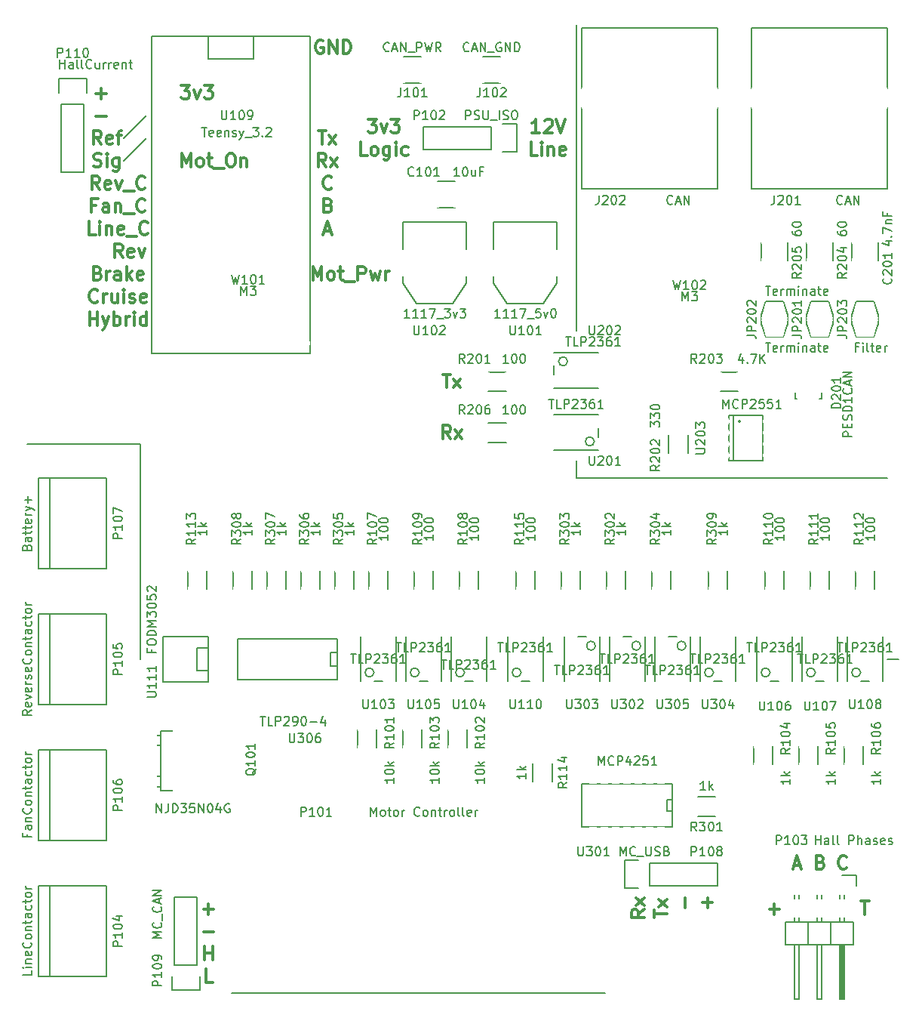
<source format=gto>
G04 #@! TF.FileFunction,Legend,Top*
%FSLAX46Y46*%
G04 Gerber Fmt 4.6, Leading zero omitted, Abs format (unit mm)*
G04 Created by KiCad (PCBNEW 4.0.3+e1-6302~38~ubuntu15.10.1-stable) date Thu Nov 17 07:24:37 2016*
%MOMM*%
%LPD*%
G01*
G04 APERTURE LIST*
%ADD10C,0.200000*%
%ADD11C,0.300000*%
%ADD12C,0.150000*%
%ADD13R,2.127200X2.432000*%
%ADD14O,2.127200X2.432000*%
%ADD15C,2.900000*%
%ADD16C,3.400000*%
%ADD17R,2.900000X2.400000*%
%ADD18C,4.049980*%
%ADD19R,1.901140X1.901140*%
%ADD20C,1.901140*%
%ADD21R,2.400000X2.900000*%
%ADD22R,1.200100X2.200860*%
%ADD23R,2.940000X2.940000*%
%ADD24C,2.940000*%
%ADD25R,2.432000X2.127200*%
%ADD26O,2.432000X2.127200*%
%ADD27R,2.100000X2.400000*%
%ADD28R,2.400000X2.100000*%
%ADD29R,1.200000X1.600000*%
%ADD30R,1.600000X1.200000*%
%ADD31O,1.873200X1.009600*%
%ADD32R,2.899360X1.901140*%
%ADD33R,7.400240X7.400240*%
%ADD34R,4.057600X2.432000*%
%ADD35R,1.416000X2.432000*%
%ADD36R,1.924000X2.432000*%
%ADD37R,0.908000X1.543000*%
%ADD38R,2.127200X2.127200*%
%ADD39O,2.127200X2.127200*%
%ADD40C,2.127200*%
%ADD41C,7.400000*%
%ADD42C,1.000000*%
G04 APERTURE END LIST*
D10*
X142270000Y-133540000D02*
X141000000Y-133540000D01*
D11*
X91962143Y-108818571D02*
X91462143Y-108104286D01*
X91105000Y-108818571D02*
X91105000Y-107318571D01*
X91676428Y-107318571D01*
X91819286Y-107390000D01*
X91890714Y-107461429D01*
X91962143Y-107604286D01*
X91962143Y-107818571D01*
X91890714Y-107961429D01*
X91819286Y-108032857D01*
X91676428Y-108104286D01*
X91105000Y-108104286D01*
X92462143Y-108818571D02*
X93247857Y-107818571D01*
X92462143Y-107818571D02*
X93247857Y-108818571D01*
X91069286Y-101603571D02*
X91926429Y-101603571D01*
X91497858Y-103103571D02*
X91497858Y-101603571D01*
X92283572Y-103103571D02*
X93069286Y-102103571D01*
X92283572Y-102103571D02*
X93069286Y-103103571D01*
X52104286Y-85958571D02*
X51390000Y-85958571D01*
X51390000Y-84458571D01*
X52604286Y-85958571D02*
X52604286Y-84958571D01*
X52604286Y-84458571D02*
X52532857Y-84530000D01*
X52604286Y-84601429D01*
X52675714Y-84530000D01*
X52604286Y-84458571D01*
X52604286Y-84601429D01*
X53318572Y-84958571D02*
X53318572Y-85958571D01*
X53318572Y-85101429D02*
X53390000Y-85030000D01*
X53532858Y-84958571D01*
X53747143Y-84958571D01*
X53890000Y-85030000D01*
X53961429Y-85172857D01*
X53961429Y-85958571D01*
X55247143Y-85887143D02*
X55104286Y-85958571D01*
X54818572Y-85958571D01*
X54675715Y-85887143D01*
X54604286Y-85744286D01*
X54604286Y-85172857D01*
X54675715Y-85030000D01*
X54818572Y-84958571D01*
X55104286Y-84958571D01*
X55247143Y-85030000D01*
X55318572Y-85172857D01*
X55318572Y-85315714D01*
X54604286Y-85458571D01*
X55604286Y-86101429D02*
X56747143Y-86101429D01*
X57961429Y-85815714D02*
X57890000Y-85887143D01*
X57675714Y-85958571D01*
X57532857Y-85958571D01*
X57318572Y-85887143D01*
X57175714Y-85744286D01*
X57104286Y-85601429D01*
X57032857Y-85315714D01*
X57032857Y-85101429D01*
X57104286Y-84815714D01*
X57175714Y-84672857D01*
X57318572Y-84530000D01*
X57532857Y-84458571D01*
X57675714Y-84458571D01*
X57890000Y-84530000D01*
X57961429Y-84601429D01*
X52175715Y-82632857D02*
X51675715Y-82632857D01*
X51675715Y-83418571D02*
X51675715Y-81918571D01*
X52390001Y-81918571D01*
X53604286Y-83418571D02*
X53604286Y-82632857D01*
X53532857Y-82490000D01*
X53390000Y-82418571D01*
X53104286Y-82418571D01*
X52961429Y-82490000D01*
X53604286Y-83347143D02*
X53461429Y-83418571D01*
X53104286Y-83418571D01*
X52961429Y-83347143D01*
X52890000Y-83204286D01*
X52890000Y-83061429D01*
X52961429Y-82918571D01*
X53104286Y-82847143D01*
X53461429Y-82847143D01*
X53604286Y-82775714D01*
X54318572Y-82418571D02*
X54318572Y-83418571D01*
X54318572Y-82561429D02*
X54390000Y-82490000D01*
X54532858Y-82418571D01*
X54747143Y-82418571D01*
X54890000Y-82490000D01*
X54961429Y-82632857D01*
X54961429Y-83418571D01*
X55318572Y-83561429D02*
X56461429Y-83561429D01*
X57675715Y-83275714D02*
X57604286Y-83347143D01*
X57390000Y-83418571D01*
X57247143Y-83418571D01*
X57032858Y-83347143D01*
X56890000Y-83204286D01*
X56818572Y-83061429D01*
X56747143Y-82775714D01*
X56747143Y-82561429D01*
X56818572Y-82275714D01*
X56890000Y-82132857D01*
X57032858Y-81990000D01*
X57247143Y-81918571D01*
X57390000Y-81918571D01*
X57604286Y-81990000D01*
X57675715Y-82061429D01*
X52568572Y-80878571D02*
X52068572Y-80164286D01*
X51711429Y-80878571D02*
X51711429Y-79378571D01*
X52282857Y-79378571D01*
X52425715Y-79450000D01*
X52497143Y-79521429D01*
X52568572Y-79664286D01*
X52568572Y-79878571D01*
X52497143Y-80021429D01*
X52425715Y-80092857D01*
X52282857Y-80164286D01*
X51711429Y-80164286D01*
X53782857Y-80807143D02*
X53640000Y-80878571D01*
X53354286Y-80878571D01*
X53211429Y-80807143D01*
X53140000Y-80664286D01*
X53140000Y-80092857D01*
X53211429Y-79950000D01*
X53354286Y-79878571D01*
X53640000Y-79878571D01*
X53782857Y-79950000D01*
X53854286Y-80092857D01*
X53854286Y-80235714D01*
X53140000Y-80378571D01*
X54354286Y-79878571D02*
X54711429Y-80878571D01*
X55068571Y-79878571D01*
X55282857Y-81021429D02*
X56425714Y-81021429D01*
X57640000Y-80735714D02*
X57568571Y-80807143D01*
X57354285Y-80878571D01*
X57211428Y-80878571D01*
X56997143Y-80807143D01*
X56854285Y-80664286D01*
X56782857Y-80521429D01*
X56711428Y-80235714D01*
X56711428Y-80021429D01*
X56782857Y-79735714D01*
X56854285Y-79592857D01*
X56997143Y-79450000D01*
X57211428Y-79378571D01*
X57354285Y-79378571D01*
X57568571Y-79450000D01*
X57640000Y-79521429D01*
D10*
X55275000Y-77660000D02*
X57815000Y-75120000D01*
X55275000Y-75120000D02*
X57815000Y-72580000D01*
D11*
X61792143Y-78338571D02*
X61792143Y-76838571D01*
X62292143Y-77910000D01*
X62792143Y-76838571D01*
X62792143Y-78338571D01*
X63720715Y-78338571D02*
X63577857Y-78267143D01*
X63506429Y-78195714D01*
X63435000Y-78052857D01*
X63435000Y-77624286D01*
X63506429Y-77481429D01*
X63577857Y-77410000D01*
X63720715Y-77338571D01*
X63935000Y-77338571D01*
X64077857Y-77410000D01*
X64149286Y-77481429D01*
X64220715Y-77624286D01*
X64220715Y-78052857D01*
X64149286Y-78195714D01*
X64077857Y-78267143D01*
X63935000Y-78338571D01*
X63720715Y-78338571D01*
X64649286Y-77338571D02*
X65220715Y-77338571D01*
X64863572Y-76838571D02*
X64863572Y-78124286D01*
X64935000Y-78267143D01*
X65077858Y-78338571D01*
X65220715Y-78338571D01*
X65363572Y-78481429D02*
X66506429Y-78481429D01*
X67149286Y-76838571D02*
X67435000Y-76838571D01*
X67577858Y-76910000D01*
X67720715Y-77052857D01*
X67792143Y-77338571D01*
X67792143Y-77838571D01*
X67720715Y-78124286D01*
X67577858Y-78267143D01*
X67435000Y-78338571D01*
X67149286Y-78338571D01*
X67006429Y-78267143D01*
X66863572Y-78124286D01*
X66792143Y-77838571D01*
X66792143Y-77338571D01*
X66863572Y-77052857D01*
X67006429Y-76910000D01*
X67149286Y-76838571D01*
X68435001Y-77338571D02*
X68435001Y-78338571D01*
X68435001Y-77481429D02*
X68506429Y-77410000D01*
X68649287Y-77338571D01*
X68863572Y-77338571D01*
X69006429Y-77410000D01*
X69077858Y-77552857D01*
X69077858Y-78338571D01*
X76496429Y-91038571D02*
X76496429Y-89538571D01*
X76996429Y-90610000D01*
X77496429Y-89538571D01*
X77496429Y-91038571D01*
X78425001Y-91038571D02*
X78282143Y-90967143D01*
X78210715Y-90895714D01*
X78139286Y-90752857D01*
X78139286Y-90324286D01*
X78210715Y-90181429D01*
X78282143Y-90110000D01*
X78425001Y-90038571D01*
X78639286Y-90038571D01*
X78782143Y-90110000D01*
X78853572Y-90181429D01*
X78925001Y-90324286D01*
X78925001Y-90752857D01*
X78853572Y-90895714D01*
X78782143Y-90967143D01*
X78639286Y-91038571D01*
X78425001Y-91038571D01*
X79353572Y-90038571D02*
X79925001Y-90038571D01*
X79567858Y-89538571D02*
X79567858Y-90824286D01*
X79639286Y-90967143D01*
X79782144Y-91038571D01*
X79925001Y-91038571D01*
X80067858Y-91181429D02*
X81210715Y-91181429D01*
X81567858Y-91038571D02*
X81567858Y-89538571D01*
X82139286Y-89538571D01*
X82282144Y-89610000D01*
X82353572Y-89681429D01*
X82425001Y-89824286D01*
X82425001Y-90038571D01*
X82353572Y-90181429D01*
X82282144Y-90252857D01*
X82139286Y-90324286D01*
X81567858Y-90324286D01*
X82925001Y-90038571D02*
X83210715Y-91038571D01*
X83496429Y-90324286D01*
X83782144Y-91038571D01*
X84067858Y-90038571D01*
X84639287Y-91038571D02*
X84639287Y-90038571D01*
X84639287Y-90324286D02*
X84710715Y-90181429D01*
X84782144Y-90110000D01*
X84925001Y-90038571D01*
X85067858Y-90038571D01*
X51461429Y-96118571D02*
X51461429Y-94618571D01*
X51461429Y-95332857D02*
X52318572Y-95332857D01*
X52318572Y-96118571D02*
X52318572Y-94618571D01*
X52890001Y-95118571D02*
X53247144Y-96118571D01*
X53604286Y-95118571D02*
X53247144Y-96118571D01*
X53104286Y-96475714D01*
X53032858Y-96547143D01*
X52890001Y-96618571D01*
X54175715Y-96118571D02*
X54175715Y-94618571D01*
X54175715Y-95190000D02*
X54318572Y-95118571D01*
X54604286Y-95118571D01*
X54747143Y-95190000D01*
X54818572Y-95261429D01*
X54890001Y-95404286D01*
X54890001Y-95832857D01*
X54818572Y-95975714D01*
X54747143Y-96047143D01*
X54604286Y-96118571D01*
X54318572Y-96118571D01*
X54175715Y-96047143D01*
X55532858Y-96118571D02*
X55532858Y-95118571D01*
X55532858Y-95404286D02*
X55604286Y-95261429D01*
X55675715Y-95190000D01*
X55818572Y-95118571D01*
X55961429Y-95118571D01*
X56461429Y-96118571D02*
X56461429Y-95118571D01*
X56461429Y-94618571D02*
X56390000Y-94690000D01*
X56461429Y-94761429D01*
X56532857Y-94690000D01*
X56461429Y-94618571D01*
X56461429Y-94761429D01*
X57818572Y-96118571D02*
X57818572Y-94618571D01*
X57818572Y-96047143D02*
X57675715Y-96118571D01*
X57390001Y-96118571D01*
X57247143Y-96047143D01*
X57175715Y-95975714D01*
X57104286Y-95832857D01*
X57104286Y-95404286D01*
X57175715Y-95261429D01*
X57247143Y-95190000D01*
X57390001Y-95118571D01*
X57675715Y-95118571D01*
X57818572Y-95190000D01*
X52354286Y-93435714D02*
X52282857Y-93507143D01*
X52068571Y-93578571D01*
X51925714Y-93578571D01*
X51711429Y-93507143D01*
X51568571Y-93364286D01*
X51497143Y-93221429D01*
X51425714Y-92935714D01*
X51425714Y-92721429D01*
X51497143Y-92435714D01*
X51568571Y-92292857D01*
X51711429Y-92150000D01*
X51925714Y-92078571D01*
X52068571Y-92078571D01*
X52282857Y-92150000D01*
X52354286Y-92221429D01*
X52997143Y-93578571D02*
X52997143Y-92578571D01*
X52997143Y-92864286D02*
X53068571Y-92721429D01*
X53140000Y-92650000D01*
X53282857Y-92578571D01*
X53425714Y-92578571D01*
X54568571Y-92578571D02*
X54568571Y-93578571D01*
X53925714Y-92578571D02*
X53925714Y-93364286D01*
X53997142Y-93507143D01*
X54140000Y-93578571D01*
X54354285Y-93578571D01*
X54497142Y-93507143D01*
X54568571Y-93435714D01*
X55282857Y-93578571D02*
X55282857Y-92578571D01*
X55282857Y-92078571D02*
X55211428Y-92150000D01*
X55282857Y-92221429D01*
X55354285Y-92150000D01*
X55282857Y-92078571D01*
X55282857Y-92221429D01*
X55925714Y-93507143D02*
X56068571Y-93578571D01*
X56354286Y-93578571D01*
X56497143Y-93507143D01*
X56568571Y-93364286D01*
X56568571Y-93292857D01*
X56497143Y-93150000D01*
X56354286Y-93078571D01*
X56140000Y-93078571D01*
X55997143Y-93007143D01*
X55925714Y-92864286D01*
X55925714Y-92792857D01*
X55997143Y-92650000D01*
X56140000Y-92578571D01*
X56354286Y-92578571D01*
X56497143Y-92650000D01*
X57782857Y-93507143D02*
X57640000Y-93578571D01*
X57354286Y-93578571D01*
X57211429Y-93507143D01*
X57140000Y-93364286D01*
X57140000Y-92792857D01*
X57211429Y-92650000D01*
X57354286Y-92578571D01*
X57640000Y-92578571D01*
X57782857Y-92650000D01*
X57854286Y-92792857D01*
X57854286Y-92935714D01*
X57140000Y-93078571D01*
X52354286Y-90252857D02*
X52568572Y-90324286D01*
X52640000Y-90395714D01*
X52711429Y-90538571D01*
X52711429Y-90752857D01*
X52640000Y-90895714D01*
X52568572Y-90967143D01*
X52425714Y-91038571D01*
X51854286Y-91038571D01*
X51854286Y-89538571D01*
X52354286Y-89538571D01*
X52497143Y-89610000D01*
X52568572Y-89681429D01*
X52640000Y-89824286D01*
X52640000Y-89967143D01*
X52568572Y-90110000D01*
X52497143Y-90181429D01*
X52354286Y-90252857D01*
X51854286Y-90252857D01*
X53354286Y-91038571D02*
X53354286Y-90038571D01*
X53354286Y-90324286D02*
X53425714Y-90181429D01*
X53497143Y-90110000D01*
X53640000Y-90038571D01*
X53782857Y-90038571D01*
X54925714Y-91038571D02*
X54925714Y-90252857D01*
X54854285Y-90110000D01*
X54711428Y-90038571D01*
X54425714Y-90038571D01*
X54282857Y-90110000D01*
X54925714Y-90967143D02*
X54782857Y-91038571D01*
X54425714Y-91038571D01*
X54282857Y-90967143D01*
X54211428Y-90824286D01*
X54211428Y-90681429D01*
X54282857Y-90538571D01*
X54425714Y-90467143D01*
X54782857Y-90467143D01*
X54925714Y-90395714D01*
X55640000Y-91038571D02*
X55640000Y-89538571D01*
X55782857Y-90467143D02*
X56211428Y-91038571D01*
X56211428Y-90038571D02*
X55640000Y-90610000D01*
X57425714Y-90967143D02*
X57282857Y-91038571D01*
X56997143Y-91038571D01*
X56854286Y-90967143D01*
X56782857Y-90824286D01*
X56782857Y-90252857D01*
X56854286Y-90110000D01*
X56997143Y-90038571D01*
X57282857Y-90038571D01*
X57425714Y-90110000D01*
X57497143Y-90252857D01*
X57497143Y-90395714D01*
X56782857Y-90538571D01*
X55160001Y-88498571D02*
X54660001Y-87784286D01*
X54302858Y-88498571D02*
X54302858Y-86998571D01*
X54874286Y-86998571D01*
X55017144Y-87070000D01*
X55088572Y-87141429D01*
X55160001Y-87284286D01*
X55160001Y-87498571D01*
X55088572Y-87641429D01*
X55017144Y-87712857D01*
X54874286Y-87784286D01*
X54302858Y-87784286D01*
X56374286Y-88427143D02*
X56231429Y-88498571D01*
X55945715Y-88498571D01*
X55802858Y-88427143D01*
X55731429Y-88284286D01*
X55731429Y-87712857D01*
X55802858Y-87570000D01*
X55945715Y-87498571D01*
X56231429Y-87498571D01*
X56374286Y-87570000D01*
X56445715Y-87712857D01*
X56445715Y-87855714D01*
X55731429Y-87998571D01*
X56945715Y-87498571D02*
X57302858Y-88498571D01*
X57660000Y-87498571D01*
X77777857Y-85530000D02*
X78492143Y-85530000D01*
X77635000Y-85958571D02*
X78135000Y-84458571D01*
X78635000Y-85958571D01*
X78242143Y-82632857D02*
X78456429Y-82704286D01*
X78527857Y-82775714D01*
X78599286Y-82918571D01*
X78599286Y-83132857D01*
X78527857Y-83275714D01*
X78456429Y-83347143D01*
X78313571Y-83418571D01*
X77742143Y-83418571D01*
X77742143Y-81918571D01*
X78242143Y-81918571D01*
X78385000Y-81990000D01*
X78456429Y-82061429D01*
X78527857Y-82204286D01*
X78527857Y-82347143D01*
X78456429Y-82490000D01*
X78385000Y-82561429D01*
X78242143Y-82632857D01*
X77742143Y-82632857D01*
X78599286Y-80735714D02*
X78527857Y-80807143D01*
X78313571Y-80878571D01*
X78170714Y-80878571D01*
X77956429Y-80807143D01*
X77813571Y-80664286D01*
X77742143Y-80521429D01*
X77670714Y-80235714D01*
X77670714Y-80021429D01*
X77742143Y-79735714D01*
X77813571Y-79592857D01*
X77956429Y-79450000D01*
X78170714Y-79378571D01*
X78313571Y-79378571D01*
X78527857Y-79450000D01*
X78599286Y-79521429D01*
X77992143Y-78338571D02*
X77492143Y-77624286D01*
X77135000Y-78338571D02*
X77135000Y-76838571D01*
X77706428Y-76838571D01*
X77849286Y-76910000D01*
X77920714Y-76981429D01*
X77992143Y-77124286D01*
X77992143Y-77338571D01*
X77920714Y-77481429D01*
X77849286Y-77552857D01*
X77706428Y-77624286D01*
X77135000Y-77624286D01*
X78492143Y-78338571D02*
X79277857Y-77338571D01*
X78492143Y-77338571D02*
X79277857Y-78338571D01*
X77099286Y-74298571D02*
X77956429Y-74298571D01*
X77527858Y-75798571D02*
X77527858Y-74298571D01*
X78313572Y-75798571D02*
X79099286Y-74798571D01*
X78313572Y-74798571D02*
X79099286Y-75798571D01*
X61744287Y-69218571D02*
X62672858Y-69218571D01*
X62172858Y-69790000D01*
X62387144Y-69790000D01*
X62530001Y-69861429D01*
X62601430Y-69932857D01*
X62672858Y-70075714D01*
X62672858Y-70432857D01*
X62601430Y-70575714D01*
X62530001Y-70647143D01*
X62387144Y-70718571D01*
X61958572Y-70718571D01*
X61815715Y-70647143D01*
X61744287Y-70575714D01*
X63172858Y-69718571D02*
X63530001Y-70718571D01*
X63887143Y-69718571D01*
X64315715Y-69218571D02*
X65244286Y-69218571D01*
X64744286Y-69790000D01*
X64958572Y-69790000D01*
X65101429Y-69861429D01*
X65172858Y-69932857D01*
X65244286Y-70075714D01*
X65244286Y-70432857D01*
X65172858Y-70575714D01*
X65101429Y-70647143D01*
X64958572Y-70718571D01*
X64530000Y-70718571D01*
X64387143Y-70647143D01*
X64315715Y-70575714D01*
X77627143Y-64210000D02*
X77484286Y-64138571D01*
X77270000Y-64138571D01*
X77055715Y-64210000D01*
X76912857Y-64352857D01*
X76841429Y-64495714D01*
X76770000Y-64781429D01*
X76770000Y-64995714D01*
X76841429Y-65281429D01*
X76912857Y-65424286D01*
X77055715Y-65567143D01*
X77270000Y-65638571D01*
X77412857Y-65638571D01*
X77627143Y-65567143D01*
X77698572Y-65495714D01*
X77698572Y-64995714D01*
X77412857Y-64995714D01*
X78341429Y-65638571D02*
X78341429Y-64138571D01*
X79198572Y-65638571D01*
X79198572Y-64138571D01*
X79912858Y-65638571D02*
X79912858Y-64138571D01*
X80270001Y-64138571D01*
X80484286Y-64210000D01*
X80627144Y-64352857D01*
X80698572Y-64495714D01*
X80770001Y-64781429D01*
X80770001Y-64995714D01*
X80698572Y-65281429D01*
X80627144Y-65424286D01*
X80484286Y-65567143D01*
X80270001Y-65638571D01*
X79912858Y-65638571D01*
X82699287Y-73023571D02*
X83627858Y-73023571D01*
X83127858Y-73595000D01*
X83342144Y-73595000D01*
X83485001Y-73666429D01*
X83556430Y-73737857D01*
X83627858Y-73880714D01*
X83627858Y-74237857D01*
X83556430Y-74380714D01*
X83485001Y-74452143D01*
X83342144Y-74523571D01*
X82913572Y-74523571D01*
X82770715Y-74452143D01*
X82699287Y-74380714D01*
X84127858Y-73523571D02*
X84485001Y-74523571D01*
X84842143Y-73523571D01*
X85270715Y-73023571D02*
X86199286Y-73023571D01*
X85699286Y-73595000D01*
X85913572Y-73595000D01*
X86056429Y-73666429D01*
X86127858Y-73737857D01*
X86199286Y-73880714D01*
X86199286Y-74237857D01*
X86127858Y-74380714D01*
X86056429Y-74452143D01*
X85913572Y-74523571D01*
X85485000Y-74523571D01*
X85342143Y-74452143D01*
X85270715Y-74380714D01*
X82592143Y-77073571D02*
X81877857Y-77073571D01*
X81877857Y-75573571D01*
X83306429Y-77073571D02*
X83163571Y-77002143D01*
X83092143Y-76930714D01*
X83020714Y-76787857D01*
X83020714Y-76359286D01*
X83092143Y-76216429D01*
X83163571Y-76145000D01*
X83306429Y-76073571D01*
X83520714Y-76073571D01*
X83663571Y-76145000D01*
X83735000Y-76216429D01*
X83806429Y-76359286D01*
X83806429Y-76787857D01*
X83735000Y-76930714D01*
X83663571Y-77002143D01*
X83520714Y-77073571D01*
X83306429Y-77073571D01*
X85092143Y-76073571D02*
X85092143Y-77287857D01*
X85020714Y-77430714D01*
X84949286Y-77502143D01*
X84806429Y-77573571D01*
X84592143Y-77573571D01*
X84449286Y-77502143D01*
X85092143Y-77002143D02*
X84949286Y-77073571D01*
X84663572Y-77073571D01*
X84520714Y-77002143D01*
X84449286Y-76930714D01*
X84377857Y-76787857D01*
X84377857Y-76359286D01*
X84449286Y-76216429D01*
X84520714Y-76145000D01*
X84663572Y-76073571D01*
X84949286Y-76073571D01*
X85092143Y-76145000D01*
X85806429Y-77073571D02*
X85806429Y-76073571D01*
X85806429Y-75573571D02*
X85735000Y-75645000D01*
X85806429Y-75716429D01*
X85877857Y-75645000D01*
X85806429Y-75573571D01*
X85806429Y-75716429D01*
X87163572Y-77002143D02*
X87020715Y-77073571D01*
X86735001Y-77073571D01*
X86592143Y-77002143D01*
X86520715Y-76930714D01*
X86449286Y-76787857D01*
X86449286Y-76359286D01*
X86520715Y-76216429D01*
X86592143Y-76145000D01*
X86735001Y-76073571D01*
X87020715Y-76073571D01*
X87163572Y-76145000D01*
X101971429Y-74523571D02*
X101114286Y-74523571D01*
X101542858Y-74523571D02*
X101542858Y-73023571D01*
X101400001Y-73237857D01*
X101257143Y-73380714D01*
X101114286Y-73452143D01*
X102542857Y-73166429D02*
X102614286Y-73095000D01*
X102757143Y-73023571D01*
X103114286Y-73023571D01*
X103257143Y-73095000D01*
X103328572Y-73166429D01*
X103400000Y-73309286D01*
X103400000Y-73452143D01*
X103328572Y-73666429D01*
X102471429Y-74523571D01*
X103400000Y-74523571D01*
X103828571Y-73023571D02*
X104328571Y-74523571D01*
X104828571Y-73023571D01*
X101685715Y-77073571D02*
X100971429Y-77073571D01*
X100971429Y-75573571D01*
X102185715Y-77073571D02*
X102185715Y-76073571D01*
X102185715Y-75573571D02*
X102114286Y-75645000D01*
X102185715Y-75716429D01*
X102257143Y-75645000D01*
X102185715Y-75573571D01*
X102185715Y-75716429D01*
X102900001Y-76073571D02*
X102900001Y-77073571D01*
X102900001Y-76216429D02*
X102971429Y-76145000D01*
X103114287Y-76073571D01*
X103328572Y-76073571D01*
X103471429Y-76145000D01*
X103542858Y-76287857D01*
X103542858Y-77073571D01*
X104828572Y-77002143D02*
X104685715Y-77073571D01*
X104400001Y-77073571D01*
X104257144Y-77002143D01*
X104185715Y-76859286D01*
X104185715Y-76287857D01*
X104257144Y-76145000D01*
X104400001Y-76073571D01*
X104685715Y-76073571D01*
X104828572Y-76145000D01*
X104900001Y-76287857D01*
X104900001Y-76430714D01*
X104185715Y-76573571D01*
X51905714Y-78267143D02*
X52120000Y-78338571D01*
X52477143Y-78338571D01*
X52620000Y-78267143D01*
X52691429Y-78195714D01*
X52762857Y-78052857D01*
X52762857Y-77910000D01*
X52691429Y-77767143D01*
X52620000Y-77695714D01*
X52477143Y-77624286D01*
X52191429Y-77552857D01*
X52048571Y-77481429D01*
X51977143Y-77410000D01*
X51905714Y-77267143D01*
X51905714Y-77124286D01*
X51977143Y-76981429D01*
X52048571Y-76910000D01*
X52191429Y-76838571D01*
X52548571Y-76838571D01*
X52762857Y-76910000D01*
X53405714Y-78338571D02*
X53405714Y-77338571D01*
X53405714Y-76838571D02*
X53334285Y-76910000D01*
X53405714Y-76981429D01*
X53477142Y-76910000D01*
X53405714Y-76838571D01*
X53405714Y-76981429D01*
X54762857Y-77338571D02*
X54762857Y-78552857D01*
X54691428Y-78695714D01*
X54620000Y-78767143D01*
X54477143Y-78838571D01*
X54262857Y-78838571D01*
X54120000Y-78767143D01*
X54762857Y-78267143D02*
X54620000Y-78338571D01*
X54334286Y-78338571D01*
X54191428Y-78267143D01*
X54120000Y-78195714D01*
X54048571Y-78052857D01*
X54048571Y-77624286D01*
X54120000Y-77481429D01*
X54191428Y-77410000D01*
X54334286Y-77338571D01*
X54620000Y-77338571D01*
X54762857Y-77410000D01*
X52762858Y-75798571D02*
X52262858Y-75084286D01*
X51905715Y-75798571D02*
X51905715Y-74298571D01*
X52477143Y-74298571D01*
X52620001Y-74370000D01*
X52691429Y-74441429D01*
X52762858Y-74584286D01*
X52762858Y-74798571D01*
X52691429Y-74941429D01*
X52620001Y-75012857D01*
X52477143Y-75084286D01*
X51905715Y-75084286D01*
X53977143Y-75727143D02*
X53834286Y-75798571D01*
X53548572Y-75798571D01*
X53405715Y-75727143D01*
X53334286Y-75584286D01*
X53334286Y-75012857D01*
X53405715Y-74870000D01*
X53548572Y-74798571D01*
X53834286Y-74798571D01*
X53977143Y-74870000D01*
X54048572Y-75012857D01*
X54048572Y-75155714D01*
X53334286Y-75298571D01*
X54477143Y-74798571D02*
X55048572Y-74798571D01*
X54691429Y-75798571D02*
X54691429Y-74512857D01*
X54762857Y-74370000D01*
X54905715Y-74298571D01*
X55048572Y-74298571D01*
X52163572Y-72687143D02*
X53306429Y-72687143D01*
X52163572Y-70147143D02*
X53306429Y-70147143D01*
X52735000Y-70718571D02*
X52735000Y-69575714D01*
X65264286Y-169778571D02*
X64550000Y-169778571D01*
X64550000Y-168278571D01*
X64371429Y-167238571D02*
X64371429Y-165738571D01*
X64371429Y-166452857D02*
X65228572Y-166452857D01*
X65228572Y-167238571D02*
X65228572Y-165738571D01*
X64228572Y-164127143D02*
X65371429Y-164127143D01*
X64228572Y-161587143D02*
X65371429Y-161587143D01*
X64800000Y-162158571D02*
X64800000Y-161015714D01*
X113738571Y-161622857D02*
X113024286Y-162122857D01*
X113738571Y-162480000D02*
X112238571Y-162480000D01*
X112238571Y-161908572D01*
X112310000Y-161765714D01*
X112381429Y-161694286D01*
X112524286Y-161622857D01*
X112738571Y-161622857D01*
X112881429Y-161694286D01*
X112952857Y-161765714D01*
X113024286Y-161908572D01*
X113024286Y-162480000D01*
X113738571Y-161122857D02*
X112738571Y-160337143D01*
X112738571Y-161122857D02*
X113738571Y-160337143D01*
X114778571Y-162515714D02*
X114778571Y-161658571D01*
X116278571Y-162087142D02*
X114778571Y-162087142D01*
X116278571Y-161301428D02*
X115278571Y-160515714D01*
X115278571Y-161301428D02*
X116278571Y-160515714D01*
X118247143Y-161416428D02*
X118247143Y-160273571D01*
X120787143Y-161416428D02*
X120787143Y-160273571D01*
X121358571Y-160845000D02*
X120215714Y-160845000D01*
X138031429Y-160658571D02*
X138888572Y-160658571D01*
X138460001Y-162158571D02*
X138460001Y-160658571D01*
X127728572Y-161587143D02*
X128871429Y-161587143D01*
X128300000Y-162158571D02*
X128300000Y-161015714D01*
X136384286Y-156935714D02*
X136312857Y-157007143D01*
X136098571Y-157078571D01*
X135955714Y-157078571D01*
X135741429Y-157007143D01*
X135598571Y-156864286D01*
X135527143Y-156721429D01*
X135455714Y-156435714D01*
X135455714Y-156221429D01*
X135527143Y-155935714D01*
X135598571Y-155792857D01*
X135741429Y-155650000D01*
X135955714Y-155578571D01*
X136098571Y-155578571D01*
X136312857Y-155650000D01*
X136384286Y-155721429D01*
X133487143Y-156292857D02*
X133701429Y-156364286D01*
X133772857Y-156435714D01*
X133844286Y-156578571D01*
X133844286Y-156792857D01*
X133772857Y-156935714D01*
X133701429Y-157007143D01*
X133558571Y-157078571D01*
X132987143Y-157078571D01*
X132987143Y-155578571D01*
X133487143Y-155578571D01*
X133630000Y-155650000D01*
X133701429Y-155721429D01*
X133772857Y-155864286D01*
X133772857Y-156007143D01*
X133701429Y-156150000D01*
X133630000Y-156221429D01*
X133487143Y-156292857D01*
X132987143Y-156292857D01*
X130482857Y-156650000D02*
X131197143Y-156650000D01*
X130340000Y-157078571D02*
X130840000Y-155578571D01*
X131340000Y-157078571D01*
D10*
X106075000Y-113220000D02*
X141000000Y-113220000D01*
X106075000Y-111315000D02*
X106075000Y-113220000D01*
X106075000Y-96710000D02*
X106075000Y-62420000D01*
X57180000Y-109410000D02*
X57180000Y-133540000D01*
X44480000Y-109410000D02*
X57180000Y-109410000D01*
D12*
X96550000Y-73850000D02*
X88930000Y-73850000D01*
X96550000Y-76390000D02*
X88930000Y-76390000D01*
X99370000Y-76670000D02*
X97820000Y-76670000D01*
X88930000Y-73850000D02*
X88930000Y-76390000D01*
X96550000Y-76390000D02*
X96550000Y-73850000D01*
X97820000Y-73570000D02*
X99370000Y-73570000D01*
X99370000Y-73570000D02*
X99370000Y-76670000D01*
X67420000Y-170990000D02*
X109330000Y-170990000D01*
X126825000Y-88820000D02*
X126825000Y-86820000D01*
X129775000Y-86820000D02*
X129775000Y-88820000D01*
X141000000Y-62801000D02*
X125760000Y-62801000D01*
X125760000Y-62801000D02*
X125760000Y-80835000D01*
X125760000Y-80835000D02*
X141000000Y-80835000D01*
X141000000Y-80835000D02*
X141000000Y-62801000D01*
X92470000Y-79995000D02*
X90470000Y-79995000D01*
X90470000Y-82945000D02*
X92470000Y-82945000D01*
X136985000Y-86820000D02*
X136985000Y-88820000D01*
X139935000Y-88820000D02*
X139935000Y-86820000D01*
X133609820Y-103644200D02*
X133609820Y-104345240D01*
X133609820Y-104345240D02*
X133360900Y-104345240D01*
X130810840Y-104345240D02*
X130610180Y-104345240D01*
X130610180Y-104345240D02*
X130610180Y-103644200D01*
X88660000Y-68975000D02*
X86660000Y-68975000D01*
X86660000Y-66025000D02*
X88660000Y-66025000D01*
X97550000Y-68975000D02*
X95550000Y-68975000D01*
X95550000Y-66025000D02*
X97550000Y-66025000D01*
X121950000Y-62801000D02*
X106710000Y-62801000D01*
X106710000Y-62801000D02*
X106710000Y-80835000D01*
X106710000Y-80835000D02*
X121950000Y-80835000D01*
X121950000Y-80835000D02*
X121950000Y-62801000D01*
X134880000Y-94940000D02*
X134880000Y-95940000D01*
X134880000Y-95940000D02*
X134380000Y-97440000D01*
X134380000Y-97440000D02*
X132380000Y-97440000D01*
X132380000Y-97440000D02*
X131880000Y-95940000D01*
X131880000Y-95940000D02*
X131880000Y-94940000D01*
X131880000Y-94940000D02*
X132380000Y-93440000D01*
X132380000Y-93440000D02*
X134380000Y-93440000D01*
X134380000Y-93440000D02*
X134880000Y-94940000D01*
X126800000Y-95940000D02*
X126800000Y-94940000D01*
X126800000Y-94940000D02*
X127300000Y-93440000D01*
X127300000Y-93440000D02*
X129300000Y-93440000D01*
X129300000Y-93440000D02*
X129800000Y-94940000D01*
X129800000Y-94940000D02*
X129800000Y-95940000D01*
X129800000Y-95940000D02*
X129300000Y-97440000D01*
X129300000Y-97440000D02*
X127300000Y-97440000D01*
X127300000Y-97440000D02*
X126800000Y-95940000D01*
X139960000Y-94940000D02*
X139960000Y-95940000D01*
X139960000Y-95940000D02*
X139460000Y-97440000D01*
X139460000Y-97440000D02*
X137460000Y-97440000D01*
X137460000Y-97440000D02*
X136960000Y-95940000D01*
X136960000Y-95940000D02*
X136960000Y-94940000D01*
X136960000Y-94940000D02*
X137460000Y-93440000D01*
X137460000Y-93440000D02*
X139460000Y-93440000D01*
X139460000Y-93440000D02*
X139960000Y-94940000D01*
X47020000Y-169100000D02*
X47020000Y-158940000D01*
X45750000Y-169100000D02*
X53370000Y-169100000D01*
X53370000Y-169100000D02*
X53370000Y-158940000D01*
X53370000Y-158940000D02*
X45750000Y-158940000D01*
X45750000Y-158940000D02*
X45750000Y-169100000D01*
X47020000Y-138620000D02*
X47020000Y-128460000D01*
X45750000Y-138620000D02*
X53370000Y-138620000D01*
X53370000Y-138620000D02*
X53370000Y-128460000D01*
X53370000Y-128460000D02*
X45750000Y-128460000D01*
X45750000Y-128460000D02*
X45750000Y-138620000D01*
X47020000Y-153860000D02*
X47020000Y-143700000D01*
X45750000Y-153860000D02*
X53370000Y-153860000D01*
X53370000Y-153860000D02*
X53370000Y-143700000D01*
X53370000Y-143700000D02*
X45750000Y-143700000D01*
X45750000Y-143700000D02*
X45750000Y-153860000D01*
X114330000Y-158940000D02*
X121950000Y-158940000D01*
X114330000Y-156400000D02*
X121950000Y-156400000D01*
X111510000Y-156120000D02*
X113060000Y-156120000D01*
X121950000Y-158940000D02*
X121950000Y-156400000D01*
X114330000Y-156400000D02*
X114330000Y-158940000D01*
X113060000Y-159220000D02*
X111510000Y-159220000D01*
X111510000Y-159220000D02*
X111510000Y-156120000D01*
X63530000Y-167830000D02*
X63530000Y-160210000D01*
X60990000Y-167830000D02*
X60990000Y-160210000D01*
X60710000Y-170650000D02*
X60710000Y-169100000D01*
X63530000Y-160210000D02*
X60990000Y-160210000D01*
X60990000Y-167830000D02*
X63530000Y-167830000D01*
X63810000Y-169100000D02*
X63810000Y-170650000D01*
X63810000Y-170650000D02*
X60710000Y-170650000D01*
X81505000Y-143430000D02*
X81505000Y-141430000D01*
X83655000Y-141430000D02*
X83655000Y-143430000D01*
X91665000Y-143430000D02*
X91665000Y-141430000D01*
X93815000Y-141430000D02*
X93815000Y-143430000D01*
X86585000Y-143430000D02*
X86585000Y-141430000D01*
X88735000Y-141430000D02*
X88735000Y-143430000D01*
X125955000Y-145335000D02*
X125955000Y-143335000D01*
X128105000Y-143335000D02*
X128105000Y-145335000D01*
X131035000Y-145335000D02*
X131035000Y-143335000D01*
X133185000Y-143335000D02*
X133185000Y-145335000D01*
X136115000Y-145335000D02*
X136115000Y-143335000D01*
X138265000Y-143335000D02*
X138265000Y-145335000D01*
X82775000Y-125650000D02*
X82775000Y-123650000D01*
X84925000Y-123650000D02*
X84925000Y-125650000D01*
X92935000Y-125650000D02*
X92935000Y-123650000D01*
X95085000Y-123650000D02*
X95085000Y-125650000D01*
X87855000Y-125650000D02*
X87855000Y-123650000D01*
X90005000Y-123650000D02*
X90005000Y-125650000D01*
X127225000Y-125650000D02*
X127225000Y-123650000D01*
X129375000Y-123650000D02*
X129375000Y-125650000D01*
X132305000Y-125650000D02*
X132305000Y-123650000D01*
X134455000Y-123650000D02*
X134455000Y-125650000D01*
X137385000Y-125650000D02*
X137385000Y-123650000D01*
X139535000Y-123650000D02*
X139535000Y-125650000D01*
X62455000Y-125650000D02*
X62455000Y-123650000D01*
X64605000Y-123650000D02*
X64605000Y-125650000D01*
X101190000Y-147240000D02*
X101190000Y-145240000D01*
X103340000Y-145240000D02*
X103340000Y-147240000D01*
X99285000Y-125650000D02*
X99285000Y-123650000D01*
X101435000Y-123650000D02*
X101435000Y-125650000D01*
X96185000Y-101350000D02*
X98185000Y-101350000D01*
X98185000Y-103500000D02*
X96185000Y-103500000D01*
X118580000Y-108410000D02*
X118580000Y-110410000D01*
X116430000Y-110410000D02*
X116430000Y-108410000D01*
X124220000Y-103500000D02*
X122220000Y-103500000D01*
X122220000Y-101350000D02*
X124220000Y-101350000D01*
X131905000Y-88820000D02*
X131905000Y-86820000D01*
X134855000Y-86820000D02*
X134855000Y-88820000D01*
X119680000Y-148975000D02*
X121680000Y-148975000D01*
X121680000Y-151125000D02*
X119680000Y-151125000D01*
X109445000Y-125650000D02*
X109445000Y-123650000D01*
X111595000Y-123650000D02*
X111595000Y-125650000D01*
X104365000Y-125650000D02*
X104365000Y-123650000D01*
X106515000Y-123650000D02*
X106515000Y-125650000D01*
X114525000Y-125650000D02*
X114525000Y-123650000D01*
X116675000Y-123650000D02*
X116675000Y-125650000D01*
X81115000Y-123650000D02*
X81115000Y-125650000D01*
X78965000Y-125650000D02*
X78965000Y-123650000D01*
X77305000Y-123650000D02*
X77305000Y-125650000D01*
X75155000Y-125650000D02*
X75155000Y-123650000D01*
X73495000Y-123650000D02*
X73495000Y-125650000D01*
X71345000Y-125650000D02*
X71345000Y-123650000D01*
X69685000Y-123650000D02*
X69685000Y-125650000D01*
X67535000Y-125650000D02*
X67535000Y-123650000D01*
X83350000Y-135040000D02*
G75*
G03X83350000Y-135040000I-500000J0D01*
G01*
X83350000Y-136040000D02*
X84350000Y-136040000D01*
X85850000Y-131040000D02*
X85850000Y-136040000D01*
X81850000Y-131040000D02*
X81850000Y-136040000D01*
X93510000Y-135040000D02*
G75*
G03X93510000Y-135040000I-500000J0D01*
G01*
X93510000Y-136040000D02*
X94510000Y-136040000D01*
X96010000Y-131040000D02*
X96010000Y-136040000D01*
X92010000Y-131040000D02*
X92010000Y-136040000D01*
X88430000Y-135040000D02*
G75*
G03X88430000Y-135040000I-500000J0D01*
G01*
X88430000Y-136040000D02*
X89430000Y-136040000D01*
X90930000Y-131040000D02*
X90930000Y-136040000D01*
X86930000Y-131040000D02*
X86930000Y-136040000D01*
X127800000Y-135040000D02*
G75*
G03X127800000Y-135040000I-500000J0D01*
G01*
X127800000Y-136040000D02*
X128800000Y-136040000D01*
X130300000Y-131040000D02*
X130300000Y-136040000D01*
X126300000Y-131040000D02*
X126300000Y-136040000D01*
X132880000Y-135040000D02*
G75*
G03X132880000Y-135040000I-500000J0D01*
G01*
X132880000Y-136040000D02*
X133880000Y-136040000D01*
X135380000Y-131040000D02*
X135380000Y-136040000D01*
X131380000Y-131040000D02*
X131380000Y-136040000D01*
X137960000Y-135040000D02*
G75*
G03X137960000Y-135040000I-500000J0D01*
G01*
X137960000Y-136040000D02*
X138960000Y-136040000D01*
X140460000Y-131040000D02*
X140460000Y-136040000D01*
X136460000Y-131040000D02*
X136460000Y-136040000D01*
X99860000Y-135040000D02*
G75*
G03X99860000Y-135040000I-500000J0D01*
G01*
X99860000Y-136040000D02*
X100860000Y-136040000D01*
X102360000Y-131040000D02*
X102360000Y-136040000D01*
X98360000Y-131040000D02*
X98360000Y-136040000D01*
X108075000Y-109140000D02*
G75*
G03X108075000Y-109140000I-500000J0D01*
G01*
X108575000Y-108640000D02*
X108575000Y-107640000D01*
X103575000Y-106140000D02*
X108575000Y-106140000D01*
X103575000Y-110140000D02*
X108575000Y-110140000D01*
X105075000Y-100155000D02*
G75*
G03X105075000Y-100155000I-500000J0D01*
G01*
X103575000Y-100655000D02*
X103575000Y-101655000D01*
X108575000Y-103155000D02*
X103575000Y-103155000D01*
X108575000Y-99155000D02*
X103575000Y-99155000D01*
X124490000Y-106870000D02*
G75*
G03X124490000Y-106870000I-127000J0D01*
G01*
X123728000Y-106235000D02*
X123728000Y-111315000D01*
X127030000Y-106235000D02*
X127030000Y-111315000D01*
X123220000Y-106235000D02*
X123220000Y-111315000D01*
X123220000Y-106235000D02*
X127030000Y-106235000D01*
X123220000Y-111315000D02*
X127030000Y-111315000D01*
X113290000Y-132040000D02*
G75*
G03X113290000Y-132040000I-500000J0D01*
G01*
X112290000Y-131040000D02*
X111290000Y-131040000D01*
X109790000Y-136040000D02*
X109790000Y-131040000D01*
X113790000Y-136040000D02*
X113790000Y-131040000D01*
X108210000Y-132040000D02*
G75*
G03X108210000Y-132040000I-500000J0D01*
G01*
X107210000Y-131040000D02*
X106210000Y-131040000D01*
X104710000Y-136040000D02*
X104710000Y-131040000D01*
X108710000Y-136040000D02*
X108710000Y-131040000D01*
X121450000Y-135040000D02*
G75*
G03X121450000Y-135040000I-500000J0D01*
G01*
X121450000Y-136040000D02*
X122450000Y-136040000D01*
X123950000Y-131040000D02*
X123950000Y-136040000D01*
X119950000Y-131040000D02*
X119950000Y-136040000D01*
X118370000Y-132040000D02*
G75*
G03X118370000Y-132040000I-500000J0D01*
G01*
X117370000Y-131040000D02*
X116370000Y-131040000D01*
X114870000Y-136040000D02*
X114870000Y-131040000D01*
X118870000Y-136040000D02*
X118870000Y-131040000D01*
X65422300Y-142264900D02*
X66616100Y-142264900D01*
X66616100Y-142264900D02*
X66616100Y-147675100D01*
X66616100Y-147675100D02*
X65409600Y-147675100D01*
X59415200Y-146697200D02*
X56506900Y-146697200D01*
X56506900Y-147840200D02*
X59415200Y-147840200D01*
X56506900Y-146697200D02*
X56506900Y-147840200D01*
X56506900Y-142099800D02*
X56506900Y-143242800D01*
X56506900Y-143242800D02*
X59415200Y-143242800D01*
X59415200Y-142099800D02*
X56506900Y-142099800D01*
X59415200Y-148322800D02*
X65409600Y-148322800D01*
X65409600Y-148322800D02*
X65409600Y-141617200D01*
X65409600Y-141617200D02*
X59415200Y-141617200D01*
X59415200Y-148322800D02*
X59415200Y-141617200D01*
X103916000Y-87566000D02*
X103916000Y-84518000D01*
X103916000Y-84518000D02*
X96804000Y-84518000D01*
X96804000Y-84518000D02*
X96804000Y-87566000D01*
X103916000Y-90614000D02*
X103916000Y-91376000D01*
X103916000Y-91376000D02*
X102392000Y-93662000D01*
X102392000Y-93662000D02*
X98328000Y-93662000D01*
X98328000Y-93662000D02*
X96804000Y-91376000D01*
X96804000Y-91376000D02*
X96804000Y-90614000D01*
X93756000Y-87566000D02*
X93756000Y-84518000D01*
X93756000Y-84518000D02*
X86644000Y-84518000D01*
X86644000Y-84518000D02*
X86644000Y-87566000D01*
X93756000Y-90614000D02*
X93756000Y-91376000D01*
X93756000Y-91376000D02*
X92232000Y-93662000D01*
X92232000Y-93662000D02*
X88168000Y-93662000D01*
X88168000Y-93662000D02*
X86644000Y-91376000D01*
X86644000Y-91376000D02*
X86644000Y-90614000D01*
X59720000Y-131000000D02*
X64800000Y-131000000D01*
X64800000Y-136080000D02*
X59720000Y-136080000D01*
X64800000Y-136080000D02*
X64800000Y-131000000D01*
X59720000Y-131000000D02*
X59720000Y-136080000D01*
X64800000Y-134810000D02*
X63530000Y-134810000D01*
X63530000Y-134810000D02*
X63530000Y-132270000D01*
X63530000Y-132270000D02*
X64800000Y-132270000D01*
X106710000Y-152336000D02*
X106710000Y-147510000D01*
X106710000Y-147510000D02*
X116870000Y-147510000D01*
X116870000Y-147510000D02*
X116870000Y-152336000D01*
X116870000Y-152336000D02*
X106710000Y-152336000D01*
X116870000Y-150558000D02*
X116235000Y-150558000D01*
X116235000Y-150558000D02*
X116235000Y-149288000D01*
X116235000Y-149288000D02*
X116870000Y-149288000D01*
X79278000Y-134302000D02*
X78516000Y-134302000D01*
X78516000Y-134302000D02*
X78516000Y-132778000D01*
X78516000Y-132778000D02*
X79278000Y-132778000D01*
X68102000Y-135826000D02*
X68102000Y-131254000D01*
X68102000Y-131254000D02*
X79278000Y-131254000D01*
X79278000Y-131254000D02*
X79278000Y-135826000D01*
X79278000Y-135826000D02*
X68102000Y-135826000D01*
X47020000Y-123380000D02*
X47020000Y-113220000D01*
X45750000Y-123380000D02*
X53370000Y-123380000D01*
X53370000Y-123380000D02*
X53370000Y-113220000D01*
X53370000Y-113220000D02*
X45750000Y-113220000D01*
X45750000Y-113220000D02*
X45750000Y-123380000D01*
X98185000Y-109215000D02*
X96185000Y-109215000D01*
X96185000Y-107065000D02*
X98185000Y-107065000D01*
X120875000Y-125650000D02*
X120875000Y-123650000D01*
X123025000Y-123650000D02*
X123025000Y-125650000D01*
X130586000Y-160464000D02*
X130586000Y-159956000D01*
X131094000Y-160464000D02*
X131094000Y-159956000D01*
X133126000Y-160464000D02*
X133126000Y-159956000D01*
X133634000Y-160464000D02*
X133634000Y-159956000D01*
X135666000Y-160464000D02*
X135666000Y-159956000D01*
X136174000Y-160464000D02*
X136174000Y-159956000D01*
X133634000Y-163004000D02*
X133634000Y-162496000D01*
X133126000Y-163004000D02*
X133126000Y-162496000D01*
X131094000Y-163004000D02*
X131094000Y-162496000D01*
X130586000Y-163004000D02*
X130586000Y-162496000D01*
X136174000Y-163004000D02*
X136174000Y-162496000D01*
X135666000Y-163004000D02*
X135666000Y-162496000D01*
X137470000Y-158940000D02*
X137470000Y-157790000D01*
X137470000Y-157790000D02*
X135920000Y-157790000D01*
X136047000Y-165544000D02*
X136047000Y-171513000D01*
X136047000Y-171513000D02*
X135793000Y-171513000D01*
X135793000Y-171513000D02*
X135793000Y-165671000D01*
X135793000Y-165671000D02*
X135920000Y-165671000D01*
X135920000Y-165671000D02*
X135920000Y-171513000D01*
X134650000Y-163004000D02*
X132110000Y-163004000D01*
X132110000Y-163004000D02*
X132110000Y-165544000D01*
X133634000Y-165544000D02*
X133634000Y-171640000D01*
X133634000Y-171640000D02*
X133126000Y-171640000D01*
X133126000Y-171640000D02*
X133126000Y-165544000D01*
X132110000Y-165544000D02*
X134650000Y-165544000D01*
X129570000Y-163004000D02*
X129570000Y-165544000D01*
X129570000Y-165544000D02*
X132110000Y-165544000D01*
X130586000Y-171640000D02*
X130586000Y-165544000D01*
X131094000Y-171640000D02*
X130586000Y-171640000D01*
X131094000Y-165544000D02*
X131094000Y-171640000D01*
X129570000Y-163004000D02*
X129570000Y-165544000D01*
X132110000Y-163004000D02*
X129570000Y-163004000D01*
X132110000Y-163004000D02*
X132110000Y-165544000D01*
X134650000Y-163004000D02*
X134650000Y-165544000D01*
X134650000Y-165544000D02*
X137190000Y-165544000D01*
X135666000Y-171640000D02*
X135666000Y-165544000D01*
X136174000Y-171640000D02*
X135666000Y-171640000D01*
X136174000Y-165544000D02*
X136174000Y-171640000D01*
X134650000Y-163004000D02*
X134650000Y-165544000D01*
X137190000Y-163004000D02*
X134650000Y-163004000D01*
X137190000Y-163004000D02*
X137190000Y-165544000D01*
X58450000Y-63690000D02*
X58450000Y-99250000D01*
X58450000Y-99250000D02*
X76230000Y-99250000D01*
X76230000Y-99250000D02*
X76230000Y-63690000D01*
X64800000Y-63690000D02*
X64800000Y-66230000D01*
X64800000Y-66230000D02*
X69880000Y-66230000D01*
X69880000Y-66230000D02*
X69880000Y-63690000D01*
X58450000Y-63690000D02*
X76230000Y-63690000D01*
X48290000Y-71310000D02*
X48290000Y-78930000D01*
X50830000Y-71310000D02*
X50830000Y-78930000D01*
X51110000Y-68490000D02*
X51110000Y-70040000D01*
X48290000Y-78930000D02*
X50830000Y-78930000D01*
X50830000Y-71310000D02*
X48290000Y-71310000D01*
X48010000Y-70040000D02*
X48010000Y-68490000D01*
X48010000Y-68490000D02*
X51110000Y-68490000D01*
X87874524Y-73032381D02*
X87874524Y-72032381D01*
X88255477Y-72032381D01*
X88350715Y-72080000D01*
X88398334Y-72127619D01*
X88445953Y-72222857D01*
X88445953Y-72365714D01*
X88398334Y-72460952D01*
X88350715Y-72508571D01*
X88255477Y-72556190D01*
X87874524Y-72556190D01*
X89398334Y-73032381D02*
X88826905Y-73032381D01*
X89112619Y-73032381D02*
X89112619Y-72032381D01*
X89017381Y-72175238D01*
X88922143Y-72270476D01*
X88826905Y-72318095D01*
X90017381Y-72032381D02*
X90112620Y-72032381D01*
X90207858Y-72080000D01*
X90255477Y-72127619D01*
X90303096Y-72222857D01*
X90350715Y-72413333D01*
X90350715Y-72651429D01*
X90303096Y-72841905D01*
X90255477Y-72937143D01*
X90207858Y-72984762D01*
X90112620Y-73032381D01*
X90017381Y-73032381D01*
X89922143Y-72984762D01*
X89874524Y-72937143D01*
X89826905Y-72841905D01*
X89779286Y-72651429D01*
X89779286Y-72413333D01*
X89826905Y-72222857D01*
X89874524Y-72127619D01*
X89922143Y-72080000D01*
X90017381Y-72032381D01*
X90731667Y-72127619D02*
X90779286Y-72080000D01*
X90874524Y-72032381D01*
X91112620Y-72032381D01*
X91207858Y-72080000D01*
X91255477Y-72127619D01*
X91303096Y-72222857D01*
X91303096Y-72318095D01*
X91255477Y-72460952D01*
X90684048Y-73032381D01*
X91303096Y-73032381D01*
X93669048Y-73032381D02*
X93669048Y-72032381D01*
X94050001Y-72032381D01*
X94145239Y-72080000D01*
X94192858Y-72127619D01*
X94240477Y-72222857D01*
X94240477Y-72365714D01*
X94192858Y-72460952D01*
X94145239Y-72508571D01*
X94050001Y-72556190D01*
X93669048Y-72556190D01*
X94621429Y-72984762D02*
X94764286Y-73032381D01*
X95002382Y-73032381D01*
X95097620Y-72984762D01*
X95145239Y-72937143D01*
X95192858Y-72841905D01*
X95192858Y-72746667D01*
X95145239Y-72651429D01*
X95097620Y-72603810D01*
X95002382Y-72556190D01*
X94811905Y-72508571D01*
X94716667Y-72460952D01*
X94669048Y-72413333D01*
X94621429Y-72318095D01*
X94621429Y-72222857D01*
X94669048Y-72127619D01*
X94716667Y-72080000D01*
X94811905Y-72032381D01*
X95050001Y-72032381D01*
X95192858Y-72080000D01*
X95621429Y-72032381D02*
X95621429Y-72841905D01*
X95669048Y-72937143D01*
X95716667Y-72984762D01*
X95811905Y-73032381D01*
X96002382Y-73032381D01*
X96097620Y-72984762D01*
X96145239Y-72937143D01*
X96192858Y-72841905D01*
X96192858Y-72032381D01*
X96430953Y-73127619D02*
X97192858Y-73127619D01*
X97430953Y-73032381D02*
X97430953Y-72032381D01*
X97859524Y-72984762D02*
X98002381Y-73032381D01*
X98240477Y-73032381D01*
X98335715Y-72984762D01*
X98383334Y-72937143D01*
X98430953Y-72841905D01*
X98430953Y-72746667D01*
X98383334Y-72651429D01*
X98335715Y-72603810D01*
X98240477Y-72556190D01*
X98050000Y-72508571D01*
X97954762Y-72460952D01*
X97907143Y-72413333D01*
X97859524Y-72318095D01*
X97859524Y-72222857D01*
X97907143Y-72127619D01*
X97954762Y-72080000D01*
X98050000Y-72032381D01*
X98288096Y-72032381D01*
X98430953Y-72080000D01*
X99050000Y-72032381D02*
X99240477Y-72032381D01*
X99335715Y-72080000D01*
X99430953Y-72175238D01*
X99478572Y-72365714D01*
X99478572Y-72699048D01*
X99430953Y-72889524D01*
X99335715Y-72984762D01*
X99240477Y-73032381D01*
X99050000Y-73032381D01*
X98954762Y-72984762D01*
X98859524Y-72889524D01*
X98811905Y-72699048D01*
X98811905Y-72365714D01*
X98859524Y-72175238D01*
X98954762Y-72080000D01*
X99050000Y-72032381D01*
X75174524Y-151137381D02*
X75174524Y-150137381D01*
X75555477Y-150137381D01*
X75650715Y-150185000D01*
X75698334Y-150232619D01*
X75745953Y-150327857D01*
X75745953Y-150470714D01*
X75698334Y-150565952D01*
X75650715Y-150613571D01*
X75555477Y-150661190D01*
X75174524Y-150661190D01*
X76698334Y-151137381D02*
X76126905Y-151137381D01*
X76412619Y-151137381D02*
X76412619Y-150137381D01*
X76317381Y-150280238D01*
X76222143Y-150375476D01*
X76126905Y-150423095D01*
X77317381Y-150137381D02*
X77412620Y-150137381D01*
X77507858Y-150185000D01*
X77555477Y-150232619D01*
X77603096Y-150327857D01*
X77650715Y-150518333D01*
X77650715Y-150756429D01*
X77603096Y-150946905D01*
X77555477Y-151042143D01*
X77507858Y-151089762D01*
X77412620Y-151137381D01*
X77317381Y-151137381D01*
X77222143Y-151089762D01*
X77174524Y-151042143D01*
X77126905Y-150946905D01*
X77079286Y-150756429D01*
X77079286Y-150518333D01*
X77126905Y-150327857D01*
X77174524Y-150232619D01*
X77222143Y-150185000D01*
X77317381Y-150137381D01*
X78603096Y-151137381D02*
X78031667Y-151137381D01*
X78317381Y-151137381D02*
X78317381Y-150137381D01*
X78222143Y-150280238D01*
X78126905Y-150375476D01*
X78031667Y-150423095D01*
X83001427Y-151137381D02*
X83001427Y-150137381D01*
X83334761Y-150851667D01*
X83668094Y-150137381D01*
X83668094Y-151137381D01*
X84287141Y-151137381D02*
X84191903Y-151089762D01*
X84144284Y-151042143D01*
X84096665Y-150946905D01*
X84096665Y-150661190D01*
X84144284Y-150565952D01*
X84191903Y-150518333D01*
X84287141Y-150470714D01*
X84429999Y-150470714D01*
X84525237Y-150518333D01*
X84572856Y-150565952D01*
X84620475Y-150661190D01*
X84620475Y-150946905D01*
X84572856Y-151042143D01*
X84525237Y-151089762D01*
X84429999Y-151137381D01*
X84287141Y-151137381D01*
X84906189Y-150470714D02*
X85287141Y-150470714D01*
X85049046Y-150137381D02*
X85049046Y-150994524D01*
X85096665Y-151089762D01*
X85191903Y-151137381D01*
X85287141Y-151137381D01*
X85763332Y-151137381D02*
X85668094Y-151089762D01*
X85620475Y-151042143D01*
X85572856Y-150946905D01*
X85572856Y-150661190D01*
X85620475Y-150565952D01*
X85668094Y-150518333D01*
X85763332Y-150470714D01*
X85906190Y-150470714D01*
X86001428Y-150518333D01*
X86049047Y-150565952D01*
X86096666Y-150661190D01*
X86096666Y-150946905D01*
X86049047Y-151042143D01*
X86001428Y-151089762D01*
X85906190Y-151137381D01*
X85763332Y-151137381D01*
X86525237Y-151137381D02*
X86525237Y-150470714D01*
X86525237Y-150661190D02*
X86572856Y-150565952D01*
X86620475Y-150518333D01*
X86715713Y-150470714D01*
X86810952Y-150470714D01*
X88477619Y-151042143D02*
X88430000Y-151089762D01*
X88287143Y-151137381D01*
X88191905Y-151137381D01*
X88049047Y-151089762D01*
X87953809Y-150994524D01*
X87906190Y-150899286D01*
X87858571Y-150708810D01*
X87858571Y-150565952D01*
X87906190Y-150375476D01*
X87953809Y-150280238D01*
X88049047Y-150185000D01*
X88191905Y-150137381D01*
X88287143Y-150137381D01*
X88430000Y-150185000D01*
X88477619Y-150232619D01*
X89049047Y-151137381D02*
X88953809Y-151089762D01*
X88906190Y-151042143D01*
X88858571Y-150946905D01*
X88858571Y-150661190D01*
X88906190Y-150565952D01*
X88953809Y-150518333D01*
X89049047Y-150470714D01*
X89191905Y-150470714D01*
X89287143Y-150518333D01*
X89334762Y-150565952D01*
X89382381Y-150661190D01*
X89382381Y-150946905D01*
X89334762Y-151042143D01*
X89287143Y-151089762D01*
X89191905Y-151137381D01*
X89049047Y-151137381D01*
X89810952Y-150470714D02*
X89810952Y-151137381D01*
X89810952Y-150565952D02*
X89858571Y-150518333D01*
X89953809Y-150470714D01*
X90096667Y-150470714D01*
X90191905Y-150518333D01*
X90239524Y-150613571D01*
X90239524Y-151137381D01*
X90572857Y-150470714D02*
X90953809Y-150470714D01*
X90715714Y-150137381D02*
X90715714Y-150994524D01*
X90763333Y-151089762D01*
X90858571Y-151137381D01*
X90953809Y-151137381D01*
X91287143Y-151137381D02*
X91287143Y-150470714D01*
X91287143Y-150661190D02*
X91334762Y-150565952D01*
X91382381Y-150518333D01*
X91477619Y-150470714D01*
X91572858Y-150470714D01*
X92049048Y-151137381D02*
X91953810Y-151089762D01*
X91906191Y-151042143D01*
X91858572Y-150946905D01*
X91858572Y-150661190D01*
X91906191Y-150565952D01*
X91953810Y-150518333D01*
X92049048Y-150470714D01*
X92191906Y-150470714D01*
X92287144Y-150518333D01*
X92334763Y-150565952D01*
X92382382Y-150661190D01*
X92382382Y-150946905D01*
X92334763Y-151042143D01*
X92287144Y-151089762D01*
X92191906Y-151137381D01*
X92049048Y-151137381D01*
X92953810Y-151137381D02*
X92858572Y-151089762D01*
X92810953Y-150994524D01*
X92810953Y-150137381D01*
X93477620Y-151137381D02*
X93382382Y-151089762D01*
X93334763Y-150994524D01*
X93334763Y-150137381D01*
X94239526Y-151089762D02*
X94144288Y-151137381D01*
X93953811Y-151137381D01*
X93858573Y-151089762D01*
X93810954Y-150994524D01*
X93810954Y-150613571D01*
X93858573Y-150518333D01*
X93953811Y-150470714D01*
X94144288Y-150470714D01*
X94239526Y-150518333D01*
X94287145Y-150613571D01*
X94287145Y-150708810D01*
X93810954Y-150804048D01*
X94715716Y-151137381D02*
X94715716Y-150470714D01*
X94715716Y-150661190D02*
X94763335Y-150565952D01*
X94810954Y-150518333D01*
X94906192Y-150470714D01*
X95001431Y-150470714D01*
X131292381Y-90209047D02*
X130816190Y-90542381D01*
X131292381Y-90780476D02*
X130292381Y-90780476D01*
X130292381Y-90399523D01*
X130340000Y-90304285D01*
X130387619Y-90256666D01*
X130482857Y-90209047D01*
X130625714Y-90209047D01*
X130720952Y-90256666D01*
X130768571Y-90304285D01*
X130816190Y-90399523D01*
X130816190Y-90780476D01*
X130387619Y-89828095D02*
X130340000Y-89780476D01*
X130292381Y-89685238D01*
X130292381Y-89447142D01*
X130340000Y-89351904D01*
X130387619Y-89304285D01*
X130482857Y-89256666D01*
X130578095Y-89256666D01*
X130720952Y-89304285D01*
X131292381Y-89875714D01*
X131292381Y-89256666D01*
X130292381Y-88637619D02*
X130292381Y-88542380D01*
X130340000Y-88447142D01*
X130387619Y-88399523D01*
X130482857Y-88351904D01*
X130673333Y-88304285D01*
X130911429Y-88304285D01*
X131101905Y-88351904D01*
X131197143Y-88399523D01*
X131244762Y-88447142D01*
X131292381Y-88542380D01*
X131292381Y-88637619D01*
X131244762Y-88732857D01*
X131197143Y-88780476D01*
X131101905Y-88828095D01*
X130911429Y-88875714D01*
X130673333Y-88875714D01*
X130482857Y-88828095D01*
X130387619Y-88780476D01*
X130340000Y-88732857D01*
X130292381Y-88637619D01*
X130292381Y-87399523D02*
X130292381Y-87875714D01*
X130768571Y-87923333D01*
X130720952Y-87875714D01*
X130673333Y-87780476D01*
X130673333Y-87542380D01*
X130720952Y-87447142D01*
X130768571Y-87399523D01*
X130863810Y-87351904D01*
X131101905Y-87351904D01*
X131197143Y-87399523D01*
X131244762Y-87447142D01*
X131292381Y-87542380D01*
X131292381Y-87780476D01*
X131244762Y-87875714D01*
X131197143Y-87923333D01*
X130292381Y-85565714D02*
X130292381Y-85756191D01*
X130340000Y-85851429D01*
X130387619Y-85899048D01*
X130530476Y-85994286D01*
X130720952Y-86041905D01*
X131101905Y-86041905D01*
X131197143Y-85994286D01*
X131244762Y-85946667D01*
X131292381Y-85851429D01*
X131292381Y-85660952D01*
X131244762Y-85565714D01*
X131197143Y-85518095D01*
X131101905Y-85470476D01*
X130863810Y-85470476D01*
X130768571Y-85518095D01*
X130720952Y-85565714D01*
X130673333Y-85660952D01*
X130673333Y-85851429D01*
X130720952Y-85946667D01*
X130768571Y-85994286D01*
X130863810Y-86041905D01*
X130292381Y-84851429D02*
X130292381Y-84756190D01*
X130340000Y-84660952D01*
X130387619Y-84613333D01*
X130482857Y-84565714D01*
X130673333Y-84518095D01*
X130911429Y-84518095D01*
X131101905Y-84565714D01*
X131197143Y-84613333D01*
X131244762Y-84660952D01*
X131292381Y-84756190D01*
X131292381Y-84851429D01*
X131244762Y-84946667D01*
X131197143Y-84994286D01*
X131101905Y-85041905D01*
X130911429Y-85089524D01*
X130673333Y-85089524D01*
X130482857Y-85041905D01*
X130387619Y-84994286D01*
X130340000Y-84946667D01*
X130292381Y-84851429D01*
X128284286Y-81557381D02*
X128284286Y-82271667D01*
X128236666Y-82414524D01*
X128141428Y-82509762D01*
X127998571Y-82557381D01*
X127903333Y-82557381D01*
X128712857Y-81652619D02*
X128760476Y-81605000D01*
X128855714Y-81557381D01*
X129093810Y-81557381D01*
X129189048Y-81605000D01*
X129236667Y-81652619D01*
X129284286Y-81747857D01*
X129284286Y-81843095D01*
X129236667Y-81985952D01*
X128665238Y-82557381D01*
X129284286Y-82557381D01*
X129903333Y-81557381D02*
X129998572Y-81557381D01*
X130093810Y-81605000D01*
X130141429Y-81652619D01*
X130189048Y-81747857D01*
X130236667Y-81938333D01*
X130236667Y-82176429D01*
X130189048Y-82366905D01*
X130141429Y-82462143D01*
X130093810Y-82509762D01*
X129998572Y-82557381D01*
X129903333Y-82557381D01*
X129808095Y-82509762D01*
X129760476Y-82462143D01*
X129712857Y-82366905D01*
X129665238Y-82176429D01*
X129665238Y-81938333D01*
X129712857Y-81747857D01*
X129760476Y-81652619D01*
X129808095Y-81605000D01*
X129903333Y-81557381D01*
X131189048Y-82557381D02*
X130617619Y-82557381D01*
X130903333Y-82557381D02*
X130903333Y-81557381D01*
X130808095Y-81700238D01*
X130712857Y-81795476D01*
X130617619Y-81843095D01*
X135912143Y-82462143D02*
X135864524Y-82509762D01*
X135721667Y-82557381D01*
X135626429Y-82557381D01*
X135483571Y-82509762D01*
X135388333Y-82414524D01*
X135340714Y-82319286D01*
X135293095Y-82128810D01*
X135293095Y-81985952D01*
X135340714Y-81795476D01*
X135388333Y-81700238D01*
X135483571Y-81605000D01*
X135626429Y-81557381D01*
X135721667Y-81557381D01*
X135864524Y-81605000D01*
X135912143Y-81652619D01*
X136293095Y-82271667D02*
X136769286Y-82271667D01*
X136197857Y-82557381D02*
X136531190Y-81557381D01*
X136864524Y-82557381D01*
X137197857Y-82557381D02*
X137197857Y-81557381D01*
X137769286Y-82557381D01*
X137769286Y-81557381D01*
X87810953Y-79287143D02*
X87763334Y-79334762D01*
X87620477Y-79382381D01*
X87525239Y-79382381D01*
X87382381Y-79334762D01*
X87287143Y-79239524D01*
X87239524Y-79144286D01*
X87191905Y-78953810D01*
X87191905Y-78810952D01*
X87239524Y-78620476D01*
X87287143Y-78525238D01*
X87382381Y-78430000D01*
X87525239Y-78382381D01*
X87620477Y-78382381D01*
X87763334Y-78430000D01*
X87810953Y-78477619D01*
X88763334Y-79382381D02*
X88191905Y-79382381D01*
X88477619Y-79382381D02*
X88477619Y-78382381D01*
X88382381Y-78525238D01*
X88287143Y-78620476D01*
X88191905Y-78668095D01*
X89382381Y-78382381D02*
X89477620Y-78382381D01*
X89572858Y-78430000D01*
X89620477Y-78477619D01*
X89668096Y-78572857D01*
X89715715Y-78763333D01*
X89715715Y-79001429D01*
X89668096Y-79191905D01*
X89620477Y-79287143D01*
X89572858Y-79334762D01*
X89477620Y-79382381D01*
X89382381Y-79382381D01*
X89287143Y-79334762D01*
X89239524Y-79287143D01*
X89191905Y-79191905D01*
X89144286Y-79001429D01*
X89144286Y-78763333D01*
X89191905Y-78572857D01*
X89239524Y-78477619D01*
X89287143Y-78430000D01*
X89382381Y-78382381D01*
X90668096Y-79382381D02*
X90096667Y-79382381D01*
X90382381Y-79382381D02*
X90382381Y-78382381D01*
X90287143Y-78525238D01*
X90191905Y-78620476D01*
X90096667Y-78668095D01*
X92938572Y-79382381D02*
X92367143Y-79382381D01*
X92652857Y-79382381D02*
X92652857Y-78382381D01*
X92557619Y-78525238D01*
X92462381Y-78620476D01*
X92367143Y-78668095D01*
X93557619Y-78382381D02*
X93652858Y-78382381D01*
X93748096Y-78430000D01*
X93795715Y-78477619D01*
X93843334Y-78572857D01*
X93890953Y-78763333D01*
X93890953Y-79001429D01*
X93843334Y-79191905D01*
X93795715Y-79287143D01*
X93748096Y-79334762D01*
X93652858Y-79382381D01*
X93557619Y-79382381D01*
X93462381Y-79334762D01*
X93414762Y-79287143D01*
X93367143Y-79191905D01*
X93319524Y-79001429D01*
X93319524Y-78763333D01*
X93367143Y-78572857D01*
X93414762Y-78477619D01*
X93462381Y-78430000D01*
X93557619Y-78382381D01*
X94748096Y-78715714D02*
X94748096Y-79382381D01*
X94319524Y-78715714D02*
X94319524Y-79239524D01*
X94367143Y-79334762D01*
X94462381Y-79382381D01*
X94605239Y-79382381D01*
X94700477Y-79334762D01*
X94748096Y-79287143D01*
X95557620Y-78858571D02*
X95224286Y-78858571D01*
X95224286Y-79382381D02*
X95224286Y-78382381D01*
X95700477Y-78382381D01*
X141357143Y-90844047D02*
X141404762Y-90891666D01*
X141452381Y-91034523D01*
X141452381Y-91129761D01*
X141404762Y-91272619D01*
X141309524Y-91367857D01*
X141214286Y-91415476D01*
X141023810Y-91463095D01*
X140880952Y-91463095D01*
X140690476Y-91415476D01*
X140595238Y-91367857D01*
X140500000Y-91272619D01*
X140452381Y-91129761D01*
X140452381Y-91034523D01*
X140500000Y-90891666D01*
X140547619Y-90844047D01*
X140547619Y-90463095D02*
X140500000Y-90415476D01*
X140452381Y-90320238D01*
X140452381Y-90082142D01*
X140500000Y-89986904D01*
X140547619Y-89939285D01*
X140642857Y-89891666D01*
X140738095Y-89891666D01*
X140880952Y-89939285D01*
X141452381Y-90510714D01*
X141452381Y-89891666D01*
X140452381Y-89272619D02*
X140452381Y-89177380D01*
X140500000Y-89082142D01*
X140547619Y-89034523D01*
X140642857Y-88986904D01*
X140833333Y-88939285D01*
X141071429Y-88939285D01*
X141261905Y-88986904D01*
X141357143Y-89034523D01*
X141404762Y-89082142D01*
X141452381Y-89177380D01*
X141452381Y-89272619D01*
X141404762Y-89367857D01*
X141357143Y-89415476D01*
X141261905Y-89463095D01*
X141071429Y-89510714D01*
X140833333Y-89510714D01*
X140642857Y-89463095D01*
X140547619Y-89415476D01*
X140500000Y-89367857D01*
X140452381Y-89272619D01*
X141452381Y-87986904D02*
X141452381Y-88558333D01*
X141452381Y-88272619D02*
X140452381Y-88272619D01*
X140595238Y-88367857D01*
X140690476Y-88463095D01*
X140738095Y-88558333D01*
X140785714Y-86684761D02*
X141452381Y-86684761D01*
X140404762Y-86922857D02*
X141119048Y-87160952D01*
X141119048Y-86541904D01*
X141357143Y-86160952D02*
X141404762Y-86113333D01*
X141452381Y-86160952D01*
X141404762Y-86208571D01*
X141357143Y-86160952D01*
X141452381Y-86160952D01*
X140452381Y-85780000D02*
X140452381Y-85113333D01*
X141452381Y-85541905D01*
X140785714Y-84732381D02*
X141452381Y-84732381D01*
X140880952Y-84732381D02*
X140833333Y-84684762D01*
X140785714Y-84589524D01*
X140785714Y-84446666D01*
X140833333Y-84351428D01*
X140928571Y-84303809D01*
X141452381Y-84303809D01*
X140928571Y-83494285D02*
X140928571Y-83827619D01*
X141452381Y-83827619D02*
X140452381Y-83827619D01*
X140452381Y-83351428D01*
X135737381Y-105385476D02*
X134737381Y-105385476D01*
X134737381Y-105147381D01*
X134785000Y-105004523D01*
X134880238Y-104909285D01*
X134975476Y-104861666D01*
X135165952Y-104814047D01*
X135308810Y-104814047D01*
X135499286Y-104861666D01*
X135594524Y-104909285D01*
X135689762Y-105004523D01*
X135737381Y-105147381D01*
X135737381Y-105385476D01*
X134832619Y-104433095D02*
X134785000Y-104385476D01*
X134737381Y-104290238D01*
X134737381Y-104052142D01*
X134785000Y-103956904D01*
X134832619Y-103909285D01*
X134927857Y-103861666D01*
X135023095Y-103861666D01*
X135165952Y-103909285D01*
X135737381Y-104480714D01*
X135737381Y-103861666D01*
X134737381Y-103242619D02*
X134737381Y-103147380D01*
X134785000Y-103052142D01*
X134832619Y-103004523D01*
X134927857Y-102956904D01*
X135118333Y-102909285D01*
X135356429Y-102909285D01*
X135546905Y-102956904D01*
X135642143Y-103004523D01*
X135689762Y-103052142D01*
X135737381Y-103147380D01*
X135737381Y-103242619D01*
X135689762Y-103337857D01*
X135642143Y-103385476D01*
X135546905Y-103433095D01*
X135356429Y-103480714D01*
X135118333Y-103480714D01*
X134927857Y-103433095D01*
X134832619Y-103385476D01*
X134785000Y-103337857D01*
X134737381Y-103242619D01*
X135737381Y-101956904D02*
X135737381Y-102528333D01*
X135737381Y-102242619D02*
X134737381Y-102242619D01*
X134880238Y-102337857D01*
X134975476Y-102433095D01*
X135023095Y-102528333D01*
X137007381Y-108584048D02*
X136007381Y-108584048D01*
X136007381Y-108203095D01*
X136055000Y-108107857D01*
X136102619Y-108060238D01*
X136197857Y-108012619D01*
X136340714Y-108012619D01*
X136435952Y-108060238D01*
X136483571Y-108107857D01*
X136531190Y-108203095D01*
X136531190Y-108584048D01*
X136483571Y-107584048D02*
X136483571Y-107250714D01*
X137007381Y-107107857D02*
X137007381Y-107584048D01*
X136007381Y-107584048D01*
X136007381Y-107107857D01*
X136959762Y-106726905D02*
X137007381Y-106584048D01*
X137007381Y-106345952D01*
X136959762Y-106250714D01*
X136912143Y-106203095D01*
X136816905Y-106155476D01*
X136721667Y-106155476D01*
X136626429Y-106203095D01*
X136578810Y-106250714D01*
X136531190Y-106345952D01*
X136483571Y-106536429D01*
X136435952Y-106631667D01*
X136388333Y-106679286D01*
X136293095Y-106726905D01*
X136197857Y-106726905D01*
X136102619Y-106679286D01*
X136055000Y-106631667D01*
X136007381Y-106536429D01*
X136007381Y-106298333D01*
X136055000Y-106155476D01*
X137007381Y-105726905D02*
X136007381Y-105726905D01*
X136007381Y-105488810D01*
X136055000Y-105345952D01*
X136150238Y-105250714D01*
X136245476Y-105203095D01*
X136435952Y-105155476D01*
X136578810Y-105155476D01*
X136769286Y-105203095D01*
X136864524Y-105250714D01*
X136959762Y-105345952D01*
X137007381Y-105488810D01*
X137007381Y-105726905D01*
X137007381Y-104203095D02*
X137007381Y-104774524D01*
X137007381Y-104488810D02*
X136007381Y-104488810D01*
X136150238Y-104584048D01*
X136245476Y-104679286D01*
X136293095Y-104774524D01*
X136912143Y-103203095D02*
X136959762Y-103250714D01*
X137007381Y-103393571D01*
X137007381Y-103488809D01*
X136959762Y-103631667D01*
X136864524Y-103726905D01*
X136769286Y-103774524D01*
X136578810Y-103822143D01*
X136435952Y-103822143D01*
X136245476Y-103774524D01*
X136150238Y-103726905D01*
X136055000Y-103631667D01*
X136007381Y-103488809D01*
X136007381Y-103393571D01*
X136055000Y-103250714D01*
X136102619Y-103203095D01*
X136721667Y-102822143D02*
X136721667Y-102345952D01*
X137007381Y-102917381D02*
X136007381Y-102584048D01*
X137007381Y-102250714D01*
X137007381Y-101917381D02*
X136007381Y-101917381D01*
X137007381Y-101345952D01*
X136007381Y-101345952D01*
X86374286Y-69492381D02*
X86374286Y-70206667D01*
X86326666Y-70349524D01*
X86231428Y-70444762D01*
X86088571Y-70492381D01*
X85993333Y-70492381D01*
X87374286Y-70492381D02*
X86802857Y-70492381D01*
X87088571Y-70492381D02*
X87088571Y-69492381D01*
X86993333Y-69635238D01*
X86898095Y-69730476D01*
X86802857Y-69778095D01*
X87993333Y-69492381D02*
X88088572Y-69492381D01*
X88183810Y-69540000D01*
X88231429Y-69587619D01*
X88279048Y-69682857D01*
X88326667Y-69873333D01*
X88326667Y-70111429D01*
X88279048Y-70301905D01*
X88231429Y-70397143D01*
X88183810Y-70444762D01*
X88088572Y-70492381D01*
X87993333Y-70492381D01*
X87898095Y-70444762D01*
X87850476Y-70397143D01*
X87802857Y-70301905D01*
X87755238Y-70111429D01*
X87755238Y-69873333D01*
X87802857Y-69682857D01*
X87850476Y-69587619D01*
X87898095Y-69540000D01*
X87993333Y-69492381D01*
X89279048Y-70492381D02*
X88707619Y-70492381D01*
X88993333Y-70492381D02*
X88993333Y-69492381D01*
X88898095Y-69635238D01*
X88802857Y-69730476D01*
X88707619Y-69778095D01*
X85064762Y-65317143D02*
X85017143Y-65364762D01*
X84874286Y-65412381D01*
X84779048Y-65412381D01*
X84636190Y-65364762D01*
X84540952Y-65269524D01*
X84493333Y-65174286D01*
X84445714Y-64983810D01*
X84445714Y-64840952D01*
X84493333Y-64650476D01*
X84540952Y-64555238D01*
X84636190Y-64460000D01*
X84779048Y-64412381D01*
X84874286Y-64412381D01*
X85017143Y-64460000D01*
X85064762Y-64507619D01*
X85445714Y-65126667D02*
X85921905Y-65126667D01*
X85350476Y-65412381D02*
X85683809Y-64412381D01*
X86017143Y-65412381D01*
X86350476Y-65412381D02*
X86350476Y-64412381D01*
X86921905Y-65412381D01*
X86921905Y-64412381D01*
X87160000Y-65507619D02*
X87921905Y-65507619D01*
X88160000Y-65412381D02*
X88160000Y-64412381D01*
X88540953Y-64412381D01*
X88636191Y-64460000D01*
X88683810Y-64507619D01*
X88731429Y-64602857D01*
X88731429Y-64745714D01*
X88683810Y-64840952D01*
X88636191Y-64888571D01*
X88540953Y-64936190D01*
X88160000Y-64936190D01*
X89064762Y-64412381D02*
X89302857Y-65412381D01*
X89493334Y-64698095D01*
X89683810Y-65412381D01*
X89921905Y-64412381D01*
X90874286Y-65412381D02*
X90540952Y-64936190D01*
X90302857Y-65412381D02*
X90302857Y-64412381D01*
X90683810Y-64412381D01*
X90779048Y-64460000D01*
X90826667Y-64507619D01*
X90874286Y-64602857D01*
X90874286Y-64745714D01*
X90826667Y-64840952D01*
X90779048Y-64888571D01*
X90683810Y-64936190D01*
X90302857Y-64936190D01*
X95264286Y-69492381D02*
X95264286Y-70206667D01*
X95216666Y-70349524D01*
X95121428Y-70444762D01*
X94978571Y-70492381D01*
X94883333Y-70492381D01*
X96264286Y-70492381D02*
X95692857Y-70492381D01*
X95978571Y-70492381D02*
X95978571Y-69492381D01*
X95883333Y-69635238D01*
X95788095Y-69730476D01*
X95692857Y-69778095D01*
X96883333Y-69492381D02*
X96978572Y-69492381D01*
X97073810Y-69540000D01*
X97121429Y-69587619D01*
X97169048Y-69682857D01*
X97216667Y-69873333D01*
X97216667Y-70111429D01*
X97169048Y-70301905D01*
X97121429Y-70397143D01*
X97073810Y-70444762D01*
X96978572Y-70492381D01*
X96883333Y-70492381D01*
X96788095Y-70444762D01*
X96740476Y-70397143D01*
X96692857Y-70301905D01*
X96645238Y-70111429D01*
X96645238Y-69873333D01*
X96692857Y-69682857D01*
X96740476Y-69587619D01*
X96788095Y-69540000D01*
X96883333Y-69492381D01*
X97597619Y-69587619D02*
X97645238Y-69540000D01*
X97740476Y-69492381D01*
X97978572Y-69492381D01*
X98073810Y-69540000D01*
X98121429Y-69587619D01*
X98169048Y-69682857D01*
X98169048Y-69778095D01*
X98121429Y-69920952D01*
X97550000Y-70492381D01*
X98169048Y-70492381D01*
X94002381Y-65317143D02*
X93954762Y-65364762D01*
X93811905Y-65412381D01*
X93716667Y-65412381D01*
X93573809Y-65364762D01*
X93478571Y-65269524D01*
X93430952Y-65174286D01*
X93383333Y-64983810D01*
X93383333Y-64840952D01*
X93430952Y-64650476D01*
X93478571Y-64555238D01*
X93573809Y-64460000D01*
X93716667Y-64412381D01*
X93811905Y-64412381D01*
X93954762Y-64460000D01*
X94002381Y-64507619D01*
X94383333Y-65126667D02*
X94859524Y-65126667D01*
X94288095Y-65412381D02*
X94621428Y-64412381D01*
X94954762Y-65412381D01*
X95288095Y-65412381D02*
X95288095Y-64412381D01*
X95859524Y-65412381D01*
X95859524Y-64412381D01*
X96097619Y-65507619D02*
X96859524Y-65507619D01*
X97621429Y-64460000D02*
X97526191Y-64412381D01*
X97383334Y-64412381D01*
X97240476Y-64460000D01*
X97145238Y-64555238D01*
X97097619Y-64650476D01*
X97050000Y-64840952D01*
X97050000Y-64983810D01*
X97097619Y-65174286D01*
X97145238Y-65269524D01*
X97240476Y-65364762D01*
X97383334Y-65412381D01*
X97478572Y-65412381D01*
X97621429Y-65364762D01*
X97669048Y-65317143D01*
X97669048Y-64983810D01*
X97478572Y-64983810D01*
X98097619Y-65412381D02*
X98097619Y-64412381D01*
X98669048Y-65412381D01*
X98669048Y-64412381D01*
X99145238Y-65412381D02*
X99145238Y-64412381D01*
X99383333Y-64412381D01*
X99526191Y-64460000D01*
X99621429Y-64555238D01*
X99669048Y-64650476D01*
X99716667Y-64840952D01*
X99716667Y-64983810D01*
X99669048Y-65174286D01*
X99621429Y-65269524D01*
X99526191Y-65364762D01*
X99383333Y-65412381D01*
X99145238Y-65412381D01*
X108599286Y-81557381D02*
X108599286Y-82271667D01*
X108551666Y-82414524D01*
X108456428Y-82509762D01*
X108313571Y-82557381D01*
X108218333Y-82557381D01*
X109027857Y-81652619D02*
X109075476Y-81605000D01*
X109170714Y-81557381D01*
X109408810Y-81557381D01*
X109504048Y-81605000D01*
X109551667Y-81652619D01*
X109599286Y-81747857D01*
X109599286Y-81843095D01*
X109551667Y-81985952D01*
X108980238Y-82557381D01*
X109599286Y-82557381D01*
X110218333Y-81557381D02*
X110313572Y-81557381D01*
X110408810Y-81605000D01*
X110456429Y-81652619D01*
X110504048Y-81747857D01*
X110551667Y-81938333D01*
X110551667Y-82176429D01*
X110504048Y-82366905D01*
X110456429Y-82462143D01*
X110408810Y-82509762D01*
X110313572Y-82557381D01*
X110218333Y-82557381D01*
X110123095Y-82509762D01*
X110075476Y-82462143D01*
X110027857Y-82366905D01*
X109980238Y-82176429D01*
X109980238Y-81938333D01*
X110027857Y-81747857D01*
X110075476Y-81652619D01*
X110123095Y-81605000D01*
X110218333Y-81557381D01*
X110932619Y-81652619D02*
X110980238Y-81605000D01*
X111075476Y-81557381D01*
X111313572Y-81557381D01*
X111408810Y-81605000D01*
X111456429Y-81652619D01*
X111504048Y-81747857D01*
X111504048Y-81843095D01*
X111456429Y-81985952D01*
X110885000Y-82557381D01*
X111504048Y-82557381D01*
X116862143Y-82462143D02*
X116814524Y-82509762D01*
X116671667Y-82557381D01*
X116576429Y-82557381D01*
X116433571Y-82509762D01*
X116338333Y-82414524D01*
X116290714Y-82319286D01*
X116243095Y-82128810D01*
X116243095Y-81985952D01*
X116290714Y-81795476D01*
X116338333Y-81700238D01*
X116433571Y-81605000D01*
X116576429Y-81557381D01*
X116671667Y-81557381D01*
X116814524Y-81605000D01*
X116862143Y-81652619D01*
X117243095Y-82271667D02*
X117719286Y-82271667D01*
X117147857Y-82557381D02*
X117481190Y-81557381D01*
X117814524Y-82557381D01*
X118147857Y-82557381D02*
X118147857Y-81557381D01*
X118719286Y-82557381D01*
X118719286Y-81557381D01*
X130332381Y-97225714D02*
X131046667Y-97225714D01*
X131189524Y-97273334D01*
X131284762Y-97368572D01*
X131332381Y-97511429D01*
X131332381Y-97606667D01*
X131332381Y-96749524D02*
X130332381Y-96749524D01*
X130332381Y-96368571D01*
X130380000Y-96273333D01*
X130427619Y-96225714D01*
X130522857Y-96178095D01*
X130665714Y-96178095D01*
X130760952Y-96225714D01*
X130808571Y-96273333D01*
X130856190Y-96368571D01*
X130856190Y-96749524D01*
X130427619Y-95797143D02*
X130380000Y-95749524D01*
X130332381Y-95654286D01*
X130332381Y-95416190D01*
X130380000Y-95320952D01*
X130427619Y-95273333D01*
X130522857Y-95225714D01*
X130618095Y-95225714D01*
X130760952Y-95273333D01*
X131332381Y-95844762D01*
X131332381Y-95225714D01*
X130332381Y-94606667D02*
X130332381Y-94511428D01*
X130380000Y-94416190D01*
X130427619Y-94368571D01*
X130522857Y-94320952D01*
X130713333Y-94273333D01*
X130951429Y-94273333D01*
X131141905Y-94320952D01*
X131237143Y-94368571D01*
X131284762Y-94416190D01*
X131332381Y-94511428D01*
X131332381Y-94606667D01*
X131284762Y-94701905D01*
X131237143Y-94749524D01*
X131141905Y-94797143D01*
X130951429Y-94844762D01*
X130713333Y-94844762D01*
X130522857Y-94797143D01*
X130427619Y-94749524D01*
X130380000Y-94701905D01*
X130332381Y-94606667D01*
X131332381Y-93320952D02*
X131332381Y-93892381D01*
X131332381Y-93606667D02*
X130332381Y-93606667D01*
X130475238Y-93701905D01*
X130570476Y-93797143D01*
X130618095Y-93892381D01*
X127292381Y-91717381D02*
X127863810Y-91717381D01*
X127578095Y-92717381D02*
X127578095Y-91717381D01*
X128578096Y-92669762D02*
X128482858Y-92717381D01*
X128292381Y-92717381D01*
X128197143Y-92669762D01*
X128149524Y-92574524D01*
X128149524Y-92193571D01*
X128197143Y-92098333D01*
X128292381Y-92050714D01*
X128482858Y-92050714D01*
X128578096Y-92098333D01*
X128625715Y-92193571D01*
X128625715Y-92288810D01*
X128149524Y-92384048D01*
X129054286Y-92717381D02*
X129054286Y-92050714D01*
X129054286Y-92241190D02*
X129101905Y-92145952D01*
X129149524Y-92098333D01*
X129244762Y-92050714D01*
X129340001Y-92050714D01*
X129673334Y-92717381D02*
X129673334Y-92050714D01*
X129673334Y-92145952D02*
X129720953Y-92098333D01*
X129816191Y-92050714D01*
X129959049Y-92050714D01*
X130054287Y-92098333D01*
X130101906Y-92193571D01*
X130101906Y-92717381D01*
X130101906Y-92193571D02*
X130149525Y-92098333D01*
X130244763Y-92050714D01*
X130387620Y-92050714D01*
X130482858Y-92098333D01*
X130530477Y-92193571D01*
X130530477Y-92717381D01*
X131006667Y-92717381D02*
X131006667Y-92050714D01*
X131006667Y-91717381D02*
X130959048Y-91765000D01*
X131006667Y-91812619D01*
X131054286Y-91765000D01*
X131006667Y-91717381D01*
X131006667Y-91812619D01*
X131482857Y-92050714D02*
X131482857Y-92717381D01*
X131482857Y-92145952D02*
X131530476Y-92098333D01*
X131625714Y-92050714D01*
X131768572Y-92050714D01*
X131863810Y-92098333D01*
X131911429Y-92193571D01*
X131911429Y-92717381D01*
X132816191Y-92717381D02*
X132816191Y-92193571D01*
X132768572Y-92098333D01*
X132673334Y-92050714D01*
X132482857Y-92050714D01*
X132387619Y-92098333D01*
X132816191Y-92669762D02*
X132720953Y-92717381D01*
X132482857Y-92717381D01*
X132387619Y-92669762D01*
X132340000Y-92574524D01*
X132340000Y-92479286D01*
X132387619Y-92384048D01*
X132482857Y-92336429D01*
X132720953Y-92336429D01*
X132816191Y-92288810D01*
X133149524Y-92050714D02*
X133530476Y-92050714D01*
X133292381Y-91717381D02*
X133292381Y-92574524D01*
X133340000Y-92669762D01*
X133435238Y-92717381D01*
X133530476Y-92717381D01*
X134244763Y-92669762D02*
X134149525Y-92717381D01*
X133959048Y-92717381D01*
X133863810Y-92669762D01*
X133816191Y-92574524D01*
X133816191Y-92193571D01*
X133863810Y-92098333D01*
X133959048Y-92050714D01*
X134149525Y-92050714D01*
X134244763Y-92098333D01*
X134292382Y-92193571D01*
X134292382Y-92288810D01*
X133816191Y-92384048D01*
X125212381Y-97225714D02*
X125926667Y-97225714D01*
X126069524Y-97273334D01*
X126164762Y-97368572D01*
X126212381Y-97511429D01*
X126212381Y-97606667D01*
X126212381Y-96749524D02*
X125212381Y-96749524D01*
X125212381Y-96368571D01*
X125260000Y-96273333D01*
X125307619Y-96225714D01*
X125402857Y-96178095D01*
X125545714Y-96178095D01*
X125640952Y-96225714D01*
X125688571Y-96273333D01*
X125736190Y-96368571D01*
X125736190Y-96749524D01*
X125307619Y-95797143D02*
X125260000Y-95749524D01*
X125212381Y-95654286D01*
X125212381Y-95416190D01*
X125260000Y-95320952D01*
X125307619Y-95273333D01*
X125402857Y-95225714D01*
X125498095Y-95225714D01*
X125640952Y-95273333D01*
X126212381Y-95844762D01*
X126212381Y-95225714D01*
X125212381Y-94606667D02*
X125212381Y-94511428D01*
X125260000Y-94416190D01*
X125307619Y-94368571D01*
X125402857Y-94320952D01*
X125593333Y-94273333D01*
X125831429Y-94273333D01*
X126021905Y-94320952D01*
X126117143Y-94368571D01*
X126164762Y-94416190D01*
X126212381Y-94511428D01*
X126212381Y-94606667D01*
X126164762Y-94701905D01*
X126117143Y-94749524D01*
X126021905Y-94797143D01*
X125831429Y-94844762D01*
X125593333Y-94844762D01*
X125402857Y-94797143D01*
X125307619Y-94749524D01*
X125260000Y-94701905D01*
X125212381Y-94606667D01*
X125307619Y-93892381D02*
X125260000Y-93844762D01*
X125212381Y-93749524D01*
X125212381Y-93511428D01*
X125260000Y-93416190D01*
X125307619Y-93368571D01*
X125402857Y-93320952D01*
X125498095Y-93320952D01*
X125640952Y-93368571D01*
X126212381Y-93940000D01*
X126212381Y-93320952D01*
X127292381Y-98067381D02*
X127863810Y-98067381D01*
X127578095Y-99067381D02*
X127578095Y-98067381D01*
X128578096Y-99019762D02*
X128482858Y-99067381D01*
X128292381Y-99067381D01*
X128197143Y-99019762D01*
X128149524Y-98924524D01*
X128149524Y-98543571D01*
X128197143Y-98448333D01*
X128292381Y-98400714D01*
X128482858Y-98400714D01*
X128578096Y-98448333D01*
X128625715Y-98543571D01*
X128625715Y-98638810D01*
X128149524Y-98734048D01*
X129054286Y-99067381D02*
X129054286Y-98400714D01*
X129054286Y-98591190D02*
X129101905Y-98495952D01*
X129149524Y-98448333D01*
X129244762Y-98400714D01*
X129340001Y-98400714D01*
X129673334Y-99067381D02*
X129673334Y-98400714D01*
X129673334Y-98495952D02*
X129720953Y-98448333D01*
X129816191Y-98400714D01*
X129959049Y-98400714D01*
X130054287Y-98448333D01*
X130101906Y-98543571D01*
X130101906Y-99067381D01*
X130101906Y-98543571D02*
X130149525Y-98448333D01*
X130244763Y-98400714D01*
X130387620Y-98400714D01*
X130482858Y-98448333D01*
X130530477Y-98543571D01*
X130530477Y-99067381D01*
X131006667Y-99067381D02*
X131006667Y-98400714D01*
X131006667Y-98067381D02*
X130959048Y-98115000D01*
X131006667Y-98162619D01*
X131054286Y-98115000D01*
X131006667Y-98067381D01*
X131006667Y-98162619D01*
X131482857Y-98400714D02*
X131482857Y-99067381D01*
X131482857Y-98495952D02*
X131530476Y-98448333D01*
X131625714Y-98400714D01*
X131768572Y-98400714D01*
X131863810Y-98448333D01*
X131911429Y-98543571D01*
X131911429Y-99067381D01*
X132816191Y-99067381D02*
X132816191Y-98543571D01*
X132768572Y-98448333D01*
X132673334Y-98400714D01*
X132482857Y-98400714D01*
X132387619Y-98448333D01*
X132816191Y-99019762D02*
X132720953Y-99067381D01*
X132482857Y-99067381D01*
X132387619Y-99019762D01*
X132340000Y-98924524D01*
X132340000Y-98829286D01*
X132387619Y-98734048D01*
X132482857Y-98686429D01*
X132720953Y-98686429D01*
X132816191Y-98638810D01*
X133149524Y-98400714D02*
X133530476Y-98400714D01*
X133292381Y-98067381D02*
X133292381Y-98924524D01*
X133340000Y-99019762D01*
X133435238Y-99067381D01*
X133530476Y-99067381D01*
X134244763Y-99019762D02*
X134149525Y-99067381D01*
X133959048Y-99067381D01*
X133863810Y-99019762D01*
X133816191Y-98924524D01*
X133816191Y-98543571D01*
X133863810Y-98448333D01*
X133959048Y-98400714D01*
X134149525Y-98400714D01*
X134244763Y-98448333D01*
X134292382Y-98543571D01*
X134292382Y-98638810D01*
X133816191Y-98734048D01*
X135412381Y-97225714D02*
X136126667Y-97225714D01*
X136269524Y-97273334D01*
X136364762Y-97368572D01*
X136412381Y-97511429D01*
X136412381Y-97606667D01*
X136412381Y-96749524D02*
X135412381Y-96749524D01*
X135412381Y-96368571D01*
X135460000Y-96273333D01*
X135507619Y-96225714D01*
X135602857Y-96178095D01*
X135745714Y-96178095D01*
X135840952Y-96225714D01*
X135888571Y-96273333D01*
X135936190Y-96368571D01*
X135936190Y-96749524D01*
X135507619Y-95797143D02*
X135460000Y-95749524D01*
X135412381Y-95654286D01*
X135412381Y-95416190D01*
X135460000Y-95320952D01*
X135507619Y-95273333D01*
X135602857Y-95225714D01*
X135698095Y-95225714D01*
X135840952Y-95273333D01*
X136412381Y-95844762D01*
X136412381Y-95225714D01*
X135412381Y-94606667D02*
X135412381Y-94511428D01*
X135460000Y-94416190D01*
X135507619Y-94368571D01*
X135602857Y-94320952D01*
X135793333Y-94273333D01*
X136031429Y-94273333D01*
X136221905Y-94320952D01*
X136317143Y-94368571D01*
X136364762Y-94416190D01*
X136412381Y-94511428D01*
X136412381Y-94606667D01*
X136364762Y-94701905D01*
X136317143Y-94749524D01*
X136221905Y-94797143D01*
X136031429Y-94844762D01*
X135793333Y-94844762D01*
X135602857Y-94797143D01*
X135507619Y-94749524D01*
X135460000Y-94701905D01*
X135412381Y-94606667D01*
X135412381Y-93940000D02*
X135412381Y-93320952D01*
X135793333Y-93654286D01*
X135793333Y-93511428D01*
X135840952Y-93416190D01*
X135888571Y-93368571D01*
X135983810Y-93320952D01*
X136221905Y-93320952D01*
X136317143Y-93368571D01*
X136364762Y-93416190D01*
X136412381Y-93511428D01*
X136412381Y-93797143D01*
X136364762Y-93892381D01*
X136317143Y-93940000D01*
X137714048Y-98543571D02*
X137380714Y-98543571D01*
X137380714Y-99067381D02*
X137380714Y-98067381D01*
X137856905Y-98067381D01*
X138237857Y-99067381D02*
X138237857Y-98400714D01*
X138237857Y-98067381D02*
X138190238Y-98115000D01*
X138237857Y-98162619D01*
X138285476Y-98115000D01*
X138237857Y-98067381D01*
X138237857Y-98162619D01*
X138856904Y-99067381D02*
X138761666Y-99019762D01*
X138714047Y-98924524D01*
X138714047Y-98067381D01*
X139095000Y-98400714D02*
X139475952Y-98400714D01*
X139237857Y-98067381D02*
X139237857Y-98924524D01*
X139285476Y-99019762D01*
X139380714Y-99067381D01*
X139475952Y-99067381D01*
X140190239Y-99019762D02*
X140095001Y-99067381D01*
X139904524Y-99067381D01*
X139809286Y-99019762D01*
X139761667Y-98924524D01*
X139761667Y-98543571D01*
X139809286Y-98448333D01*
X139904524Y-98400714D01*
X140095001Y-98400714D01*
X140190239Y-98448333D01*
X140237858Y-98543571D01*
X140237858Y-98638810D01*
X139761667Y-98734048D01*
X140666429Y-99067381D02*
X140666429Y-98400714D01*
X140666429Y-98591190D02*
X140714048Y-98495952D01*
X140761667Y-98448333D01*
X140856905Y-98400714D01*
X140952144Y-98400714D01*
X55092381Y-165710476D02*
X54092381Y-165710476D01*
X54092381Y-165329523D01*
X54140000Y-165234285D01*
X54187619Y-165186666D01*
X54282857Y-165139047D01*
X54425714Y-165139047D01*
X54520952Y-165186666D01*
X54568571Y-165234285D01*
X54616190Y-165329523D01*
X54616190Y-165710476D01*
X55092381Y-164186666D02*
X55092381Y-164758095D01*
X55092381Y-164472381D02*
X54092381Y-164472381D01*
X54235238Y-164567619D01*
X54330476Y-164662857D01*
X54378095Y-164758095D01*
X54092381Y-163567619D02*
X54092381Y-163472380D01*
X54140000Y-163377142D01*
X54187619Y-163329523D01*
X54282857Y-163281904D01*
X54473333Y-163234285D01*
X54711429Y-163234285D01*
X54901905Y-163281904D01*
X54997143Y-163329523D01*
X55044762Y-163377142D01*
X55092381Y-163472380D01*
X55092381Y-163567619D01*
X55044762Y-163662857D01*
X54997143Y-163710476D01*
X54901905Y-163758095D01*
X54711429Y-163805714D01*
X54473333Y-163805714D01*
X54282857Y-163758095D01*
X54187619Y-163710476D01*
X54140000Y-163662857D01*
X54092381Y-163567619D01*
X54425714Y-162377142D02*
X55092381Y-162377142D01*
X54044762Y-162615238D02*
X54759048Y-162853333D01*
X54759048Y-162234285D01*
X44932381Y-168448572D02*
X44932381Y-168924763D01*
X43932381Y-168924763D01*
X44932381Y-168115239D02*
X44265714Y-168115239D01*
X43932381Y-168115239D02*
X43980000Y-168162858D01*
X44027619Y-168115239D01*
X43980000Y-168067620D01*
X43932381Y-168115239D01*
X44027619Y-168115239D01*
X44265714Y-167639049D02*
X44932381Y-167639049D01*
X44360952Y-167639049D02*
X44313333Y-167591430D01*
X44265714Y-167496192D01*
X44265714Y-167353334D01*
X44313333Y-167258096D01*
X44408571Y-167210477D01*
X44932381Y-167210477D01*
X44884762Y-166353334D02*
X44932381Y-166448572D01*
X44932381Y-166639049D01*
X44884762Y-166734287D01*
X44789524Y-166781906D01*
X44408571Y-166781906D01*
X44313333Y-166734287D01*
X44265714Y-166639049D01*
X44265714Y-166448572D01*
X44313333Y-166353334D01*
X44408571Y-166305715D01*
X44503810Y-166305715D01*
X44599048Y-166781906D01*
X44837143Y-165305715D02*
X44884762Y-165353334D01*
X44932381Y-165496191D01*
X44932381Y-165591429D01*
X44884762Y-165734287D01*
X44789524Y-165829525D01*
X44694286Y-165877144D01*
X44503810Y-165924763D01*
X44360952Y-165924763D01*
X44170476Y-165877144D01*
X44075238Y-165829525D01*
X43980000Y-165734287D01*
X43932381Y-165591429D01*
X43932381Y-165496191D01*
X43980000Y-165353334D01*
X44027619Y-165305715D01*
X44932381Y-164734287D02*
X44884762Y-164829525D01*
X44837143Y-164877144D01*
X44741905Y-164924763D01*
X44456190Y-164924763D01*
X44360952Y-164877144D01*
X44313333Y-164829525D01*
X44265714Y-164734287D01*
X44265714Y-164591429D01*
X44313333Y-164496191D01*
X44360952Y-164448572D01*
X44456190Y-164400953D01*
X44741905Y-164400953D01*
X44837143Y-164448572D01*
X44884762Y-164496191D01*
X44932381Y-164591429D01*
X44932381Y-164734287D01*
X44265714Y-163972382D02*
X44932381Y-163972382D01*
X44360952Y-163972382D02*
X44313333Y-163924763D01*
X44265714Y-163829525D01*
X44265714Y-163686667D01*
X44313333Y-163591429D01*
X44408571Y-163543810D01*
X44932381Y-163543810D01*
X44265714Y-163210477D02*
X44265714Y-162829525D01*
X43932381Y-163067620D02*
X44789524Y-163067620D01*
X44884762Y-163020001D01*
X44932381Y-162924763D01*
X44932381Y-162829525D01*
X44932381Y-162067619D02*
X44408571Y-162067619D01*
X44313333Y-162115238D01*
X44265714Y-162210476D01*
X44265714Y-162400953D01*
X44313333Y-162496191D01*
X44884762Y-162067619D02*
X44932381Y-162162857D01*
X44932381Y-162400953D01*
X44884762Y-162496191D01*
X44789524Y-162543810D01*
X44694286Y-162543810D01*
X44599048Y-162496191D01*
X44551429Y-162400953D01*
X44551429Y-162162857D01*
X44503810Y-162067619D01*
X44884762Y-161162857D02*
X44932381Y-161258095D01*
X44932381Y-161448572D01*
X44884762Y-161543810D01*
X44837143Y-161591429D01*
X44741905Y-161639048D01*
X44456190Y-161639048D01*
X44360952Y-161591429D01*
X44313333Y-161543810D01*
X44265714Y-161448572D01*
X44265714Y-161258095D01*
X44313333Y-161162857D01*
X44265714Y-160877143D02*
X44265714Y-160496191D01*
X43932381Y-160734286D02*
X44789524Y-160734286D01*
X44884762Y-160686667D01*
X44932381Y-160591429D01*
X44932381Y-160496191D01*
X44932381Y-160020000D02*
X44884762Y-160115238D01*
X44837143Y-160162857D01*
X44741905Y-160210476D01*
X44456190Y-160210476D01*
X44360952Y-160162857D01*
X44313333Y-160115238D01*
X44265714Y-160020000D01*
X44265714Y-159877142D01*
X44313333Y-159781904D01*
X44360952Y-159734285D01*
X44456190Y-159686666D01*
X44741905Y-159686666D01*
X44837143Y-159734285D01*
X44884762Y-159781904D01*
X44932381Y-159877142D01*
X44932381Y-160020000D01*
X44932381Y-159258095D02*
X44265714Y-159258095D01*
X44456190Y-159258095D02*
X44360952Y-159210476D01*
X44313333Y-159162857D01*
X44265714Y-159067619D01*
X44265714Y-158972380D01*
X55092381Y-135230476D02*
X54092381Y-135230476D01*
X54092381Y-134849523D01*
X54140000Y-134754285D01*
X54187619Y-134706666D01*
X54282857Y-134659047D01*
X54425714Y-134659047D01*
X54520952Y-134706666D01*
X54568571Y-134754285D01*
X54616190Y-134849523D01*
X54616190Y-135230476D01*
X55092381Y-133706666D02*
X55092381Y-134278095D01*
X55092381Y-133992381D02*
X54092381Y-133992381D01*
X54235238Y-134087619D01*
X54330476Y-134182857D01*
X54378095Y-134278095D01*
X54092381Y-133087619D02*
X54092381Y-132992380D01*
X54140000Y-132897142D01*
X54187619Y-132849523D01*
X54282857Y-132801904D01*
X54473333Y-132754285D01*
X54711429Y-132754285D01*
X54901905Y-132801904D01*
X54997143Y-132849523D01*
X55044762Y-132897142D01*
X55092381Y-132992380D01*
X55092381Y-133087619D01*
X55044762Y-133182857D01*
X54997143Y-133230476D01*
X54901905Y-133278095D01*
X54711429Y-133325714D01*
X54473333Y-133325714D01*
X54282857Y-133278095D01*
X54187619Y-133230476D01*
X54140000Y-133182857D01*
X54092381Y-133087619D01*
X54092381Y-131849523D02*
X54092381Y-132325714D01*
X54568571Y-132373333D01*
X54520952Y-132325714D01*
X54473333Y-132230476D01*
X54473333Y-131992380D01*
X54520952Y-131897142D01*
X54568571Y-131849523D01*
X54663810Y-131801904D01*
X54901905Y-131801904D01*
X54997143Y-131849523D01*
X55044762Y-131897142D01*
X55092381Y-131992380D01*
X55092381Y-132230476D01*
X55044762Y-132325714D01*
X54997143Y-132373333D01*
X44932381Y-139230477D02*
X44456190Y-139563811D01*
X44932381Y-139801906D02*
X43932381Y-139801906D01*
X43932381Y-139420953D01*
X43980000Y-139325715D01*
X44027619Y-139278096D01*
X44122857Y-139230477D01*
X44265714Y-139230477D01*
X44360952Y-139278096D01*
X44408571Y-139325715D01*
X44456190Y-139420953D01*
X44456190Y-139801906D01*
X44884762Y-138420953D02*
X44932381Y-138516191D01*
X44932381Y-138706668D01*
X44884762Y-138801906D01*
X44789524Y-138849525D01*
X44408571Y-138849525D01*
X44313333Y-138801906D01*
X44265714Y-138706668D01*
X44265714Y-138516191D01*
X44313333Y-138420953D01*
X44408571Y-138373334D01*
X44503810Y-138373334D01*
X44599048Y-138849525D01*
X44265714Y-138040001D02*
X44932381Y-137801906D01*
X44265714Y-137563810D01*
X44884762Y-136801905D02*
X44932381Y-136897143D01*
X44932381Y-137087620D01*
X44884762Y-137182858D01*
X44789524Y-137230477D01*
X44408571Y-137230477D01*
X44313333Y-137182858D01*
X44265714Y-137087620D01*
X44265714Y-136897143D01*
X44313333Y-136801905D01*
X44408571Y-136754286D01*
X44503810Y-136754286D01*
X44599048Y-137230477D01*
X44932381Y-136325715D02*
X44265714Y-136325715D01*
X44456190Y-136325715D02*
X44360952Y-136278096D01*
X44313333Y-136230477D01*
X44265714Y-136135239D01*
X44265714Y-136040000D01*
X44884762Y-135754286D02*
X44932381Y-135659048D01*
X44932381Y-135468572D01*
X44884762Y-135373333D01*
X44789524Y-135325714D01*
X44741905Y-135325714D01*
X44646667Y-135373333D01*
X44599048Y-135468572D01*
X44599048Y-135611429D01*
X44551429Y-135706667D01*
X44456190Y-135754286D01*
X44408571Y-135754286D01*
X44313333Y-135706667D01*
X44265714Y-135611429D01*
X44265714Y-135468572D01*
X44313333Y-135373333D01*
X44884762Y-134516190D02*
X44932381Y-134611428D01*
X44932381Y-134801905D01*
X44884762Y-134897143D01*
X44789524Y-134944762D01*
X44408571Y-134944762D01*
X44313333Y-134897143D01*
X44265714Y-134801905D01*
X44265714Y-134611428D01*
X44313333Y-134516190D01*
X44408571Y-134468571D01*
X44503810Y-134468571D01*
X44599048Y-134944762D01*
X44837143Y-133468571D02*
X44884762Y-133516190D01*
X44932381Y-133659047D01*
X44932381Y-133754285D01*
X44884762Y-133897143D01*
X44789524Y-133992381D01*
X44694286Y-134040000D01*
X44503810Y-134087619D01*
X44360952Y-134087619D01*
X44170476Y-134040000D01*
X44075238Y-133992381D01*
X43980000Y-133897143D01*
X43932381Y-133754285D01*
X43932381Y-133659047D01*
X43980000Y-133516190D01*
X44027619Y-133468571D01*
X44932381Y-132897143D02*
X44884762Y-132992381D01*
X44837143Y-133040000D01*
X44741905Y-133087619D01*
X44456190Y-133087619D01*
X44360952Y-133040000D01*
X44313333Y-132992381D01*
X44265714Y-132897143D01*
X44265714Y-132754285D01*
X44313333Y-132659047D01*
X44360952Y-132611428D01*
X44456190Y-132563809D01*
X44741905Y-132563809D01*
X44837143Y-132611428D01*
X44884762Y-132659047D01*
X44932381Y-132754285D01*
X44932381Y-132897143D01*
X44265714Y-132135238D02*
X44932381Y-132135238D01*
X44360952Y-132135238D02*
X44313333Y-132087619D01*
X44265714Y-131992381D01*
X44265714Y-131849523D01*
X44313333Y-131754285D01*
X44408571Y-131706666D01*
X44932381Y-131706666D01*
X44265714Y-131373333D02*
X44265714Y-130992381D01*
X43932381Y-131230476D02*
X44789524Y-131230476D01*
X44884762Y-131182857D01*
X44932381Y-131087619D01*
X44932381Y-130992381D01*
X44932381Y-130230475D02*
X44408571Y-130230475D01*
X44313333Y-130278094D01*
X44265714Y-130373332D01*
X44265714Y-130563809D01*
X44313333Y-130659047D01*
X44884762Y-130230475D02*
X44932381Y-130325713D01*
X44932381Y-130563809D01*
X44884762Y-130659047D01*
X44789524Y-130706666D01*
X44694286Y-130706666D01*
X44599048Y-130659047D01*
X44551429Y-130563809D01*
X44551429Y-130325713D01*
X44503810Y-130230475D01*
X44884762Y-129325713D02*
X44932381Y-129420951D01*
X44932381Y-129611428D01*
X44884762Y-129706666D01*
X44837143Y-129754285D01*
X44741905Y-129801904D01*
X44456190Y-129801904D01*
X44360952Y-129754285D01*
X44313333Y-129706666D01*
X44265714Y-129611428D01*
X44265714Y-129420951D01*
X44313333Y-129325713D01*
X44265714Y-129039999D02*
X44265714Y-128659047D01*
X43932381Y-128897142D02*
X44789524Y-128897142D01*
X44884762Y-128849523D01*
X44932381Y-128754285D01*
X44932381Y-128659047D01*
X44932381Y-128182856D02*
X44884762Y-128278094D01*
X44837143Y-128325713D01*
X44741905Y-128373332D01*
X44456190Y-128373332D01*
X44360952Y-128325713D01*
X44313333Y-128278094D01*
X44265714Y-128182856D01*
X44265714Y-128039998D01*
X44313333Y-127944760D01*
X44360952Y-127897141D01*
X44456190Y-127849522D01*
X44741905Y-127849522D01*
X44837143Y-127897141D01*
X44884762Y-127944760D01*
X44932381Y-128039998D01*
X44932381Y-128182856D01*
X44932381Y-127420951D02*
X44265714Y-127420951D01*
X44456190Y-127420951D02*
X44360952Y-127373332D01*
X44313333Y-127325713D01*
X44265714Y-127230475D01*
X44265714Y-127135236D01*
X55092381Y-150470476D02*
X54092381Y-150470476D01*
X54092381Y-150089523D01*
X54140000Y-149994285D01*
X54187619Y-149946666D01*
X54282857Y-149899047D01*
X54425714Y-149899047D01*
X54520952Y-149946666D01*
X54568571Y-149994285D01*
X54616190Y-150089523D01*
X54616190Y-150470476D01*
X55092381Y-148946666D02*
X55092381Y-149518095D01*
X55092381Y-149232381D02*
X54092381Y-149232381D01*
X54235238Y-149327619D01*
X54330476Y-149422857D01*
X54378095Y-149518095D01*
X54092381Y-148327619D02*
X54092381Y-148232380D01*
X54140000Y-148137142D01*
X54187619Y-148089523D01*
X54282857Y-148041904D01*
X54473333Y-147994285D01*
X54711429Y-147994285D01*
X54901905Y-148041904D01*
X54997143Y-148089523D01*
X55044762Y-148137142D01*
X55092381Y-148232380D01*
X55092381Y-148327619D01*
X55044762Y-148422857D01*
X54997143Y-148470476D01*
X54901905Y-148518095D01*
X54711429Y-148565714D01*
X54473333Y-148565714D01*
X54282857Y-148518095D01*
X54187619Y-148470476D01*
X54140000Y-148422857D01*
X54092381Y-148327619D01*
X54092381Y-147137142D02*
X54092381Y-147327619D01*
X54140000Y-147422857D01*
X54187619Y-147470476D01*
X54330476Y-147565714D01*
X54520952Y-147613333D01*
X54901905Y-147613333D01*
X54997143Y-147565714D01*
X55044762Y-147518095D01*
X55092381Y-147422857D01*
X55092381Y-147232380D01*
X55044762Y-147137142D01*
X54997143Y-147089523D01*
X54901905Y-147041904D01*
X54663810Y-147041904D01*
X54568571Y-147089523D01*
X54520952Y-147137142D01*
X54473333Y-147232380D01*
X54473333Y-147422857D01*
X54520952Y-147518095D01*
X54568571Y-147565714D01*
X54663810Y-147613333D01*
X44408571Y-153160953D02*
X44408571Y-153494287D01*
X44932381Y-153494287D02*
X43932381Y-153494287D01*
X43932381Y-153018096D01*
X44932381Y-152208572D02*
X44408571Y-152208572D01*
X44313333Y-152256191D01*
X44265714Y-152351429D01*
X44265714Y-152541906D01*
X44313333Y-152637144D01*
X44884762Y-152208572D02*
X44932381Y-152303810D01*
X44932381Y-152541906D01*
X44884762Y-152637144D01*
X44789524Y-152684763D01*
X44694286Y-152684763D01*
X44599048Y-152637144D01*
X44551429Y-152541906D01*
X44551429Y-152303810D01*
X44503810Y-152208572D01*
X44265714Y-151732382D02*
X44932381Y-151732382D01*
X44360952Y-151732382D02*
X44313333Y-151684763D01*
X44265714Y-151589525D01*
X44265714Y-151446667D01*
X44313333Y-151351429D01*
X44408571Y-151303810D01*
X44932381Y-151303810D01*
X44837143Y-150256191D02*
X44884762Y-150303810D01*
X44932381Y-150446667D01*
X44932381Y-150541905D01*
X44884762Y-150684763D01*
X44789524Y-150780001D01*
X44694286Y-150827620D01*
X44503810Y-150875239D01*
X44360952Y-150875239D01*
X44170476Y-150827620D01*
X44075238Y-150780001D01*
X43980000Y-150684763D01*
X43932381Y-150541905D01*
X43932381Y-150446667D01*
X43980000Y-150303810D01*
X44027619Y-150256191D01*
X44932381Y-149684763D02*
X44884762Y-149780001D01*
X44837143Y-149827620D01*
X44741905Y-149875239D01*
X44456190Y-149875239D01*
X44360952Y-149827620D01*
X44313333Y-149780001D01*
X44265714Y-149684763D01*
X44265714Y-149541905D01*
X44313333Y-149446667D01*
X44360952Y-149399048D01*
X44456190Y-149351429D01*
X44741905Y-149351429D01*
X44837143Y-149399048D01*
X44884762Y-149446667D01*
X44932381Y-149541905D01*
X44932381Y-149684763D01*
X44265714Y-148922858D02*
X44932381Y-148922858D01*
X44360952Y-148922858D02*
X44313333Y-148875239D01*
X44265714Y-148780001D01*
X44265714Y-148637143D01*
X44313333Y-148541905D01*
X44408571Y-148494286D01*
X44932381Y-148494286D01*
X44265714Y-148160953D02*
X44265714Y-147780001D01*
X43932381Y-148018096D02*
X44789524Y-148018096D01*
X44884762Y-147970477D01*
X44932381Y-147875239D01*
X44932381Y-147780001D01*
X44932381Y-147018095D02*
X44408571Y-147018095D01*
X44313333Y-147065714D01*
X44265714Y-147160952D01*
X44265714Y-147351429D01*
X44313333Y-147446667D01*
X44884762Y-147018095D02*
X44932381Y-147113333D01*
X44932381Y-147351429D01*
X44884762Y-147446667D01*
X44789524Y-147494286D01*
X44694286Y-147494286D01*
X44599048Y-147446667D01*
X44551429Y-147351429D01*
X44551429Y-147113333D01*
X44503810Y-147018095D01*
X44884762Y-146113333D02*
X44932381Y-146208571D01*
X44932381Y-146399048D01*
X44884762Y-146494286D01*
X44837143Y-146541905D01*
X44741905Y-146589524D01*
X44456190Y-146589524D01*
X44360952Y-146541905D01*
X44313333Y-146494286D01*
X44265714Y-146399048D01*
X44265714Y-146208571D01*
X44313333Y-146113333D01*
X44265714Y-145827619D02*
X44265714Y-145446667D01*
X43932381Y-145684762D02*
X44789524Y-145684762D01*
X44884762Y-145637143D01*
X44932381Y-145541905D01*
X44932381Y-145446667D01*
X44932381Y-144970476D02*
X44884762Y-145065714D01*
X44837143Y-145113333D01*
X44741905Y-145160952D01*
X44456190Y-145160952D01*
X44360952Y-145113333D01*
X44313333Y-145065714D01*
X44265714Y-144970476D01*
X44265714Y-144827618D01*
X44313333Y-144732380D01*
X44360952Y-144684761D01*
X44456190Y-144637142D01*
X44741905Y-144637142D01*
X44837143Y-144684761D01*
X44884762Y-144732380D01*
X44932381Y-144827618D01*
X44932381Y-144970476D01*
X44932381Y-144208571D02*
X44265714Y-144208571D01*
X44456190Y-144208571D02*
X44360952Y-144160952D01*
X44313333Y-144113333D01*
X44265714Y-144018095D01*
X44265714Y-143922856D01*
X118989524Y-155582381D02*
X118989524Y-154582381D01*
X119370477Y-154582381D01*
X119465715Y-154630000D01*
X119513334Y-154677619D01*
X119560953Y-154772857D01*
X119560953Y-154915714D01*
X119513334Y-155010952D01*
X119465715Y-155058571D01*
X119370477Y-155106190D01*
X118989524Y-155106190D01*
X120513334Y-155582381D02*
X119941905Y-155582381D01*
X120227619Y-155582381D02*
X120227619Y-154582381D01*
X120132381Y-154725238D01*
X120037143Y-154820476D01*
X119941905Y-154868095D01*
X121132381Y-154582381D02*
X121227620Y-154582381D01*
X121322858Y-154630000D01*
X121370477Y-154677619D01*
X121418096Y-154772857D01*
X121465715Y-154963333D01*
X121465715Y-155201429D01*
X121418096Y-155391905D01*
X121370477Y-155487143D01*
X121322858Y-155534762D01*
X121227620Y-155582381D01*
X121132381Y-155582381D01*
X121037143Y-155534762D01*
X120989524Y-155487143D01*
X120941905Y-155391905D01*
X120894286Y-155201429D01*
X120894286Y-154963333D01*
X120941905Y-154772857D01*
X120989524Y-154677619D01*
X121037143Y-154630000D01*
X121132381Y-154582381D01*
X122037143Y-155010952D02*
X121941905Y-154963333D01*
X121894286Y-154915714D01*
X121846667Y-154820476D01*
X121846667Y-154772857D01*
X121894286Y-154677619D01*
X121941905Y-154630000D01*
X122037143Y-154582381D01*
X122227620Y-154582381D01*
X122322858Y-154630000D01*
X122370477Y-154677619D01*
X122418096Y-154772857D01*
X122418096Y-154820476D01*
X122370477Y-154915714D01*
X122322858Y-154963333D01*
X122227620Y-155010952D01*
X122037143Y-155010952D01*
X121941905Y-155058571D01*
X121894286Y-155106190D01*
X121846667Y-155201429D01*
X121846667Y-155391905D01*
X121894286Y-155487143D01*
X121941905Y-155534762D01*
X122037143Y-155582381D01*
X122227620Y-155582381D01*
X122322858Y-155534762D01*
X122370477Y-155487143D01*
X122418096Y-155391905D01*
X122418096Y-155201429D01*
X122370477Y-155106190D01*
X122322858Y-155058571D01*
X122227620Y-155010952D01*
X110980714Y-155582381D02*
X110980714Y-154582381D01*
X111314048Y-155296667D01*
X111647381Y-154582381D01*
X111647381Y-155582381D01*
X112695000Y-155487143D02*
X112647381Y-155534762D01*
X112504524Y-155582381D01*
X112409286Y-155582381D01*
X112266428Y-155534762D01*
X112171190Y-155439524D01*
X112123571Y-155344286D01*
X112075952Y-155153810D01*
X112075952Y-155010952D01*
X112123571Y-154820476D01*
X112171190Y-154725238D01*
X112266428Y-154630000D01*
X112409286Y-154582381D01*
X112504524Y-154582381D01*
X112647381Y-154630000D01*
X112695000Y-154677619D01*
X112885476Y-155677619D02*
X113647381Y-155677619D01*
X113885476Y-154582381D02*
X113885476Y-155391905D01*
X113933095Y-155487143D01*
X113980714Y-155534762D01*
X114075952Y-155582381D01*
X114266429Y-155582381D01*
X114361667Y-155534762D01*
X114409286Y-155487143D01*
X114456905Y-155391905D01*
X114456905Y-154582381D01*
X114885476Y-155534762D02*
X115028333Y-155582381D01*
X115266429Y-155582381D01*
X115361667Y-155534762D01*
X115409286Y-155487143D01*
X115456905Y-155391905D01*
X115456905Y-155296667D01*
X115409286Y-155201429D01*
X115361667Y-155153810D01*
X115266429Y-155106190D01*
X115075952Y-155058571D01*
X114980714Y-155010952D01*
X114933095Y-154963333D01*
X114885476Y-154868095D01*
X114885476Y-154772857D01*
X114933095Y-154677619D01*
X114980714Y-154630000D01*
X115075952Y-154582381D01*
X115314048Y-154582381D01*
X115456905Y-154630000D01*
X116218810Y-155058571D02*
X116361667Y-155106190D01*
X116409286Y-155153810D01*
X116456905Y-155249048D01*
X116456905Y-155391905D01*
X116409286Y-155487143D01*
X116361667Y-155534762D01*
X116266429Y-155582381D01*
X115885476Y-155582381D01*
X115885476Y-154582381D01*
X116218810Y-154582381D01*
X116314048Y-154630000D01*
X116361667Y-154677619D01*
X116409286Y-154772857D01*
X116409286Y-154868095D01*
X116361667Y-154963333D01*
X116314048Y-155010952D01*
X116218810Y-155058571D01*
X115885476Y-155058571D01*
X59537381Y-170155476D02*
X58537381Y-170155476D01*
X58537381Y-169774523D01*
X58585000Y-169679285D01*
X58632619Y-169631666D01*
X58727857Y-169584047D01*
X58870714Y-169584047D01*
X58965952Y-169631666D01*
X59013571Y-169679285D01*
X59061190Y-169774523D01*
X59061190Y-170155476D01*
X59537381Y-168631666D02*
X59537381Y-169203095D01*
X59537381Y-168917381D02*
X58537381Y-168917381D01*
X58680238Y-169012619D01*
X58775476Y-169107857D01*
X58823095Y-169203095D01*
X58537381Y-168012619D02*
X58537381Y-167917380D01*
X58585000Y-167822142D01*
X58632619Y-167774523D01*
X58727857Y-167726904D01*
X58918333Y-167679285D01*
X59156429Y-167679285D01*
X59346905Y-167726904D01*
X59442143Y-167774523D01*
X59489762Y-167822142D01*
X59537381Y-167917380D01*
X59537381Y-168012619D01*
X59489762Y-168107857D01*
X59442143Y-168155476D01*
X59346905Y-168203095D01*
X59156429Y-168250714D01*
X58918333Y-168250714D01*
X58727857Y-168203095D01*
X58632619Y-168155476D01*
X58585000Y-168107857D01*
X58537381Y-168012619D01*
X59537381Y-167203095D02*
X59537381Y-167012619D01*
X59489762Y-166917380D01*
X59442143Y-166869761D01*
X59299286Y-166774523D01*
X59108810Y-166726904D01*
X58727857Y-166726904D01*
X58632619Y-166774523D01*
X58585000Y-166822142D01*
X58537381Y-166917380D01*
X58537381Y-167107857D01*
X58585000Y-167203095D01*
X58632619Y-167250714D01*
X58727857Y-167298333D01*
X58965952Y-167298333D01*
X59061190Y-167250714D01*
X59108810Y-167203095D01*
X59156429Y-167107857D01*
X59156429Y-166917380D01*
X59108810Y-166822142D01*
X59061190Y-166774523D01*
X58965952Y-166726904D01*
X59537381Y-164781667D02*
X58537381Y-164781667D01*
X59251667Y-164448333D01*
X58537381Y-164115000D01*
X59537381Y-164115000D01*
X59442143Y-163067381D02*
X59489762Y-163115000D01*
X59537381Y-163257857D01*
X59537381Y-163353095D01*
X59489762Y-163495953D01*
X59394524Y-163591191D01*
X59299286Y-163638810D01*
X59108810Y-163686429D01*
X58965952Y-163686429D01*
X58775476Y-163638810D01*
X58680238Y-163591191D01*
X58585000Y-163495953D01*
X58537381Y-163353095D01*
X58537381Y-163257857D01*
X58585000Y-163115000D01*
X58632619Y-163067381D01*
X59632619Y-162876905D02*
X59632619Y-162115000D01*
X59442143Y-161305476D02*
X59489762Y-161353095D01*
X59537381Y-161495952D01*
X59537381Y-161591190D01*
X59489762Y-161734048D01*
X59394524Y-161829286D01*
X59299286Y-161876905D01*
X59108810Y-161924524D01*
X58965952Y-161924524D01*
X58775476Y-161876905D01*
X58680238Y-161829286D01*
X58585000Y-161734048D01*
X58537381Y-161591190D01*
X58537381Y-161495952D01*
X58585000Y-161353095D01*
X58632619Y-161305476D01*
X59251667Y-160924524D02*
X59251667Y-160448333D01*
X59537381Y-161019762D02*
X58537381Y-160686429D01*
X59537381Y-160353095D01*
X59537381Y-160019762D02*
X58537381Y-160019762D01*
X59537381Y-159448333D01*
X58537381Y-159448333D01*
X85572381Y-142914047D02*
X85096190Y-143247381D01*
X85572381Y-143485476D02*
X84572381Y-143485476D01*
X84572381Y-143104523D01*
X84620000Y-143009285D01*
X84667619Y-142961666D01*
X84762857Y-142914047D01*
X84905714Y-142914047D01*
X85000952Y-142961666D01*
X85048571Y-143009285D01*
X85096190Y-143104523D01*
X85096190Y-143485476D01*
X85572381Y-141961666D02*
X85572381Y-142533095D01*
X85572381Y-142247381D02*
X84572381Y-142247381D01*
X84715238Y-142342619D01*
X84810476Y-142437857D01*
X84858095Y-142533095D01*
X84572381Y-141342619D02*
X84572381Y-141247380D01*
X84620000Y-141152142D01*
X84667619Y-141104523D01*
X84762857Y-141056904D01*
X84953333Y-141009285D01*
X85191429Y-141009285D01*
X85381905Y-141056904D01*
X85477143Y-141104523D01*
X85524762Y-141152142D01*
X85572381Y-141247380D01*
X85572381Y-141342619D01*
X85524762Y-141437857D01*
X85477143Y-141485476D01*
X85381905Y-141533095D01*
X85191429Y-141580714D01*
X84953333Y-141580714D01*
X84762857Y-141533095D01*
X84667619Y-141485476D01*
X84620000Y-141437857D01*
X84572381Y-141342619D01*
X85572381Y-140056904D02*
X85572381Y-140628333D01*
X85572381Y-140342619D02*
X84572381Y-140342619D01*
X84715238Y-140437857D01*
X84810476Y-140533095D01*
X84858095Y-140628333D01*
X85572381Y-146835238D02*
X85572381Y-147406667D01*
X85572381Y-147120953D02*
X84572381Y-147120953D01*
X84715238Y-147216191D01*
X84810476Y-147311429D01*
X84858095Y-147406667D01*
X84572381Y-146216191D02*
X84572381Y-146120952D01*
X84620000Y-146025714D01*
X84667619Y-145978095D01*
X84762857Y-145930476D01*
X84953333Y-145882857D01*
X85191429Y-145882857D01*
X85381905Y-145930476D01*
X85477143Y-145978095D01*
X85524762Y-146025714D01*
X85572381Y-146120952D01*
X85572381Y-146216191D01*
X85524762Y-146311429D01*
X85477143Y-146359048D01*
X85381905Y-146406667D01*
X85191429Y-146454286D01*
X84953333Y-146454286D01*
X84762857Y-146406667D01*
X84667619Y-146359048D01*
X84620000Y-146311429D01*
X84572381Y-146216191D01*
X85572381Y-145454286D02*
X84572381Y-145454286D01*
X85191429Y-145359048D02*
X85572381Y-145073333D01*
X84905714Y-145073333D02*
X85286667Y-145454286D01*
X95732381Y-142914047D02*
X95256190Y-143247381D01*
X95732381Y-143485476D02*
X94732381Y-143485476D01*
X94732381Y-143104523D01*
X94780000Y-143009285D01*
X94827619Y-142961666D01*
X94922857Y-142914047D01*
X95065714Y-142914047D01*
X95160952Y-142961666D01*
X95208571Y-143009285D01*
X95256190Y-143104523D01*
X95256190Y-143485476D01*
X95732381Y-141961666D02*
X95732381Y-142533095D01*
X95732381Y-142247381D02*
X94732381Y-142247381D01*
X94875238Y-142342619D01*
X94970476Y-142437857D01*
X95018095Y-142533095D01*
X94732381Y-141342619D02*
X94732381Y-141247380D01*
X94780000Y-141152142D01*
X94827619Y-141104523D01*
X94922857Y-141056904D01*
X95113333Y-141009285D01*
X95351429Y-141009285D01*
X95541905Y-141056904D01*
X95637143Y-141104523D01*
X95684762Y-141152142D01*
X95732381Y-141247380D01*
X95732381Y-141342619D01*
X95684762Y-141437857D01*
X95637143Y-141485476D01*
X95541905Y-141533095D01*
X95351429Y-141580714D01*
X95113333Y-141580714D01*
X94922857Y-141533095D01*
X94827619Y-141485476D01*
X94780000Y-141437857D01*
X94732381Y-141342619D01*
X94827619Y-140628333D02*
X94780000Y-140580714D01*
X94732381Y-140485476D01*
X94732381Y-140247380D01*
X94780000Y-140152142D01*
X94827619Y-140104523D01*
X94922857Y-140056904D01*
X95018095Y-140056904D01*
X95160952Y-140104523D01*
X95732381Y-140675952D01*
X95732381Y-140056904D01*
X95732381Y-146835238D02*
X95732381Y-147406667D01*
X95732381Y-147120953D02*
X94732381Y-147120953D01*
X94875238Y-147216191D01*
X94970476Y-147311429D01*
X95018095Y-147406667D01*
X94732381Y-146216191D02*
X94732381Y-146120952D01*
X94780000Y-146025714D01*
X94827619Y-145978095D01*
X94922857Y-145930476D01*
X95113333Y-145882857D01*
X95351429Y-145882857D01*
X95541905Y-145930476D01*
X95637143Y-145978095D01*
X95684762Y-146025714D01*
X95732381Y-146120952D01*
X95732381Y-146216191D01*
X95684762Y-146311429D01*
X95637143Y-146359048D01*
X95541905Y-146406667D01*
X95351429Y-146454286D01*
X95113333Y-146454286D01*
X94922857Y-146406667D01*
X94827619Y-146359048D01*
X94780000Y-146311429D01*
X94732381Y-146216191D01*
X95732381Y-145454286D02*
X94732381Y-145454286D01*
X95351429Y-145359048D02*
X95732381Y-145073333D01*
X95065714Y-145073333D02*
X95446667Y-145454286D01*
X90652381Y-142914047D02*
X90176190Y-143247381D01*
X90652381Y-143485476D02*
X89652381Y-143485476D01*
X89652381Y-143104523D01*
X89700000Y-143009285D01*
X89747619Y-142961666D01*
X89842857Y-142914047D01*
X89985714Y-142914047D01*
X90080952Y-142961666D01*
X90128571Y-143009285D01*
X90176190Y-143104523D01*
X90176190Y-143485476D01*
X90652381Y-141961666D02*
X90652381Y-142533095D01*
X90652381Y-142247381D02*
X89652381Y-142247381D01*
X89795238Y-142342619D01*
X89890476Y-142437857D01*
X89938095Y-142533095D01*
X89652381Y-141342619D02*
X89652381Y-141247380D01*
X89700000Y-141152142D01*
X89747619Y-141104523D01*
X89842857Y-141056904D01*
X90033333Y-141009285D01*
X90271429Y-141009285D01*
X90461905Y-141056904D01*
X90557143Y-141104523D01*
X90604762Y-141152142D01*
X90652381Y-141247380D01*
X90652381Y-141342619D01*
X90604762Y-141437857D01*
X90557143Y-141485476D01*
X90461905Y-141533095D01*
X90271429Y-141580714D01*
X90033333Y-141580714D01*
X89842857Y-141533095D01*
X89747619Y-141485476D01*
X89700000Y-141437857D01*
X89652381Y-141342619D01*
X89652381Y-140675952D02*
X89652381Y-140056904D01*
X90033333Y-140390238D01*
X90033333Y-140247380D01*
X90080952Y-140152142D01*
X90128571Y-140104523D01*
X90223810Y-140056904D01*
X90461905Y-140056904D01*
X90557143Y-140104523D01*
X90604762Y-140152142D01*
X90652381Y-140247380D01*
X90652381Y-140533095D01*
X90604762Y-140628333D01*
X90557143Y-140675952D01*
X90652381Y-146835238D02*
X90652381Y-147406667D01*
X90652381Y-147120953D02*
X89652381Y-147120953D01*
X89795238Y-147216191D01*
X89890476Y-147311429D01*
X89938095Y-147406667D01*
X89652381Y-146216191D02*
X89652381Y-146120952D01*
X89700000Y-146025714D01*
X89747619Y-145978095D01*
X89842857Y-145930476D01*
X90033333Y-145882857D01*
X90271429Y-145882857D01*
X90461905Y-145930476D01*
X90557143Y-145978095D01*
X90604762Y-146025714D01*
X90652381Y-146120952D01*
X90652381Y-146216191D01*
X90604762Y-146311429D01*
X90557143Y-146359048D01*
X90461905Y-146406667D01*
X90271429Y-146454286D01*
X90033333Y-146454286D01*
X89842857Y-146406667D01*
X89747619Y-146359048D01*
X89700000Y-146311429D01*
X89652381Y-146216191D01*
X90652381Y-145454286D02*
X89652381Y-145454286D01*
X90271429Y-145359048D02*
X90652381Y-145073333D01*
X89985714Y-145073333D02*
X90366667Y-145454286D01*
X130022381Y-143549047D02*
X129546190Y-143882381D01*
X130022381Y-144120476D02*
X129022381Y-144120476D01*
X129022381Y-143739523D01*
X129070000Y-143644285D01*
X129117619Y-143596666D01*
X129212857Y-143549047D01*
X129355714Y-143549047D01*
X129450952Y-143596666D01*
X129498571Y-143644285D01*
X129546190Y-143739523D01*
X129546190Y-144120476D01*
X130022381Y-142596666D02*
X130022381Y-143168095D01*
X130022381Y-142882381D02*
X129022381Y-142882381D01*
X129165238Y-142977619D01*
X129260476Y-143072857D01*
X129308095Y-143168095D01*
X129022381Y-141977619D02*
X129022381Y-141882380D01*
X129070000Y-141787142D01*
X129117619Y-141739523D01*
X129212857Y-141691904D01*
X129403333Y-141644285D01*
X129641429Y-141644285D01*
X129831905Y-141691904D01*
X129927143Y-141739523D01*
X129974762Y-141787142D01*
X130022381Y-141882380D01*
X130022381Y-141977619D01*
X129974762Y-142072857D01*
X129927143Y-142120476D01*
X129831905Y-142168095D01*
X129641429Y-142215714D01*
X129403333Y-142215714D01*
X129212857Y-142168095D01*
X129117619Y-142120476D01*
X129070000Y-142072857D01*
X129022381Y-141977619D01*
X129355714Y-140787142D02*
X130022381Y-140787142D01*
X128974762Y-141025238D02*
X129689048Y-141263333D01*
X129689048Y-140644285D01*
X130022381Y-146994047D02*
X130022381Y-147565476D01*
X130022381Y-147279762D02*
X129022381Y-147279762D01*
X129165238Y-147375000D01*
X129260476Y-147470238D01*
X129308095Y-147565476D01*
X130022381Y-146565476D02*
X129022381Y-146565476D01*
X129641429Y-146470238D02*
X130022381Y-146184523D01*
X129355714Y-146184523D02*
X129736667Y-146565476D01*
X135102381Y-143549047D02*
X134626190Y-143882381D01*
X135102381Y-144120476D02*
X134102381Y-144120476D01*
X134102381Y-143739523D01*
X134150000Y-143644285D01*
X134197619Y-143596666D01*
X134292857Y-143549047D01*
X134435714Y-143549047D01*
X134530952Y-143596666D01*
X134578571Y-143644285D01*
X134626190Y-143739523D01*
X134626190Y-144120476D01*
X135102381Y-142596666D02*
X135102381Y-143168095D01*
X135102381Y-142882381D02*
X134102381Y-142882381D01*
X134245238Y-142977619D01*
X134340476Y-143072857D01*
X134388095Y-143168095D01*
X134102381Y-141977619D02*
X134102381Y-141882380D01*
X134150000Y-141787142D01*
X134197619Y-141739523D01*
X134292857Y-141691904D01*
X134483333Y-141644285D01*
X134721429Y-141644285D01*
X134911905Y-141691904D01*
X135007143Y-141739523D01*
X135054762Y-141787142D01*
X135102381Y-141882380D01*
X135102381Y-141977619D01*
X135054762Y-142072857D01*
X135007143Y-142120476D01*
X134911905Y-142168095D01*
X134721429Y-142215714D01*
X134483333Y-142215714D01*
X134292857Y-142168095D01*
X134197619Y-142120476D01*
X134150000Y-142072857D01*
X134102381Y-141977619D01*
X134102381Y-140739523D02*
X134102381Y-141215714D01*
X134578571Y-141263333D01*
X134530952Y-141215714D01*
X134483333Y-141120476D01*
X134483333Y-140882380D01*
X134530952Y-140787142D01*
X134578571Y-140739523D01*
X134673810Y-140691904D01*
X134911905Y-140691904D01*
X135007143Y-140739523D01*
X135054762Y-140787142D01*
X135102381Y-140882380D01*
X135102381Y-141120476D01*
X135054762Y-141215714D01*
X135007143Y-141263333D01*
X135102381Y-146994047D02*
X135102381Y-147565476D01*
X135102381Y-147279762D02*
X134102381Y-147279762D01*
X134245238Y-147375000D01*
X134340476Y-147470238D01*
X134388095Y-147565476D01*
X135102381Y-146565476D02*
X134102381Y-146565476D01*
X134721429Y-146470238D02*
X135102381Y-146184523D01*
X134435714Y-146184523D02*
X134816667Y-146565476D01*
X140182381Y-143549047D02*
X139706190Y-143882381D01*
X140182381Y-144120476D02*
X139182381Y-144120476D01*
X139182381Y-143739523D01*
X139230000Y-143644285D01*
X139277619Y-143596666D01*
X139372857Y-143549047D01*
X139515714Y-143549047D01*
X139610952Y-143596666D01*
X139658571Y-143644285D01*
X139706190Y-143739523D01*
X139706190Y-144120476D01*
X140182381Y-142596666D02*
X140182381Y-143168095D01*
X140182381Y-142882381D02*
X139182381Y-142882381D01*
X139325238Y-142977619D01*
X139420476Y-143072857D01*
X139468095Y-143168095D01*
X139182381Y-141977619D02*
X139182381Y-141882380D01*
X139230000Y-141787142D01*
X139277619Y-141739523D01*
X139372857Y-141691904D01*
X139563333Y-141644285D01*
X139801429Y-141644285D01*
X139991905Y-141691904D01*
X140087143Y-141739523D01*
X140134762Y-141787142D01*
X140182381Y-141882380D01*
X140182381Y-141977619D01*
X140134762Y-142072857D01*
X140087143Y-142120476D01*
X139991905Y-142168095D01*
X139801429Y-142215714D01*
X139563333Y-142215714D01*
X139372857Y-142168095D01*
X139277619Y-142120476D01*
X139230000Y-142072857D01*
X139182381Y-141977619D01*
X139182381Y-140787142D02*
X139182381Y-140977619D01*
X139230000Y-141072857D01*
X139277619Y-141120476D01*
X139420476Y-141215714D01*
X139610952Y-141263333D01*
X139991905Y-141263333D01*
X140087143Y-141215714D01*
X140134762Y-141168095D01*
X140182381Y-141072857D01*
X140182381Y-140882380D01*
X140134762Y-140787142D01*
X140087143Y-140739523D01*
X139991905Y-140691904D01*
X139753810Y-140691904D01*
X139658571Y-140739523D01*
X139610952Y-140787142D01*
X139563333Y-140882380D01*
X139563333Y-141072857D01*
X139610952Y-141168095D01*
X139658571Y-141215714D01*
X139753810Y-141263333D01*
X140182381Y-146994047D02*
X140182381Y-147565476D01*
X140182381Y-147279762D02*
X139182381Y-147279762D01*
X139325238Y-147375000D01*
X139420476Y-147470238D01*
X139468095Y-147565476D01*
X140182381Y-146565476D02*
X139182381Y-146565476D01*
X139801429Y-146470238D02*
X140182381Y-146184523D01*
X139515714Y-146184523D02*
X139896667Y-146565476D01*
X83667381Y-120054047D02*
X83191190Y-120387381D01*
X83667381Y-120625476D02*
X82667381Y-120625476D01*
X82667381Y-120244523D01*
X82715000Y-120149285D01*
X82762619Y-120101666D01*
X82857857Y-120054047D01*
X83000714Y-120054047D01*
X83095952Y-120101666D01*
X83143571Y-120149285D01*
X83191190Y-120244523D01*
X83191190Y-120625476D01*
X83667381Y-119101666D02*
X83667381Y-119673095D01*
X83667381Y-119387381D02*
X82667381Y-119387381D01*
X82810238Y-119482619D01*
X82905476Y-119577857D01*
X82953095Y-119673095D01*
X82667381Y-118482619D02*
X82667381Y-118387380D01*
X82715000Y-118292142D01*
X82762619Y-118244523D01*
X82857857Y-118196904D01*
X83048333Y-118149285D01*
X83286429Y-118149285D01*
X83476905Y-118196904D01*
X83572143Y-118244523D01*
X83619762Y-118292142D01*
X83667381Y-118387380D01*
X83667381Y-118482619D01*
X83619762Y-118577857D01*
X83572143Y-118625476D01*
X83476905Y-118673095D01*
X83286429Y-118720714D01*
X83048333Y-118720714D01*
X82857857Y-118673095D01*
X82762619Y-118625476D01*
X82715000Y-118577857D01*
X82667381Y-118482619D01*
X82667381Y-117815952D02*
X82667381Y-117149285D01*
X83667381Y-117577857D01*
X84937381Y-119601666D02*
X84937381Y-120173095D01*
X84937381Y-119887381D02*
X83937381Y-119887381D01*
X84080238Y-119982619D01*
X84175476Y-120077857D01*
X84223095Y-120173095D01*
X83937381Y-118982619D02*
X83937381Y-118887380D01*
X83985000Y-118792142D01*
X84032619Y-118744523D01*
X84127857Y-118696904D01*
X84318333Y-118649285D01*
X84556429Y-118649285D01*
X84746905Y-118696904D01*
X84842143Y-118744523D01*
X84889762Y-118792142D01*
X84937381Y-118887380D01*
X84937381Y-118982619D01*
X84889762Y-119077857D01*
X84842143Y-119125476D01*
X84746905Y-119173095D01*
X84556429Y-119220714D01*
X84318333Y-119220714D01*
X84127857Y-119173095D01*
X84032619Y-119125476D01*
X83985000Y-119077857D01*
X83937381Y-118982619D01*
X83937381Y-118030238D02*
X83937381Y-117934999D01*
X83985000Y-117839761D01*
X84032619Y-117792142D01*
X84127857Y-117744523D01*
X84318333Y-117696904D01*
X84556429Y-117696904D01*
X84746905Y-117744523D01*
X84842143Y-117792142D01*
X84889762Y-117839761D01*
X84937381Y-117934999D01*
X84937381Y-118030238D01*
X84889762Y-118125476D01*
X84842143Y-118173095D01*
X84746905Y-118220714D01*
X84556429Y-118268333D01*
X84318333Y-118268333D01*
X84127857Y-118220714D01*
X84032619Y-118173095D01*
X83985000Y-118125476D01*
X83937381Y-118030238D01*
X93827381Y-120054047D02*
X93351190Y-120387381D01*
X93827381Y-120625476D02*
X92827381Y-120625476D01*
X92827381Y-120244523D01*
X92875000Y-120149285D01*
X92922619Y-120101666D01*
X93017857Y-120054047D01*
X93160714Y-120054047D01*
X93255952Y-120101666D01*
X93303571Y-120149285D01*
X93351190Y-120244523D01*
X93351190Y-120625476D01*
X93827381Y-119101666D02*
X93827381Y-119673095D01*
X93827381Y-119387381D02*
X92827381Y-119387381D01*
X92970238Y-119482619D01*
X93065476Y-119577857D01*
X93113095Y-119673095D01*
X92827381Y-118482619D02*
X92827381Y-118387380D01*
X92875000Y-118292142D01*
X92922619Y-118244523D01*
X93017857Y-118196904D01*
X93208333Y-118149285D01*
X93446429Y-118149285D01*
X93636905Y-118196904D01*
X93732143Y-118244523D01*
X93779762Y-118292142D01*
X93827381Y-118387380D01*
X93827381Y-118482619D01*
X93779762Y-118577857D01*
X93732143Y-118625476D01*
X93636905Y-118673095D01*
X93446429Y-118720714D01*
X93208333Y-118720714D01*
X93017857Y-118673095D01*
X92922619Y-118625476D01*
X92875000Y-118577857D01*
X92827381Y-118482619D01*
X93255952Y-117577857D02*
X93208333Y-117673095D01*
X93160714Y-117720714D01*
X93065476Y-117768333D01*
X93017857Y-117768333D01*
X92922619Y-117720714D01*
X92875000Y-117673095D01*
X92827381Y-117577857D01*
X92827381Y-117387380D01*
X92875000Y-117292142D01*
X92922619Y-117244523D01*
X93017857Y-117196904D01*
X93065476Y-117196904D01*
X93160714Y-117244523D01*
X93208333Y-117292142D01*
X93255952Y-117387380D01*
X93255952Y-117577857D01*
X93303571Y-117673095D01*
X93351190Y-117720714D01*
X93446429Y-117768333D01*
X93636905Y-117768333D01*
X93732143Y-117720714D01*
X93779762Y-117673095D01*
X93827381Y-117577857D01*
X93827381Y-117387380D01*
X93779762Y-117292142D01*
X93732143Y-117244523D01*
X93636905Y-117196904D01*
X93446429Y-117196904D01*
X93351190Y-117244523D01*
X93303571Y-117292142D01*
X93255952Y-117387380D01*
X95097381Y-119601666D02*
X95097381Y-120173095D01*
X95097381Y-119887381D02*
X94097381Y-119887381D01*
X94240238Y-119982619D01*
X94335476Y-120077857D01*
X94383095Y-120173095D01*
X94097381Y-118982619D02*
X94097381Y-118887380D01*
X94145000Y-118792142D01*
X94192619Y-118744523D01*
X94287857Y-118696904D01*
X94478333Y-118649285D01*
X94716429Y-118649285D01*
X94906905Y-118696904D01*
X95002143Y-118744523D01*
X95049762Y-118792142D01*
X95097381Y-118887380D01*
X95097381Y-118982619D01*
X95049762Y-119077857D01*
X95002143Y-119125476D01*
X94906905Y-119173095D01*
X94716429Y-119220714D01*
X94478333Y-119220714D01*
X94287857Y-119173095D01*
X94192619Y-119125476D01*
X94145000Y-119077857D01*
X94097381Y-118982619D01*
X94097381Y-118030238D02*
X94097381Y-117934999D01*
X94145000Y-117839761D01*
X94192619Y-117792142D01*
X94287857Y-117744523D01*
X94478333Y-117696904D01*
X94716429Y-117696904D01*
X94906905Y-117744523D01*
X95002143Y-117792142D01*
X95049762Y-117839761D01*
X95097381Y-117934999D01*
X95097381Y-118030238D01*
X95049762Y-118125476D01*
X95002143Y-118173095D01*
X94906905Y-118220714D01*
X94716429Y-118268333D01*
X94478333Y-118268333D01*
X94287857Y-118220714D01*
X94192619Y-118173095D01*
X94145000Y-118125476D01*
X94097381Y-118030238D01*
X88747381Y-120054047D02*
X88271190Y-120387381D01*
X88747381Y-120625476D02*
X87747381Y-120625476D01*
X87747381Y-120244523D01*
X87795000Y-120149285D01*
X87842619Y-120101666D01*
X87937857Y-120054047D01*
X88080714Y-120054047D01*
X88175952Y-120101666D01*
X88223571Y-120149285D01*
X88271190Y-120244523D01*
X88271190Y-120625476D01*
X88747381Y-119101666D02*
X88747381Y-119673095D01*
X88747381Y-119387381D02*
X87747381Y-119387381D01*
X87890238Y-119482619D01*
X87985476Y-119577857D01*
X88033095Y-119673095D01*
X87747381Y-118482619D02*
X87747381Y-118387380D01*
X87795000Y-118292142D01*
X87842619Y-118244523D01*
X87937857Y-118196904D01*
X88128333Y-118149285D01*
X88366429Y-118149285D01*
X88556905Y-118196904D01*
X88652143Y-118244523D01*
X88699762Y-118292142D01*
X88747381Y-118387380D01*
X88747381Y-118482619D01*
X88699762Y-118577857D01*
X88652143Y-118625476D01*
X88556905Y-118673095D01*
X88366429Y-118720714D01*
X88128333Y-118720714D01*
X87937857Y-118673095D01*
X87842619Y-118625476D01*
X87795000Y-118577857D01*
X87747381Y-118482619D01*
X88747381Y-117673095D02*
X88747381Y-117482619D01*
X88699762Y-117387380D01*
X88652143Y-117339761D01*
X88509286Y-117244523D01*
X88318810Y-117196904D01*
X87937857Y-117196904D01*
X87842619Y-117244523D01*
X87795000Y-117292142D01*
X87747381Y-117387380D01*
X87747381Y-117577857D01*
X87795000Y-117673095D01*
X87842619Y-117720714D01*
X87937857Y-117768333D01*
X88175952Y-117768333D01*
X88271190Y-117720714D01*
X88318810Y-117673095D01*
X88366429Y-117577857D01*
X88366429Y-117387380D01*
X88318810Y-117292142D01*
X88271190Y-117244523D01*
X88175952Y-117196904D01*
X90017381Y-119601666D02*
X90017381Y-120173095D01*
X90017381Y-119887381D02*
X89017381Y-119887381D01*
X89160238Y-119982619D01*
X89255476Y-120077857D01*
X89303095Y-120173095D01*
X89017381Y-118982619D02*
X89017381Y-118887380D01*
X89065000Y-118792142D01*
X89112619Y-118744523D01*
X89207857Y-118696904D01*
X89398333Y-118649285D01*
X89636429Y-118649285D01*
X89826905Y-118696904D01*
X89922143Y-118744523D01*
X89969762Y-118792142D01*
X90017381Y-118887380D01*
X90017381Y-118982619D01*
X89969762Y-119077857D01*
X89922143Y-119125476D01*
X89826905Y-119173095D01*
X89636429Y-119220714D01*
X89398333Y-119220714D01*
X89207857Y-119173095D01*
X89112619Y-119125476D01*
X89065000Y-119077857D01*
X89017381Y-118982619D01*
X89017381Y-118030238D02*
X89017381Y-117934999D01*
X89065000Y-117839761D01*
X89112619Y-117792142D01*
X89207857Y-117744523D01*
X89398333Y-117696904D01*
X89636429Y-117696904D01*
X89826905Y-117744523D01*
X89922143Y-117792142D01*
X89969762Y-117839761D01*
X90017381Y-117934999D01*
X90017381Y-118030238D01*
X89969762Y-118125476D01*
X89922143Y-118173095D01*
X89826905Y-118220714D01*
X89636429Y-118268333D01*
X89398333Y-118268333D01*
X89207857Y-118220714D01*
X89112619Y-118173095D01*
X89065000Y-118125476D01*
X89017381Y-118030238D01*
X128117381Y-120054047D02*
X127641190Y-120387381D01*
X128117381Y-120625476D02*
X127117381Y-120625476D01*
X127117381Y-120244523D01*
X127165000Y-120149285D01*
X127212619Y-120101666D01*
X127307857Y-120054047D01*
X127450714Y-120054047D01*
X127545952Y-120101666D01*
X127593571Y-120149285D01*
X127641190Y-120244523D01*
X127641190Y-120625476D01*
X128117381Y-119101666D02*
X128117381Y-119673095D01*
X128117381Y-119387381D02*
X127117381Y-119387381D01*
X127260238Y-119482619D01*
X127355476Y-119577857D01*
X127403095Y-119673095D01*
X128117381Y-118149285D02*
X128117381Y-118720714D01*
X128117381Y-118435000D02*
X127117381Y-118435000D01*
X127260238Y-118530238D01*
X127355476Y-118625476D01*
X127403095Y-118720714D01*
X127117381Y-117530238D02*
X127117381Y-117434999D01*
X127165000Y-117339761D01*
X127212619Y-117292142D01*
X127307857Y-117244523D01*
X127498333Y-117196904D01*
X127736429Y-117196904D01*
X127926905Y-117244523D01*
X128022143Y-117292142D01*
X128069762Y-117339761D01*
X128117381Y-117434999D01*
X128117381Y-117530238D01*
X128069762Y-117625476D01*
X128022143Y-117673095D01*
X127926905Y-117720714D01*
X127736429Y-117768333D01*
X127498333Y-117768333D01*
X127307857Y-117720714D01*
X127212619Y-117673095D01*
X127165000Y-117625476D01*
X127117381Y-117530238D01*
X129387381Y-119601666D02*
X129387381Y-120173095D01*
X129387381Y-119887381D02*
X128387381Y-119887381D01*
X128530238Y-119982619D01*
X128625476Y-120077857D01*
X128673095Y-120173095D01*
X128387381Y-118982619D02*
X128387381Y-118887380D01*
X128435000Y-118792142D01*
X128482619Y-118744523D01*
X128577857Y-118696904D01*
X128768333Y-118649285D01*
X129006429Y-118649285D01*
X129196905Y-118696904D01*
X129292143Y-118744523D01*
X129339762Y-118792142D01*
X129387381Y-118887380D01*
X129387381Y-118982619D01*
X129339762Y-119077857D01*
X129292143Y-119125476D01*
X129196905Y-119173095D01*
X129006429Y-119220714D01*
X128768333Y-119220714D01*
X128577857Y-119173095D01*
X128482619Y-119125476D01*
X128435000Y-119077857D01*
X128387381Y-118982619D01*
X128387381Y-118030238D02*
X128387381Y-117934999D01*
X128435000Y-117839761D01*
X128482619Y-117792142D01*
X128577857Y-117744523D01*
X128768333Y-117696904D01*
X129006429Y-117696904D01*
X129196905Y-117744523D01*
X129292143Y-117792142D01*
X129339762Y-117839761D01*
X129387381Y-117934999D01*
X129387381Y-118030238D01*
X129339762Y-118125476D01*
X129292143Y-118173095D01*
X129196905Y-118220714D01*
X129006429Y-118268333D01*
X128768333Y-118268333D01*
X128577857Y-118220714D01*
X128482619Y-118173095D01*
X128435000Y-118125476D01*
X128387381Y-118030238D01*
X133197381Y-120054047D02*
X132721190Y-120387381D01*
X133197381Y-120625476D02*
X132197381Y-120625476D01*
X132197381Y-120244523D01*
X132245000Y-120149285D01*
X132292619Y-120101666D01*
X132387857Y-120054047D01*
X132530714Y-120054047D01*
X132625952Y-120101666D01*
X132673571Y-120149285D01*
X132721190Y-120244523D01*
X132721190Y-120625476D01*
X133197381Y-119101666D02*
X133197381Y-119673095D01*
X133197381Y-119387381D02*
X132197381Y-119387381D01*
X132340238Y-119482619D01*
X132435476Y-119577857D01*
X132483095Y-119673095D01*
X133197381Y-118149285D02*
X133197381Y-118720714D01*
X133197381Y-118435000D02*
X132197381Y-118435000D01*
X132340238Y-118530238D01*
X132435476Y-118625476D01*
X132483095Y-118720714D01*
X133197381Y-117196904D02*
X133197381Y-117768333D01*
X133197381Y-117482619D02*
X132197381Y-117482619D01*
X132340238Y-117577857D01*
X132435476Y-117673095D01*
X132483095Y-117768333D01*
X134467381Y-119601666D02*
X134467381Y-120173095D01*
X134467381Y-119887381D02*
X133467381Y-119887381D01*
X133610238Y-119982619D01*
X133705476Y-120077857D01*
X133753095Y-120173095D01*
X133467381Y-118982619D02*
X133467381Y-118887380D01*
X133515000Y-118792142D01*
X133562619Y-118744523D01*
X133657857Y-118696904D01*
X133848333Y-118649285D01*
X134086429Y-118649285D01*
X134276905Y-118696904D01*
X134372143Y-118744523D01*
X134419762Y-118792142D01*
X134467381Y-118887380D01*
X134467381Y-118982619D01*
X134419762Y-119077857D01*
X134372143Y-119125476D01*
X134276905Y-119173095D01*
X134086429Y-119220714D01*
X133848333Y-119220714D01*
X133657857Y-119173095D01*
X133562619Y-119125476D01*
X133515000Y-119077857D01*
X133467381Y-118982619D01*
X133467381Y-118030238D02*
X133467381Y-117934999D01*
X133515000Y-117839761D01*
X133562619Y-117792142D01*
X133657857Y-117744523D01*
X133848333Y-117696904D01*
X134086429Y-117696904D01*
X134276905Y-117744523D01*
X134372143Y-117792142D01*
X134419762Y-117839761D01*
X134467381Y-117934999D01*
X134467381Y-118030238D01*
X134419762Y-118125476D01*
X134372143Y-118173095D01*
X134276905Y-118220714D01*
X134086429Y-118268333D01*
X133848333Y-118268333D01*
X133657857Y-118220714D01*
X133562619Y-118173095D01*
X133515000Y-118125476D01*
X133467381Y-118030238D01*
X138277381Y-120054047D02*
X137801190Y-120387381D01*
X138277381Y-120625476D02*
X137277381Y-120625476D01*
X137277381Y-120244523D01*
X137325000Y-120149285D01*
X137372619Y-120101666D01*
X137467857Y-120054047D01*
X137610714Y-120054047D01*
X137705952Y-120101666D01*
X137753571Y-120149285D01*
X137801190Y-120244523D01*
X137801190Y-120625476D01*
X138277381Y-119101666D02*
X138277381Y-119673095D01*
X138277381Y-119387381D02*
X137277381Y-119387381D01*
X137420238Y-119482619D01*
X137515476Y-119577857D01*
X137563095Y-119673095D01*
X138277381Y-118149285D02*
X138277381Y-118720714D01*
X138277381Y-118435000D02*
X137277381Y-118435000D01*
X137420238Y-118530238D01*
X137515476Y-118625476D01*
X137563095Y-118720714D01*
X137372619Y-117768333D02*
X137325000Y-117720714D01*
X137277381Y-117625476D01*
X137277381Y-117387380D01*
X137325000Y-117292142D01*
X137372619Y-117244523D01*
X137467857Y-117196904D01*
X137563095Y-117196904D01*
X137705952Y-117244523D01*
X138277381Y-117815952D01*
X138277381Y-117196904D01*
X139547381Y-119601666D02*
X139547381Y-120173095D01*
X139547381Y-119887381D02*
X138547381Y-119887381D01*
X138690238Y-119982619D01*
X138785476Y-120077857D01*
X138833095Y-120173095D01*
X138547381Y-118982619D02*
X138547381Y-118887380D01*
X138595000Y-118792142D01*
X138642619Y-118744523D01*
X138737857Y-118696904D01*
X138928333Y-118649285D01*
X139166429Y-118649285D01*
X139356905Y-118696904D01*
X139452143Y-118744523D01*
X139499762Y-118792142D01*
X139547381Y-118887380D01*
X139547381Y-118982619D01*
X139499762Y-119077857D01*
X139452143Y-119125476D01*
X139356905Y-119173095D01*
X139166429Y-119220714D01*
X138928333Y-119220714D01*
X138737857Y-119173095D01*
X138642619Y-119125476D01*
X138595000Y-119077857D01*
X138547381Y-118982619D01*
X138547381Y-118030238D02*
X138547381Y-117934999D01*
X138595000Y-117839761D01*
X138642619Y-117792142D01*
X138737857Y-117744523D01*
X138928333Y-117696904D01*
X139166429Y-117696904D01*
X139356905Y-117744523D01*
X139452143Y-117792142D01*
X139499762Y-117839761D01*
X139547381Y-117934999D01*
X139547381Y-118030238D01*
X139499762Y-118125476D01*
X139452143Y-118173095D01*
X139356905Y-118220714D01*
X139166429Y-118268333D01*
X138928333Y-118268333D01*
X138737857Y-118220714D01*
X138642619Y-118173095D01*
X138595000Y-118125476D01*
X138547381Y-118030238D01*
X63347381Y-120054047D02*
X62871190Y-120387381D01*
X63347381Y-120625476D02*
X62347381Y-120625476D01*
X62347381Y-120244523D01*
X62395000Y-120149285D01*
X62442619Y-120101666D01*
X62537857Y-120054047D01*
X62680714Y-120054047D01*
X62775952Y-120101666D01*
X62823571Y-120149285D01*
X62871190Y-120244523D01*
X62871190Y-120625476D01*
X63347381Y-119101666D02*
X63347381Y-119673095D01*
X63347381Y-119387381D02*
X62347381Y-119387381D01*
X62490238Y-119482619D01*
X62585476Y-119577857D01*
X62633095Y-119673095D01*
X63347381Y-118149285D02*
X63347381Y-118720714D01*
X63347381Y-118435000D02*
X62347381Y-118435000D01*
X62490238Y-118530238D01*
X62585476Y-118625476D01*
X62633095Y-118720714D01*
X62347381Y-117815952D02*
X62347381Y-117196904D01*
X62728333Y-117530238D01*
X62728333Y-117387380D01*
X62775952Y-117292142D01*
X62823571Y-117244523D01*
X62918810Y-117196904D01*
X63156905Y-117196904D01*
X63252143Y-117244523D01*
X63299762Y-117292142D01*
X63347381Y-117387380D01*
X63347381Y-117673095D01*
X63299762Y-117768333D01*
X63252143Y-117815952D01*
X64617381Y-119054047D02*
X64617381Y-119625476D01*
X64617381Y-119339762D02*
X63617381Y-119339762D01*
X63760238Y-119435000D01*
X63855476Y-119530238D01*
X63903095Y-119625476D01*
X64617381Y-118625476D02*
X63617381Y-118625476D01*
X64236429Y-118530238D02*
X64617381Y-118244523D01*
X63950714Y-118244523D02*
X64331667Y-118625476D01*
X105017381Y-147359047D02*
X104541190Y-147692381D01*
X105017381Y-147930476D02*
X104017381Y-147930476D01*
X104017381Y-147549523D01*
X104065000Y-147454285D01*
X104112619Y-147406666D01*
X104207857Y-147359047D01*
X104350714Y-147359047D01*
X104445952Y-147406666D01*
X104493571Y-147454285D01*
X104541190Y-147549523D01*
X104541190Y-147930476D01*
X105017381Y-146406666D02*
X105017381Y-146978095D01*
X105017381Y-146692381D02*
X104017381Y-146692381D01*
X104160238Y-146787619D01*
X104255476Y-146882857D01*
X104303095Y-146978095D01*
X105017381Y-145454285D02*
X105017381Y-146025714D01*
X105017381Y-145740000D02*
X104017381Y-145740000D01*
X104160238Y-145835238D01*
X104255476Y-145930476D01*
X104303095Y-146025714D01*
X104350714Y-144597142D02*
X105017381Y-144597142D01*
X103969762Y-144835238D02*
X104684048Y-145073333D01*
X104684048Y-144454285D01*
X100417381Y-146359047D02*
X100417381Y-146930476D01*
X100417381Y-146644762D02*
X99417381Y-146644762D01*
X99560238Y-146740000D01*
X99655476Y-146835238D01*
X99703095Y-146930476D01*
X100417381Y-145930476D02*
X99417381Y-145930476D01*
X100036429Y-145835238D02*
X100417381Y-145549523D01*
X99750714Y-145549523D02*
X100131667Y-145930476D01*
X100177381Y-120054047D02*
X99701190Y-120387381D01*
X100177381Y-120625476D02*
X99177381Y-120625476D01*
X99177381Y-120244523D01*
X99225000Y-120149285D01*
X99272619Y-120101666D01*
X99367857Y-120054047D01*
X99510714Y-120054047D01*
X99605952Y-120101666D01*
X99653571Y-120149285D01*
X99701190Y-120244523D01*
X99701190Y-120625476D01*
X100177381Y-119101666D02*
X100177381Y-119673095D01*
X100177381Y-119387381D02*
X99177381Y-119387381D01*
X99320238Y-119482619D01*
X99415476Y-119577857D01*
X99463095Y-119673095D01*
X100177381Y-118149285D02*
X100177381Y-118720714D01*
X100177381Y-118435000D02*
X99177381Y-118435000D01*
X99320238Y-118530238D01*
X99415476Y-118625476D01*
X99463095Y-118720714D01*
X99177381Y-117244523D02*
X99177381Y-117720714D01*
X99653571Y-117768333D01*
X99605952Y-117720714D01*
X99558333Y-117625476D01*
X99558333Y-117387380D01*
X99605952Y-117292142D01*
X99653571Y-117244523D01*
X99748810Y-117196904D01*
X99986905Y-117196904D01*
X100082143Y-117244523D01*
X100129762Y-117292142D01*
X100177381Y-117387380D01*
X100177381Y-117625476D01*
X100129762Y-117720714D01*
X100082143Y-117768333D01*
X101447381Y-119601666D02*
X101447381Y-120173095D01*
X101447381Y-119887381D02*
X100447381Y-119887381D01*
X100590238Y-119982619D01*
X100685476Y-120077857D01*
X100733095Y-120173095D01*
X100447381Y-118982619D02*
X100447381Y-118887380D01*
X100495000Y-118792142D01*
X100542619Y-118744523D01*
X100637857Y-118696904D01*
X100828333Y-118649285D01*
X101066429Y-118649285D01*
X101256905Y-118696904D01*
X101352143Y-118744523D01*
X101399762Y-118792142D01*
X101447381Y-118887380D01*
X101447381Y-118982619D01*
X101399762Y-119077857D01*
X101352143Y-119125476D01*
X101256905Y-119173095D01*
X101066429Y-119220714D01*
X100828333Y-119220714D01*
X100637857Y-119173095D01*
X100542619Y-119125476D01*
X100495000Y-119077857D01*
X100447381Y-118982619D01*
X100447381Y-118030238D02*
X100447381Y-117934999D01*
X100495000Y-117839761D01*
X100542619Y-117792142D01*
X100637857Y-117744523D01*
X100828333Y-117696904D01*
X101066429Y-117696904D01*
X101256905Y-117744523D01*
X101352143Y-117792142D01*
X101399762Y-117839761D01*
X101447381Y-117934999D01*
X101447381Y-118030238D01*
X101399762Y-118125476D01*
X101352143Y-118173095D01*
X101256905Y-118220714D01*
X101066429Y-118268333D01*
X100828333Y-118268333D01*
X100637857Y-118220714D01*
X100542619Y-118173095D01*
X100495000Y-118125476D01*
X100447381Y-118030238D01*
X93525953Y-100337381D02*
X93192619Y-99861190D01*
X92954524Y-100337381D02*
X92954524Y-99337381D01*
X93335477Y-99337381D01*
X93430715Y-99385000D01*
X93478334Y-99432619D01*
X93525953Y-99527857D01*
X93525953Y-99670714D01*
X93478334Y-99765952D01*
X93430715Y-99813571D01*
X93335477Y-99861190D01*
X92954524Y-99861190D01*
X93906905Y-99432619D02*
X93954524Y-99385000D01*
X94049762Y-99337381D01*
X94287858Y-99337381D01*
X94383096Y-99385000D01*
X94430715Y-99432619D01*
X94478334Y-99527857D01*
X94478334Y-99623095D01*
X94430715Y-99765952D01*
X93859286Y-100337381D01*
X94478334Y-100337381D01*
X95097381Y-99337381D02*
X95192620Y-99337381D01*
X95287858Y-99385000D01*
X95335477Y-99432619D01*
X95383096Y-99527857D01*
X95430715Y-99718333D01*
X95430715Y-99956429D01*
X95383096Y-100146905D01*
X95335477Y-100242143D01*
X95287858Y-100289762D01*
X95192620Y-100337381D01*
X95097381Y-100337381D01*
X95002143Y-100289762D01*
X94954524Y-100242143D01*
X94906905Y-100146905D01*
X94859286Y-99956429D01*
X94859286Y-99718333D01*
X94906905Y-99527857D01*
X94954524Y-99432619D01*
X95002143Y-99385000D01*
X95097381Y-99337381D01*
X96383096Y-100337381D02*
X95811667Y-100337381D01*
X96097381Y-100337381D02*
X96097381Y-99337381D01*
X96002143Y-99480238D01*
X95906905Y-99575476D01*
X95811667Y-99623095D01*
X98423334Y-100337381D02*
X97851905Y-100337381D01*
X98137619Y-100337381D02*
X98137619Y-99337381D01*
X98042381Y-99480238D01*
X97947143Y-99575476D01*
X97851905Y-99623095D01*
X99042381Y-99337381D02*
X99137620Y-99337381D01*
X99232858Y-99385000D01*
X99280477Y-99432619D01*
X99328096Y-99527857D01*
X99375715Y-99718333D01*
X99375715Y-99956429D01*
X99328096Y-100146905D01*
X99280477Y-100242143D01*
X99232858Y-100289762D01*
X99137620Y-100337381D01*
X99042381Y-100337381D01*
X98947143Y-100289762D01*
X98899524Y-100242143D01*
X98851905Y-100146905D01*
X98804286Y-99956429D01*
X98804286Y-99718333D01*
X98851905Y-99527857D01*
X98899524Y-99432619D01*
X98947143Y-99385000D01*
X99042381Y-99337381D01*
X99994762Y-99337381D02*
X100090001Y-99337381D01*
X100185239Y-99385000D01*
X100232858Y-99432619D01*
X100280477Y-99527857D01*
X100328096Y-99718333D01*
X100328096Y-99956429D01*
X100280477Y-100146905D01*
X100232858Y-100242143D01*
X100185239Y-100289762D01*
X100090001Y-100337381D01*
X99994762Y-100337381D01*
X99899524Y-100289762D01*
X99851905Y-100242143D01*
X99804286Y-100146905D01*
X99756667Y-99956429D01*
X99756667Y-99718333D01*
X99804286Y-99527857D01*
X99851905Y-99432619D01*
X99899524Y-99385000D01*
X99994762Y-99337381D01*
X115417381Y-111799047D02*
X114941190Y-112132381D01*
X115417381Y-112370476D02*
X114417381Y-112370476D01*
X114417381Y-111989523D01*
X114465000Y-111894285D01*
X114512619Y-111846666D01*
X114607857Y-111799047D01*
X114750714Y-111799047D01*
X114845952Y-111846666D01*
X114893571Y-111894285D01*
X114941190Y-111989523D01*
X114941190Y-112370476D01*
X114512619Y-111418095D02*
X114465000Y-111370476D01*
X114417381Y-111275238D01*
X114417381Y-111037142D01*
X114465000Y-110941904D01*
X114512619Y-110894285D01*
X114607857Y-110846666D01*
X114703095Y-110846666D01*
X114845952Y-110894285D01*
X115417381Y-111465714D01*
X115417381Y-110846666D01*
X114417381Y-110227619D02*
X114417381Y-110132380D01*
X114465000Y-110037142D01*
X114512619Y-109989523D01*
X114607857Y-109941904D01*
X114798333Y-109894285D01*
X115036429Y-109894285D01*
X115226905Y-109941904D01*
X115322143Y-109989523D01*
X115369762Y-110037142D01*
X115417381Y-110132380D01*
X115417381Y-110227619D01*
X115369762Y-110322857D01*
X115322143Y-110370476D01*
X115226905Y-110418095D01*
X115036429Y-110465714D01*
X114798333Y-110465714D01*
X114607857Y-110418095D01*
X114512619Y-110370476D01*
X114465000Y-110322857D01*
X114417381Y-110227619D01*
X114512619Y-109513333D02*
X114465000Y-109465714D01*
X114417381Y-109370476D01*
X114417381Y-109132380D01*
X114465000Y-109037142D01*
X114512619Y-108989523D01*
X114607857Y-108941904D01*
X114703095Y-108941904D01*
X114845952Y-108989523D01*
X115417381Y-109560952D01*
X115417381Y-108941904D01*
X114417381Y-107520714D02*
X114417381Y-106901666D01*
X114798333Y-107235000D01*
X114798333Y-107092142D01*
X114845952Y-106996904D01*
X114893571Y-106949285D01*
X114988810Y-106901666D01*
X115226905Y-106901666D01*
X115322143Y-106949285D01*
X115369762Y-106996904D01*
X115417381Y-107092142D01*
X115417381Y-107377857D01*
X115369762Y-107473095D01*
X115322143Y-107520714D01*
X114417381Y-106568333D02*
X114417381Y-105949285D01*
X114798333Y-106282619D01*
X114798333Y-106139761D01*
X114845952Y-106044523D01*
X114893571Y-105996904D01*
X114988810Y-105949285D01*
X115226905Y-105949285D01*
X115322143Y-105996904D01*
X115369762Y-106044523D01*
X115417381Y-106139761D01*
X115417381Y-106425476D01*
X115369762Y-106520714D01*
X115322143Y-106568333D01*
X114417381Y-105330238D02*
X114417381Y-105234999D01*
X114465000Y-105139761D01*
X114512619Y-105092142D01*
X114607857Y-105044523D01*
X114798333Y-104996904D01*
X115036429Y-104996904D01*
X115226905Y-105044523D01*
X115322143Y-105092142D01*
X115369762Y-105139761D01*
X115417381Y-105234999D01*
X115417381Y-105330238D01*
X115369762Y-105425476D01*
X115322143Y-105473095D01*
X115226905Y-105520714D01*
X115036429Y-105568333D01*
X114798333Y-105568333D01*
X114607857Y-105520714D01*
X114512619Y-105473095D01*
X114465000Y-105425476D01*
X114417381Y-105330238D01*
X119560953Y-100337381D02*
X119227619Y-99861190D01*
X118989524Y-100337381D02*
X118989524Y-99337381D01*
X119370477Y-99337381D01*
X119465715Y-99385000D01*
X119513334Y-99432619D01*
X119560953Y-99527857D01*
X119560953Y-99670714D01*
X119513334Y-99765952D01*
X119465715Y-99813571D01*
X119370477Y-99861190D01*
X118989524Y-99861190D01*
X119941905Y-99432619D02*
X119989524Y-99385000D01*
X120084762Y-99337381D01*
X120322858Y-99337381D01*
X120418096Y-99385000D01*
X120465715Y-99432619D01*
X120513334Y-99527857D01*
X120513334Y-99623095D01*
X120465715Y-99765952D01*
X119894286Y-100337381D01*
X120513334Y-100337381D01*
X121132381Y-99337381D02*
X121227620Y-99337381D01*
X121322858Y-99385000D01*
X121370477Y-99432619D01*
X121418096Y-99527857D01*
X121465715Y-99718333D01*
X121465715Y-99956429D01*
X121418096Y-100146905D01*
X121370477Y-100242143D01*
X121322858Y-100289762D01*
X121227620Y-100337381D01*
X121132381Y-100337381D01*
X121037143Y-100289762D01*
X120989524Y-100242143D01*
X120941905Y-100146905D01*
X120894286Y-99956429D01*
X120894286Y-99718333D01*
X120941905Y-99527857D01*
X120989524Y-99432619D01*
X121037143Y-99385000D01*
X121132381Y-99337381D01*
X121799048Y-99337381D02*
X122418096Y-99337381D01*
X122084762Y-99718333D01*
X122227620Y-99718333D01*
X122322858Y-99765952D01*
X122370477Y-99813571D01*
X122418096Y-99908810D01*
X122418096Y-100146905D01*
X122370477Y-100242143D01*
X122322858Y-100289762D01*
X122227620Y-100337381D01*
X121941905Y-100337381D01*
X121846667Y-100289762D01*
X121799048Y-100242143D01*
X124736191Y-99670714D02*
X124736191Y-100337381D01*
X124498095Y-99289762D02*
X124260000Y-100004048D01*
X124879048Y-100004048D01*
X125260000Y-100242143D02*
X125307619Y-100289762D01*
X125260000Y-100337381D01*
X125212381Y-100289762D01*
X125260000Y-100242143D01*
X125260000Y-100337381D01*
X125640952Y-99337381D02*
X126307619Y-99337381D01*
X125879047Y-100337381D01*
X126688571Y-100337381D02*
X126688571Y-99337381D01*
X127260000Y-100337381D02*
X126831428Y-99765952D01*
X127260000Y-99337381D02*
X126688571Y-99908810D01*
X136372381Y-90209047D02*
X135896190Y-90542381D01*
X136372381Y-90780476D02*
X135372381Y-90780476D01*
X135372381Y-90399523D01*
X135420000Y-90304285D01*
X135467619Y-90256666D01*
X135562857Y-90209047D01*
X135705714Y-90209047D01*
X135800952Y-90256666D01*
X135848571Y-90304285D01*
X135896190Y-90399523D01*
X135896190Y-90780476D01*
X135467619Y-89828095D02*
X135420000Y-89780476D01*
X135372381Y-89685238D01*
X135372381Y-89447142D01*
X135420000Y-89351904D01*
X135467619Y-89304285D01*
X135562857Y-89256666D01*
X135658095Y-89256666D01*
X135800952Y-89304285D01*
X136372381Y-89875714D01*
X136372381Y-89256666D01*
X135372381Y-88637619D02*
X135372381Y-88542380D01*
X135420000Y-88447142D01*
X135467619Y-88399523D01*
X135562857Y-88351904D01*
X135753333Y-88304285D01*
X135991429Y-88304285D01*
X136181905Y-88351904D01*
X136277143Y-88399523D01*
X136324762Y-88447142D01*
X136372381Y-88542380D01*
X136372381Y-88637619D01*
X136324762Y-88732857D01*
X136277143Y-88780476D01*
X136181905Y-88828095D01*
X135991429Y-88875714D01*
X135753333Y-88875714D01*
X135562857Y-88828095D01*
X135467619Y-88780476D01*
X135420000Y-88732857D01*
X135372381Y-88637619D01*
X135705714Y-87447142D02*
X136372381Y-87447142D01*
X135324762Y-87685238D02*
X136039048Y-87923333D01*
X136039048Y-87304285D01*
X135372381Y-85565714D02*
X135372381Y-85756191D01*
X135420000Y-85851429D01*
X135467619Y-85899048D01*
X135610476Y-85994286D01*
X135800952Y-86041905D01*
X136181905Y-86041905D01*
X136277143Y-85994286D01*
X136324762Y-85946667D01*
X136372381Y-85851429D01*
X136372381Y-85660952D01*
X136324762Y-85565714D01*
X136277143Y-85518095D01*
X136181905Y-85470476D01*
X135943810Y-85470476D01*
X135848571Y-85518095D01*
X135800952Y-85565714D01*
X135753333Y-85660952D01*
X135753333Y-85851429D01*
X135800952Y-85946667D01*
X135848571Y-85994286D01*
X135943810Y-86041905D01*
X135372381Y-84851429D02*
X135372381Y-84756190D01*
X135420000Y-84660952D01*
X135467619Y-84613333D01*
X135562857Y-84565714D01*
X135753333Y-84518095D01*
X135991429Y-84518095D01*
X136181905Y-84565714D01*
X136277143Y-84613333D01*
X136324762Y-84660952D01*
X136372381Y-84756190D01*
X136372381Y-84851429D01*
X136324762Y-84946667D01*
X136277143Y-84994286D01*
X136181905Y-85041905D01*
X135991429Y-85089524D01*
X135753333Y-85089524D01*
X135562857Y-85041905D01*
X135467619Y-84994286D01*
X135420000Y-84946667D01*
X135372381Y-84851429D01*
X119560953Y-152802381D02*
X119227619Y-152326190D01*
X118989524Y-152802381D02*
X118989524Y-151802381D01*
X119370477Y-151802381D01*
X119465715Y-151850000D01*
X119513334Y-151897619D01*
X119560953Y-151992857D01*
X119560953Y-152135714D01*
X119513334Y-152230952D01*
X119465715Y-152278571D01*
X119370477Y-152326190D01*
X118989524Y-152326190D01*
X119894286Y-151802381D02*
X120513334Y-151802381D01*
X120180000Y-152183333D01*
X120322858Y-152183333D01*
X120418096Y-152230952D01*
X120465715Y-152278571D01*
X120513334Y-152373810D01*
X120513334Y-152611905D01*
X120465715Y-152707143D01*
X120418096Y-152754762D01*
X120322858Y-152802381D01*
X120037143Y-152802381D01*
X119941905Y-152754762D01*
X119894286Y-152707143D01*
X121132381Y-151802381D02*
X121227620Y-151802381D01*
X121322858Y-151850000D01*
X121370477Y-151897619D01*
X121418096Y-151992857D01*
X121465715Y-152183333D01*
X121465715Y-152421429D01*
X121418096Y-152611905D01*
X121370477Y-152707143D01*
X121322858Y-152754762D01*
X121227620Y-152802381D01*
X121132381Y-152802381D01*
X121037143Y-152754762D01*
X120989524Y-152707143D01*
X120941905Y-152611905D01*
X120894286Y-152421429D01*
X120894286Y-152183333D01*
X120941905Y-151992857D01*
X120989524Y-151897619D01*
X121037143Y-151850000D01*
X121132381Y-151802381D01*
X122418096Y-152802381D02*
X121846667Y-152802381D01*
X122132381Y-152802381D02*
X122132381Y-151802381D01*
X122037143Y-151945238D01*
X121941905Y-152040476D01*
X121846667Y-152088095D01*
X120560953Y-148202381D02*
X119989524Y-148202381D01*
X120275238Y-148202381D02*
X120275238Y-147202381D01*
X120180000Y-147345238D01*
X120084762Y-147440476D01*
X119989524Y-147488095D01*
X120989524Y-148202381D02*
X120989524Y-147202381D01*
X121084762Y-147821429D02*
X121370477Y-148202381D01*
X121370477Y-147535714D02*
X120989524Y-147916667D01*
X110337381Y-120054047D02*
X109861190Y-120387381D01*
X110337381Y-120625476D02*
X109337381Y-120625476D01*
X109337381Y-120244523D01*
X109385000Y-120149285D01*
X109432619Y-120101666D01*
X109527857Y-120054047D01*
X109670714Y-120054047D01*
X109765952Y-120101666D01*
X109813571Y-120149285D01*
X109861190Y-120244523D01*
X109861190Y-120625476D01*
X109337381Y-119720714D02*
X109337381Y-119101666D01*
X109718333Y-119435000D01*
X109718333Y-119292142D01*
X109765952Y-119196904D01*
X109813571Y-119149285D01*
X109908810Y-119101666D01*
X110146905Y-119101666D01*
X110242143Y-119149285D01*
X110289762Y-119196904D01*
X110337381Y-119292142D01*
X110337381Y-119577857D01*
X110289762Y-119673095D01*
X110242143Y-119720714D01*
X109337381Y-118482619D02*
X109337381Y-118387380D01*
X109385000Y-118292142D01*
X109432619Y-118244523D01*
X109527857Y-118196904D01*
X109718333Y-118149285D01*
X109956429Y-118149285D01*
X110146905Y-118196904D01*
X110242143Y-118244523D01*
X110289762Y-118292142D01*
X110337381Y-118387380D01*
X110337381Y-118482619D01*
X110289762Y-118577857D01*
X110242143Y-118625476D01*
X110146905Y-118673095D01*
X109956429Y-118720714D01*
X109718333Y-118720714D01*
X109527857Y-118673095D01*
X109432619Y-118625476D01*
X109385000Y-118577857D01*
X109337381Y-118482619D01*
X109432619Y-117768333D02*
X109385000Y-117720714D01*
X109337381Y-117625476D01*
X109337381Y-117387380D01*
X109385000Y-117292142D01*
X109432619Y-117244523D01*
X109527857Y-117196904D01*
X109623095Y-117196904D01*
X109765952Y-117244523D01*
X110337381Y-117815952D01*
X110337381Y-117196904D01*
X111607381Y-119054047D02*
X111607381Y-119625476D01*
X111607381Y-119339762D02*
X110607381Y-119339762D01*
X110750238Y-119435000D01*
X110845476Y-119530238D01*
X110893095Y-119625476D01*
X111607381Y-118625476D02*
X110607381Y-118625476D01*
X111226429Y-118530238D02*
X111607381Y-118244523D01*
X110940714Y-118244523D02*
X111321667Y-118625476D01*
X105257381Y-120054047D02*
X104781190Y-120387381D01*
X105257381Y-120625476D02*
X104257381Y-120625476D01*
X104257381Y-120244523D01*
X104305000Y-120149285D01*
X104352619Y-120101666D01*
X104447857Y-120054047D01*
X104590714Y-120054047D01*
X104685952Y-120101666D01*
X104733571Y-120149285D01*
X104781190Y-120244523D01*
X104781190Y-120625476D01*
X104257381Y-119720714D02*
X104257381Y-119101666D01*
X104638333Y-119435000D01*
X104638333Y-119292142D01*
X104685952Y-119196904D01*
X104733571Y-119149285D01*
X104828810Y-119101666D01*
X105066905Y-119101666D01*
X105162143Y-119149285D01*
X105209762Y-119196904D01*
X105257381Y-119292142D01*
X105257381Y-119577857D01*
X105209762Y-119673095D01*
X105162143Y-119720714D01*
X104257381Y-118482619D02*
X104257381Y-118387380D01*
X104305000Y-118292142D01*
X104352619Y-118244523D01*
X104447857Y-118196904D01*
X104638333Y-118149285D01*
X104876429Y-118149285D01*
X105066905Y-118196904D01*
X105162143Y-118244523D01*
X105209762Y-118292142D01*
X105257381Y-118387380D01*
X105257381Y-118482619D01*
X105209762Y-118577857D01*
X105162143Y-118625476D01*
X105066905Y-118673095D01*
X104876429Y-118720714D01*
X104638333Y-118720714D01*
X104447857Y-118673095D01*
X104352619Y-118625476D01*
X104305000Y-118577857D01*
X104257381Y-118482619D01*
X104257381Y-117815952D02*
X104257381Y-117196904D01*
X104638333Y-117530238D01*
X104638333Y-117387380D01*
X104685952Y-117292142D01*
X104733571Y-117244523D01*
X104828810Y-117196904D01*
X105066905Y-117196904D01*
X105162143Y-117244523D01*
X105209762Y-117292142D01*
X105257381Y-117387380D01*
X105257381Y-117673095D01*
X105209762Y-117768333D01*
X105162143Y-117815952D01*
X106527381Y-119054047D02*
X106527381Y-119625476D01*
X106527381Y-119339762D02*
X105527381Y-119339762D01*
X105670238Y-119435000D01*
X105765476Y-119530238D01*
X105813095Y-119625476D01*
X106527381Y-118625476D02*
X105527381Y-118625476D01*
X106146429Y-118530238D02*
X106527381Y-118244523D01*
X105860714Y-118244523D02*
X106241667Y-118625476D01*
X115417381Y-120054047D02*
X114941190Y-120387381D01*
X115417381Y-120625476D02*
X114417381Y-120625476D01*
X114417381Y-120244523D01*
X114465000Y-120149285D01*
X114512619Y-120101666D01*
X114607857Y-120054047D01*
X114750714Y-120054047D01*
X114845952Y-120101666D01*
X114893571Y-120149285D01*
X114941190Y-120244523D01*
X114941190Y-120625476D01*
X114417381Y-119720714D02*
X114417381Y-119101666D01*
X114798333Y-119435000D01*
X114798333Y-119292142D01*
X114845952Y-119196904D01*
X114893571Y-119149285D01*
X114988810Y-119101666D01*
X115226905Y-119101666D01*
X115322143Y-119149285D01*
X115369762Y-119196904D01*
X115417381Y-119292142D01*
X115417381Y-119577857D01*
X115369762Y-119673095D01*
X115322143Y-119720714D01*
X114417381Y-118482619D02*
X114417381Y-118387380D01*
X114465000Y-118292142D01*
X114512619Y-118244523D01*
X114607857Y-118196904D01*
X114798333Y-118149285D01*
X115036429Y-118149285D01*
X115226905Y-118196904D01*
X115322143Y-118244523D01*
X115369762Y-118292142D01*
X115417381Y-118387380D01*
X115417381Y-118482619D01*
X115369762Y-118577857D01*
X115322143Y-118625476D01*
X115226905Y-118673095D01*
X115036429Y-118720714D01*
X114798333Y-118720714D01*
X114607857Y-118673095D01*
X114512619Y-118625476D01*
X114465000Y-118577857D01*
X114417381Y-118482619D01*
X114750714Y-117292142D02*
X115417381Y-117292142D01*
X114369762Y-117530238D02*
X115084048Y-117768333D01*
X115084048Y-117149285D01*
X116687381Y-119054047D02*
X116687381Y-119625476D01*
X116687381Y-119339762D02*
X115687381Y-119339762D01*
X115830238Y-119435000D01*
X115925476Y-119530238D01*
X115973095Y-119625476D01*
X116687381Y-118625476D02*
X115687381Y-118625476D01*
X116306429Y-118530238D02*
X116687381Y-118244523D01*
X116020714Y-118244523D02*
X116401667Y-118625476D01*
X79857381Y-120054047D02*
X79381190Y-120387381D01*
X79857381Y-120625476D02*
X78857381Y-120625476D01*
X78857381Y-120244523D01*
X78905000Y-120149285D01*
X78952619Y-120101666D01*
X79047857Y-120054047D01*
X79190714Y-120054047D01*
X79285952Y-120101666D01*
X79333571Y-120149285D01*
X79381190Y-120244523D01*
X79381190Y-120625476D01*
X78857381Y-119720714D02*
X78857381Y-119101666D01*
X79238333Y-119435000D01*
X79238333Y-119292142D01*
X79285952Y-119196904D01*
X79333571Y-119149285D01*
X79428810Y-119101666D01*
X79666905Y-119101666D01*
X79762143Y-119149285D01*
X79809762Y-119196904D01*
X79857381Y-119292142D01*
X79857381Y-119577857D01*
X79809762Y-119673095D01*
X79762143Y-119720714D01*
X78857381Y-118482619D02*
X78857381Y-118387380D01*
X78905000Y-118292142D01*
X78952619Y-118244523D01*
X79047857Y-118196904D01*
X79238333Y-118149285D01*
X79476429Y-118149285D01*
X79666905Y-118196904D01*
X79762143Y-118244523D01*
X79809762Y-118292142D01*
X79857381Y-118387380D01*
X79857381Y-118482619D01*
X79809762Y-118577857D01*
X79762143Y-118625476D01*
X79666905Y-118673095D01*
X79476429Y-118720714D01*
X79238333Y-118720714D01*
X79047857Y-118673095D01*
X78952619Y-118625476D01*
X78905000Y-118577857D01*
X78857381Y-118482619D01*
X78857381Y-117244523D02*
X78857381Y-117720714D01*
X79333571Y-117768333D01*
X79285952Y-117720714D01*
X79238333Y-117625476D01*
X79238333Y-117387380D01*
X79285952Y-117292142D01*
X79333571Y-117244523D01*
X79428810Y-117196904D01*
X79666905Y-117196904D01*
X79762143Y-117244523D01*
X79809762Y-117292142D01*
X79857381Y-117387380D01*
X79857381Y-117625476D01*
X79809762Y-117720714D01*
X79762143Y-117768333D01*
X81127381Y-119054047D02*
X81127381Y-119625476D01*
X81127381Y-119339762D02*
X80127381Y-119339762D01*
X80270238Y-119435000D01*
X80365476Y-119530238D01*
X80413095Y-119625476D01*
X81127381Y-118625476D02*
X80127381Y-118625476D01*
X80746429Y-118530238D02*
X81127381Y-118244523D01*
X80460714Y-118244523D02*
X80841667Y-118625476D01*
X76047381Y-120054047D02*
X75571190Y-120387381D01*
X76047381Y-120625476D02*
X75047381Y-120625476D01*
X75047381Y-120244523D01*
X75095000Y-120149285D01*
X75142619Y-120101666D01*
X75237857Y-120054047D01*
X75380714Y-120054047D01*
X75475952Y-120101666D01*
X75523571Y-120149285D01*
X75571190Y-120244523D01*
X75571190Y-120625476D01*
X75047381Y-119720714D02*
X75047381Y-119101666D01*
X75428333Y-119435000D01*
X75428333Y-119292142D01*
X75475952Y-119196904D01*
X75523571Y-119149285D01*
X75618810Y-119101666D01*
X75856905Y-119101666D01*
X75952143Y-119149285D01*
X75999762Y-119196904D01*
X76047381Y-119292142D01*
X76047381Y-119577857D01*
X75999762Y-119673095D01*
X75952143Y-119720714D01*
X75047381Y-118482619D02*
X75047381Y-118387380D01*
X75095000Y-118292142D01*
X75142619Y-118244523D01*
X75237857Y-118196904D01*
X75428333Y-118149285D01*
X75666429Y-118149285D01*
X75856905Y-118196904D01*
X75952143Y-118244523D01*
X75999762Y-118292142D01*
X76047381Y-118387380D01*
X76047381Y-118482619D01*
X75999762Y-118577857D01*
X75952143Y-118625476D01*
X75856905Y-118673095D01*
X75666429Y-118720714D01*
X75428333Y-118720714D01*
X75237857Y-118673095D01*
X75142619Y-118625476D01*
X75095000Y-118577857D01*
X75047381Y-118482619D01*
X75047381Y-117292142D02*
X75047381Y-117482619D01*
X75095000Y-117577857D01*
X75142619Y-117625476D01*
X75285476Y-117720714D01*
X75475952Y-117768333D01*
X75856905Y-117768333D01*
X75952143Y-117720714D01*
X75999762Y-117673095D01*
X76047381Y-117577857D01*
X76047381Y-117387380D01*
X75999762Y-117292142D01*
X75952143Y-117244523D01*
X75856905Y-117196904D01*
X75618810Y-117196904D01*
X75523571Y-117244523D01*
X75475952Y-117292142D01*
X75428333Y-117387380D01*
X75428333Y-117577857D01*
X75475952Y-117673095D01*
X75523571Y-117720714D01*
X75618810Y-117768333D01*
X77317381Y-119054047D02*
X77317381Y-119625476D01*
X77317381Y-119339762D02*
X76317381Y-119339762D01*
X76460238Y-119435000D01*
X76555476Y-119530238D01*
X76603095Y-119625476D01*
X77317381Y-118625476D02*
X76317381Y-118625476D01*
X76936429Y-118530238D02*
X77317381Y-118244523D01*
X76650714Y-118244523D02*
X77031667Y-118625476D01*
X72237381Y-120054047D02*
X71761190Y-120387381D01*
X72237381Y-120625476D02*
X71237381Y-120625476D01*
X71237381Y-120244523D01*
X71285000Y-120149285D01*
X71332619Y-120101666D01*
X71427857Y-120054047D01*
X71570714Y-120054047D01*
X71665952Y-120101666D01*
X71713571Y-120149285D01*
X71761190Y-120244523D01*
X71761190Y-120625476D01*
X71237381Y-119720714D02*
X71237381Y-119101666D01*
X71618333Y-119435000D01*
X71618333Y-119292142D01*
X71665952Y-119196904D01*
X71713571Y-119149285D01*
X71808810Y-119101666D01*
X72046905Y-119101666D01*
X72142143Y-119149285D01*
X72189762Y-119196904D01*
X72237381Y-119292142D01*
X72237381Y-119577857D01*
X72189762Y-119673095D01*
X72142143Y-119720714D01*
X71237381Y-118482619D02*
X71237381Y-118387380D01*
X71285000Y-118292142D01*
X71332619Y-118244523D01*
X71427857Y-118196904D01*
X71618333Y-118149285D01*
X71856429Y-118149285D01*
X72046905Y-118196904D01*
X72142143Y-118244523D01*
X72189762Y-118292142D01*
X72237381Y-118387380D01*
X72237381Y-118482619D01*
X72189762Y-118577857D01*
X72142143Y-118625476D01*
X72046905Y-118673095D01*
X71856429Y-118720714D01*
X71618333Y-118720714D01*
X71427857Y-118673095D01*
X71332619Y-118625476D01*
X71285000Y-118577857D01*
X71237381Y-118482619D01*
X71237381Y-117815952D02*
X71237381Y-117149285D01*
X72237381Y-117577857D01*
X73507381Y-119054047D02*
X73507381Y-119625476D01*
X73507381Y-119339762D02*
X72507381Y-119339762D01*
X72650238Y-119435000D01*
X72745476Y-119530238D01*
X72793095Y-119625476D01*
X73507381Y-118625476D02*
X72507381Y-118625476D01*
X73126429Y-118530238D02*
X73507381Y-118244523D01*
X72840714Y-118244523D02*
X73221667Y-118625476D01*
X68427381Y-120054047D02*
X67951190Y-120387381D01*
X68427381Y-120625476D02*
X67427381Y-120625476D01*
X67427381Y-120244523D01*
X67475000Y-120149285D01*
X67522619Y-120101666D01*
X67617857Y-120054047D01*
X67760714Y-120054047D01*
X67855952Y-120101666D01*
X67903571Y-120149285D01*
X67951190Y-120244523D01*
X67951190Y-120625476D01*
X67427381Y-119720714D02*
X67427381Y-119101666D01*
X67808333Y-119435000D01*
X67808333Y-119292142D01*
X67855952Y-119196904D01*
X67903571Y-119149285D01*
X67998810Y-119101666D01*
X68236905Y-119101666D01*
X68332143Y-119149285D01*
X68379762Y-119196904D01*
X68427381Y-119292142D01*
X68427381Y-119577857D01*
X68379762Y-119673095D01*
X68332143Y-119720714D01*
X67427381Y-118482619D02*
X67427381Y-118387380D01*
X67475000Y-118292142D01*
X67522619Y-118244523D01*
X67617857Y-118196904D01*
X67808333Y-118149285D01*
X68046429Y-118149285D01*
X68236905Y-118196904D01*
X68332143Y-118244523D01*
X68379762Y-118292142D01*
X68427381Y-118387380D01*
X68427381Y-118482619D01*
X68379762Y-118577857D01*
X68332143Y-118625476D01*
X68236905Y-118673095D01*
X68046429Y-118720714D01*
X67808333Y-118720714D01*
X67617857Y-118673095D01*
X67522619Y-118625476D01*
X67475000Y-118577857D01*
X67427381Y-118482619D01*
X67855952Y-117577857D02*
X67808333Y-117673095D01*
X67760714Y-117720714D01*
X67665476Y-117768333D01*
X67617857Y-117768333D01*
X67522619Y-117720714D01*
X67475000Y-117673095D01*
X67427381Y-117577857D01*
X67427381Y-117387380D01*
X67475000Y-117292142D01*
X67522619Y-117244523D01*
X67617857Y-117196904D01*
X67665476Y-117196904D01*
X67760714Y-117244523D01*
X67808333Y-117292142D01*
X67855952Y-117387380D01*
X67855952Y-117577857D01*
X67903571Y-117673095D01*
X67951190Y-117720714D01*
X68046429Y-117768333D01*
X68236905Y-117768333D01*
X68332143Y-117720714D01*
X68379762Y-117673095D01*
X68427381Y-117577857D01*
X68427381Y-117387380D01*
X68379762Y-117292142D01*
X68332143Y-117244523D01*
X68236905Y-117196904D01*
X68046429Y-117196904D01*
X67951190Y-117244523D01*
X67903571Y-117292142D01*
X67855952Y-117387380D01*
X69697381Y-119054047D02*
X69697381Y-119625476D01*
X69697381Y-119339762D02*
X68697381Y-119339762D01*
X68840238Y-119435000D01*
X68935476Y-119530238D01*
X68983095Y-119625476D01*
X69697381Y-118625476D02*
X68697381Y-118625476D01*
X69316429Y-118530238D02*
X69697381Y-118244523D01*
X69030714Y-118244523D02*
X69411667Y-118625476D01*
X82135714Y-138072381D02*
X82135714Y-138881905D01*
X82183333Y-138977143D01*
X82230952Y-139024762D01*
X82326190Y-139072381D01*
X82516667Y-139072381D01*
X82611905Y-139024762D01*
X82659524Y-138977143D01*
X82707143Y-138881905D01*
X82707143Y-138072381D01*
X83707143Y-139072381D02*
X83135714Y-139072381D01*
X83421428Y-139072381D02*
X83421428Y-138072381D01*
X83326190Y-138215238D01*
X83230952Y-138310476D01*
X83135714Y-138358095D01*
X84326190Y-138072381D02*
X84421429Y-138072381D01*
X84516667Y-138120000D01*
X84564286Y-138167619D01*
X84611905Y-138262857D01*
X84659524Y-138453333D01*
X84659524Y-138691429D01*
X84611905Y-138881905D01*
X84564286Y-138977143D01*
X84516667Y-139024762D01*
X84421429Y-139072381D01*
X84326190Y-139072381D01*
X84230952Y-139024762D01*
X84183333Y-138977143D01*
X84135714Y-138881905D01*
X84088095Y-138691429D01*
X84088095Y-138453333D01*
X84135714Y-138262857D01*
X84183333Y-138167619D01*
X84230952Y-138120000D01*
X84326190Y-138072381D01*
X84992857Y-138072381D02*
X85611905Y-138072381D01*
X85278571Y-138453333D01*
X85421429Y-138453333D01*
X85516667Y-138500952D01*
X85564286Y-138548571D01*
X85611905Y-138643810D01*
X85611905Y-138881905D01*
X85564286Y-138977143D01*
X85516667Y-139024762D01*
X85421429Y-139072381D01*
X85135714Y-139072381D01*
X85040476Y-139024762D01*
X84992857Y-138977143D01*
X80754762Y-132992381D02*
X81326191Y-132992381D01*
X81040476Y-133992381D02*
X81040476Y-132992381D01*
X82135715Y-133992381D02*
X81659524Y-133992381D01*
X81659524Y-132992381D01*
X82469048Y-133992381D02*
X82469048Y-132992381D01*
X82850001Y-132992381D01*
X82945239Y-133040000D01*
X82992858Y-133087619D01*
X83040477Y-133182857D01*
X83040477Y-133325714D01*
X82992858Y-133420952D01*
X82945239Y-133468571D01*
X82850001Y-133516190D01*
X82469048Y-133516190D01*
X83421429Y-133087619D02*
X83469048Y-133040000D01*
X83564286Y-132992381D01*
X83802382Y-132992381D01*
X83897620Y-133040000D01*
X83945239Y-133087619D01*
X83992858Y-133182857D01*
X83992858Y-133278095D01*
X83945239Y-133420952D01*
X83373810Y-133992381D01*
X83992858Y-133992381D01*
X84326191Y-132992381D02*
X84945239Y-132992381D01*
X84611905Y-133373333D01*
X84754763Y-133373333D01*
X84850001Y-133420952D01*
X84897620Y-133468571D01*
X84945239Y-133563810D01*
X84945239Y-133801905D01*
X84897620Y-133897143D01*
X84850001Y-133944762D01*
X84754763Y-133992381D01*
X84469048Y-133992381D01*
X84373810Y-133944762D01*
X84326191Y-133897143D01*
X85802382Y-132992381D02*
X85611905Y-132992381D01*
X85516667Y-133040000D01*
X85469048Y-133087619D01*
X85373810Y-133230476D01*
X85326191Y-133420952D01*
X85326191Y-133801905D01*
X85373810Y-133897143D01*
X85421429Y-133944762D01*
X85516667Y-133992381D01*
X85707144Y-133992381D01*
X85802382Y-133944762D01*
X85850001Y-133897143D01*
X85897620Y-133801905D01*
X85897620Y-133563810D01*
X85850001Y-133468571D01*
X85802382Y-133420952D01*
X85707144Y-133373333D01*
X85516667Y-133373333D01*
X85421429Y-133420952D01*
X85373810Y-133468571D01*
X85326191Y-133563810D01*
X86850001Y-133992381D02*
X86278572Y-133992381D01*
X86564286Y-133992381D02*
X86564286Y-132992381D01*
X86469048Y-133135238D01*
X86373810Y-133230476D01*
X86278572Y-133278095D01*
X92295714Y-138072381D02*
X92295714Y-138881905D01*
X92343333Y-138977143D01*
X92390952Y-139024762D01*
X92486190Y-139072381D01*
X92676667Y-139072381D01*
X92771905Y-139024762D01*
X92819524Y-138977143D01*
X92867143Y-138881905D01*
X92867143Y-138072381D01*
X93867143Y-139072381D02*
X93295714Y-139072381D01*
X93581428Y-139072381D02*
X93581428Y-138072381D01*
X93486190Y-138215238D01*
X93390952Y-138310476D01*
X93295714Y-138358095D01*
X94486190Y-138072381D02*
X94581429Y-138072381D01*
X94676667Y-138120000D01*
X94724286Y-138167619D01*
X94771905Y-138262857D01*
X94819524Y-138453333D01*
X94819524Y-138691429D01*
X94771905Y-138881905D01*
X94724286Y-138977143D01*
X94676667Y-139024762D01*
X94581429Y-139072381D01*
X94486190Y-139072381D01*
X94390952Y-139024762D01*
X94343333Y-138977143D01*
X94295714Y-138881905D01*
X94248095Y-138691429D01*
X94248095Y-138453333D01*
X94295714Y-138262857D01*
X94343333Y-138167619D01*
X94390952Y-138120000D01*
X94486190Y-138072381D01*
X95676667Y-138405714D02*
X95676667Y-139072381D01*
X95438571Y-138024762D02*
X95200476Y-138739048D01*
X95819524Y-138739048D01*
X90914762Y-133627381D02*
X91486191Y-133627381D01*
X91200476Y-134627381D02*
X91200476Y-133627381D01*
X92295715Y-134627381D02*
X91819524Y-134627381D01*
X91819524Y-133627381D01*
X92629048Y-134627381D02*
X92629048Y-133627381D01*
X93010001Y-133627381D01*
X93105239Y-133675000D01*
X93152858Y-133722619D01*
X93200477Y-133817857D01*
X93200477Y-133960714D01*
X93152858Y-134055952D01*
X93105239Y-134103571D01*
X93010001Y-134151190D01*
X92629048Y-134151190D01*
X93581429Y-133722619D02*
X93629048Y-133675000D01*
X93724286Y-133627381D01*
X93962382Y-133627381D01*
X94057620Y-133675000D01*
X94105239Y-133722619D01*
X94152858Y-133817857D01*
X94152858Y-133913095D01*
X94105239Y-134055952D01*
X93533810Y-134627381D01*
X94152858Y-134627381D01*
X94486191Y-133627381D02*
X95105239Y-133627381D01*
X94771905Y-134008333D01*
X94914763Y-134008333D01*
X95010001Y-134055952D01*
X95057620Y-134103571D01*
X95105239Y-134198810D01*
X95105239Y-134436905D01*
X95057620Y-134532143D01*
X95010001Y-134579762D01*
X94914763Y-134627381D01*
X94629048Y-134627381D01*
X94533810Y-134579762D01*
X94486191Y-134532143D01*
X95962382Y-133627381D02*
X95771905Y-133627381D01*
X95676667Y-133675000D01*
X95629048Y-133722619D01*
X95533810Y-133865476D01*
X95486191Y-134055952D01*
X95486191Y-134436905D01*
X95533810Y-134532143D01*
X95581429Y-134579762D01*
X95676667Y-134627381D01*
X95867144Y-134627381D01*
X95962382Y-134579762D01*
X96010001Y-134532143D01*
X96057620Y-134436905D01*
X96057620Y-134198810D01*
X96010001Y-134103571D01*
X95962382Y-134055952D01*
X95867144Y-134008333D01*
X95676667Y-134008333D01*
X95581429Y-134055952D01*
X95533810Y-134103571D01*
X95486191Y-134198810D01*
X97010001Y-134627381D02*
X96438572Y-134627381D01*
X96724286Y-134627381D02*
X96724286Y-133627381D01*
X96629048Y-133770238D01*
X96533810Y-133865476D01*
X96438572Y-133913095D01*
X87215714Y-138072381D02*
X87215714Y-138881905D01*
X87263333Y-138977143D01*
X87310952Y-139024762D01*
X87406190Y-139072381D01*
X87596667Y-139072381D01*
X87691905Y-139024762D01*
X87739524Y-138977143D01*
X87787143Y-138881905D01*
X87787143Y-138072381D01*
X88787143Y-139072381D02*
X88215714Y-139072381D01*
X88501428Y-139072381D02*
X88501428Y-138072381D01*
X88406190Y-138215238D01*
X88310952Y-138310476D01*
X88215714Y-138358095D01*
X89406190Y-138072381D02*
X89501429Y-138072381D01*
X89596667Y-138120000D01*
X89644286Y-138167619D01*
X89691905Y-138262857D01*
X89739524Y-138453333D01*
X89739524Y-138691429D01*
X89691905Y-138881905D01*
X89644286Y-138977143D01*
X89596667Y-139024762D01*
X89501429Y-139072381D01*
X89406190Y-139072381D01*
X89310952Y-139024762D01*
X89263333Y-138977143D01*
X89215714Y-138881905D01*
X89168095Y-138691429D01*
X89168095Y-138453333D01*
X89215714Y-138262857D01*
X89263333Y-138167619D01*
X89310952Y-138120000D01*
X89406190Y-138072381D01*
X90644286Y-138072381D02*
X90168095Y-138072381D01*
X90120476Y-138548571D01*
X90168095Y-138500952D01*
X90263333Y-138453333D01*
X90501429Y-138453333D01*
X90596667Y-138500952D01*
X90644286Y-138548571D01*
X90691905Y-138643810D01*
X90691905Y-138881905D01*
X90644286Y-138977143D01*
X90596667Y-139024762D01*
X90501429Y-139072381D01*
X90263333Y-139072381D01*
X90168095Y-139024762D01*
X90120476Y-138977143D01*
X85834762Y-131722381D02*
X86406191Y-131722381D01*
X86120476Y-132722381D02*
X86120476Y-131722381D01*
X87215715Y-132722381D02*
X86739524Y-132722381D01*
X86739524Y-131722381D01*
X87549048Y-132722381D02*
X87549048Y-131722381D01*
X87930001Y-131722381D01*
X88025239Y-131770000D01*
X88072858Y-131817619D01*
X88120477Y-131912857D01*
X88120477Y-132055714D01*
X88072858Y-132150952D01*
X88025239Y-132198571D01*
X87930001Y-132246190D01*
X87549048Y-132246190D01*
X88501429Y-131817619D02*
X88549048Y-131770000D01*
X88644286Y-131722381D01*
X88882382Y-131722381D01*
X88977620Y-131770000D01*
X89025239Y-131817619D01*
X89072858Y-131912857D01*
X89072858Y-132008095D01*
X89025239Y-132150952D01*
X88453810Y-132722381D01*
X89072858Y-132722381D01*
X89406191Y-131722381D02*
X90025239Y-131722381D01*
X89691905Y-132103333D01*
X89834763Y-132103333D01*
X89930001Y-132150952D01*
X89977620Y-132198571D01*
X90025239Y-132293810D01*
X90025239Y-132531905D01*
X89977620Y-132627143D01*
X89930001Y-132674762D01*
X89834763Y-132722381D01*
X89549048Y-132722381D01*
X89453810Y-132674762D01*
X89406191Y-132627143D01*
X90882382Y-131722381D02*
X90691905Y-131722381D01*
X90596667Y-131770000D01*
X90549048Y-131817619D01*
X90453810Y-131960476D01*
X90406191Y-132150952D01*
X90406191Y-132531905D01*
X90453810Y-132627143D01*
X90501429Y-132674762D01*
X90596667Y-132722381D01*
X90787144Y-132722381D01*
X90882382Y-132674762D01*
X90930001Y-132627143D01*
X90977620Y-132531905D01*
X90977620Y-132293810D01*
X90930001Y-132198571D01*
X90882382Y-132150952D01*
X90787144Y-132103333D01*
X90596667Y-132103333D01*
X90501429Y-132150952D01*
X90453810Y-132198571D01*
X90406191Y-132293810D01*
X91930001Y-132722381D02*
X91358572Y-132722381D01*
X91644286Y-132722381D02*
X91644286Y-131722381D01*
X91549048Y-131865238D01*
X91453810Y-131960476D01*
X91358572Y-132008095D01*
X126615714Y-138262381D02*
X126615714Y-139071905D01*
X126663333Y-139167143D01*
X126710952Y-139214762D01*
X126806190Y-139262381D01*
X126996667Y-139262381D01*
X127091905Y-139214762D01*
X127139524Y-139167143D01*
X127187143Y-139071905D01*
X127187143Y-138262381D01*
X128187143Y-139262381D02*
X127615714Y-139262381D01*
X127901428Y-139262381D02*
X127901428Y-138262381D01*
X127806190Y-138405238D01*
X127710952Y-138500476D01*
X127615714Y-138548095D01*
X128806190Y-138262381D02*
X128901429Y-138262381D01*
X128996667Y-138310000D01*
X129044286Y-138357619D01*
X129091905Y-138452857D01*
X129139524Y-138643333D01*
X129139524Y-138881429D01*
X129091905Y-139071905D01*
X129044286Y-139167143D01*
X128996667Y-139214762D01*
X128901429Y-139262381D01*
X128806190Y-139262381D01*
X128710952Y-139214762D01*
X128663333Y-139167143D01*
X128615714Y-139071905D01*
X128568095Y-138881429D01*
X128568095Y-138643333D01*
X128615714Y-138452857D01*
X128663333Y-138357619D01*
X128710952Y-138310000D01*
X128806190Y-138262381D01*
X129996667Y-138262381D02*
X129806190Y-138262381D01*
X129710952Y-138310000D01*
X129663333Y-138357619D01*
X129568095Y-138500476D01*
X129520476Y-138690952D01*
X129520476Y-139071905D01*
X129568095Y-139167143D01*
X129615714Y-139214762D01*
X129710952Y-139262381D01*
X129901429Y-139262381D01*
X129996667Y-139214762D01*
X130044286Y-139167143D01*
X130091905Y-139071905D01*
X130091905Y-138833810D01*
X130044286Y-138738571D01*
X129996667Y-138690952D01*
X129901429Y-138643333D01*
X129710952Y-138643333D01*
X129615714Y-138690952D01*
X129568095Y-138738571D01*
X129520476Y-138833810D01*
X125204762Y-131722381D02*
X125776191Y-131722381D01*
X125490476Y-132722381D02*
X125490476Y-131722381D01*
X126585715Y-132722381D02*
X126109524Y-132722381D01*
X126109524Y-131722381D01*
X126919048Y-132722381D02*
X126919048Y-131722381D01*
X127300001Y-131722381D01*
X127395239Y-131770000D01*
X127442858Y-131817619D01*
X127490477Y-131912857D01*
X127490477Y-132055714D01*
X127442858Y-132150952D01*
X127395239Y-132198571D01*
X127300001Y-132246190D01*
X126919048Y-132246190D01*
X127871429Y-131817619D02*
X127919048Y-131770000D01*
X128014286Y-131722381D01*
X128252382Y-131722381D01*
X128347620Y-131770000D01*
X128395239Y-131817619D01*
X128442858Y-131912857D01*
X128442858Y-132008095D01*
X128395239Y-132150952D01*
X127823810Y-132722381D01*
X128442858Y-132722381D01*
X128776191Y-131722381D02*
X129395239Y-131722381D01*
X129061905Y-132103333D01*
X129204763Y-132103333D01*
X129300001Y-132150952D01*
X129347620Y-132198571D01*
X129395239Y-132293810D01*
X129395239Y-132531905D01*
X129347620Y-132627143D01*
X129300001Y-132674762D01*
X129204763Y-132722381D01*
X128919048Y-132722381D01*
X128823810Y-132674762D01*
X128776191Y-132627143D01*
X130252382Y-131722381D02*
X130061905Y-131722381D01*
X129966667Y-131770000D01*
X129919048Y-131817619D01*
X129823810Y-131960476D01*
X129776191Y-132150952D01*
X129776191Y-132531905D01*
X129823810Y-132627143D01*
X129871429Y-132674762D01*
X129966667Y-132722381D01*
X130157144Y-132722381D01*
X130252382Y-132674762D01*
X130300001Y-132627143D01*
X130347620Y-132531905D01*
X130347620Y-132293810D01*
X130300001Y-132198571D01*
X130252382Y-132150952D01*
X130157144Y-132103333D01*
X129966667Y-132103333D01*
X129871429Y-132150952D01*
X129823810Y-132198571D01*
X129776191Y-132293810D01*
X131300001Y-132722381D02*
X130728572Y-132722381D01*
X131014286Y-132722381D02*
X131014286Y-131722381D01*
X130919048Y-131865238D01*
X130823810Y-131960476D01*
X130728572Y-132008095D01*
X131695714Y-138262381D02*
X131695714Y-139071905D01*
X131743333Y-139167143D01*
X131790952Y-139214762D01*
X131886190Y-139262381D01*
X132076667Y-139262381D01*
X132171905Y-139214762D01*
X132219524Y-139167143D01*
X132267143Y-139071905D01*
X132267143Y-138262381D01*
X133267143Y-139262381D02*
X132695714Y-139262381D01*
X132981428Y-139262381D02*
X132981428Y-138262381D01*
X132886190Y-138405238D01*
X132790952Y-138500476D01*
X132695714Y-138548095D01*
X133886190Y-138262381D02*
X133981429Y-138262381D01*
X134076667Y-138310000D01*
X134124286Y-138357619D01*
X134171905Y-138452857D01*
X134219524Y-138643333D01*
X134219524Y-138881429D01*
X134171905Y-139071905D01*
X134124286Y-139167143D01*
X134076667Y-139214762D01*
X133981429Y-139262381D01*
X133886190Y-139262381D01*
X133790952Y-139214762D01*
X133743333Y-139167143D01*
X133695714Y-139071905D01*
X133648095Y-138881429D01*
X133648095Y-138643333D01*
X133695714Y-138452857D01*
X133743333Y-138357619D01*
X133790952Y-138310000D01*
X133886190Y-138262381D01*
X134552857Y-138262381D02*
X135219524Y-138262381D01*
X134790952Y-139262381D01*
X130919762Y-132992381D02*
X131491191Y-132992381D01*
X131205476Y-133992381D02*
X131205476Y-132992381D01*
X132300715Y-133992381D02*
X131824524Y-133992381D01*
X131824524Y-132992381D01*
X132634048Y-133992381D02*
X132634048Y-132992381D01*
X133015001Y-132992381D01*
X133110239Y-133040000D01*
X133157858Y-133087619D01*
X133205477Y-133182857D01*
X133205477Y-133325714D01*
X133157858Y-133420952D01*
X133110239Y-133468571D01*
X133015001Y-133516190D01*
X132634048Y-133516190D01*
X133586429Y-133087619D02*
X133634048Y-133040000D01*
X133729286Y-132992381D01*
X133967382Y-132992381D01*
X134062620Y-133040000D01*
X134110239Y-133087619D01*
X134157858Y-133182857D01*
X134157858Y-133278095D01*
X134110239Y-133420952D01*
X133538810Y-133992381D01*
X134157858Y-133992381D01*
X134491191Y-132992381D02*
X135110239Y-132992381D01*
X134776905Y-133373333D01*
X134919763Y-133373333D01*
X135015001Y-133420952D01*
X135062620Y-133468571D01*
X135110239Y-133563810D01*
X135110239Y-133801905D01*
X135062620Y-133897143D01*
X135015001Y-133944762D01*
X134919763Y-133992381D01*
X134634048Y-133992381D01*
X134538810Y-133944762D01*
X134491191Y-133897143D01*
X135967382Y-132992381D02*
X135776905Y-132992381D01*
X135681667Y-133040000D01*
X135634048Y-133087619D01*
X135538810Y-133230476D01*
X135491191Y-133420952D01*
X135491191Y-133801905D01*
X135538810Y-133897143D01*
X135586429Y-133944762D01*
X135681667Y-133992381D01*
X135872144Y-133992381D01*
X135967382Y-133944762D01*
X136015001Y-133897143D01*
X136062620Y-133801905D01*
X136062620Y-133563810D01*
X136015001Y-133468571D01*
X135967382Y-133420952D01*
X135872144Y-133373333D01*
X135681667Y-133373333D01*
X135586429Y-133420952D01*
X135538810Y-133468571D01*
X135491191Y-133563810D01*
X137015001Y-133992381D02*
X136443572Y-133992381D01*
X136729286Y-133992381D02*
X136729286Y-132992381D01*
X136634048Y-133135238D01*
X136538810Y-133230476D01*
X136443572Y-133278095D01*
X136745714Y-138072381D02*
X136745714Y-138881905D01*
X136793333Y-138977143D01*
X136840952Y-139024762D01*
X136936190Y-139072381D01*
X137126667Y-139072381D01*
X137221905Y-139024762D01*
X137269524Y-138977143D01*
X137317143Y-138881905D01*
X137317143Y-138072381D01*
X138317143Y-139072381D02*
X137745714Y-139072381D01*
X138031428Y-139072381D02*
X138031428Y-138072381D01*
X137936190Y-138215238D01*
X137840952Y-138310476D01*
X137745714Y-138358095D01*
X138936190Y-138072381D02*
X139031429Y-138072381D01*
X139126667Y-138120000D01*
X139174286Y-138167619D01*
X139221905Y-138262857D01*
X139269524Y-138453333D01*
X139269524Y-138691429D01*
X139221905Y-138881905D01*
X139174286Y-138977143D01*
X139126667Y-139024762D01*
X139031429Y-139072381D01*
X138936190Y-139072381D01*
X138840952Y-139024762D01*
X138793333Y-138977143D01*
X138745714Y-138881905D01*
X138698095Y-138691429D01*
X138698095Y-138453333D01*
X138745714Y-138262857D01*
X138793333Y-138167619D01*
X138840952Y-138120000D01*
X138936190Y-138072381D01*
X139840952Y-138500952D02*
X139745714Y-138453333D01*
X139698095Y-138405714D01*
X139650476Y-138310476D01*
X139650476Y-138262857D01*
X139698095Y-138167619D01*
X139745714Y-138120000D01*
X139840952Y-138072381D01*
X140031429Y-138072381D01*
X140126667Y-138120000D01*
X140174286Y-138167619D01*
X140221905Y-138262857D01*
X140221905Y-138310476D01*
X140174286Y-138405714D01*
X140126667Y-138453333D01*
X140031429Y-138500952D01*
X139840952Y-138500952D01*
X139745714Y-138548571D01*
X139698095Y-138596190D01*
X139650476Y-138691429D01*
X139650476Y-138881905D01*
X139698095Y-138977143D01*
X139745714Y-139024762D01*
X139840952Y-139072381D01*
X140031429Y-139072381D01*
X140126667Y-139024762D01*
X140174286Y-138977143D01*
X140221905Y-138881905D01*
X140221905Y-138691429D01*
X140174286Y-138596190D01*
X140126667Y-138548571D01*
X140031429Y-138500952D01*
X135364762Y-131722381D02*
X135936191Y-131722381D01*
X135650476Y-132722381D02*
X135650476Y-131722381D01*
X136745715Y-132722381D02*
X136269524Y-132722381D01*
X136269524Y-131722381D01*
X137079048Y-132722381D02*
X137079048Y-131722381D01*
X137460001Y-131722381D01*
X137555239Y-131770000D01*
X137602858Y-131817619D01*
X137650477Y-131912857D01*
X137650477Y-132055714D01*
X137602858Y-132150952D01*
X137555239Y-132198571D01*
X137460001Y-132246190D01*
X137079048Y-132246190D01*
X138031429Y-131817619D02*
X138079048Y-131770000D01*
X138174286Y-131722381D01*
X138412382Y-131722381D01*
X138507620Y-131770000D01*
X138555239Y-131817619D01*
X138602858Y-131912857D01*
X138602858Y-132008095D01*
X138555239Y-132150952D01*
X137983810Y-132722381D01*
X138602858Y-132722381D01*
X138936191Y-131722381D02*
X139555239Y-131722381D01*
X139221905Y-132103333D01*
X139364763Y-132103333D01*
X139460001Y-132150952D01*
X139507620Y-132198571D01*
X139555239Y-132293810D01*
X139555239Y-132531905D01*
X139507620Y-132627143D01*
X139460001Y-132674762D01*
X139364763Y-132722381D01*
X139079048Y-132722381D01*
X138983810Y-132674762D01*
X138936191Y-132627143D01*
X140412382Y-131722381D02*
X140221905Y-131722381D01*
X140126667Y-131770000D01*
X140079048Y-131817619D01*
X139983810Y-131960476D01*
X139936191Y-132150952D01*
X139936191Y-132531905D01*
X139983810Y-132627143D01*
X140031429Y-132674762D01*
X140126667Y-132722381D01*
X140317144Y-132722381D01*
X140412382Y-132674762D01*
X140460001Y-132627143D01*
X140507620Y-132531905D01*
X140507620Y-132293810D01*
X140460001Y-132198571D01*
X140412382Y-132150952D01*
X140317144Y-132103333D01*
X140126667Y-132103333D01*
X140031429Y-132150952D01*
X139983810Y-132198571D01*
X139936191Y-132293810D01*
X141460001Y-132722381D02*
X140888572Y-132722381D01*
X141174286Y-132722381D02*
X141174286Y-131722381D01*
X141079048Y-131865238D01*
X140983810Y-131960476D01*
X140888572Y-132008095D01*
X98645714Y-138072381D02*
X98645714Y-138881905D01*
X98693333Y-138977143D01*
X98740952Y-139024762D01*
X98836190Y-139072381D01*
X99026667Y-139072381D01*
X99121905Y-139024762D01*
X99169524Y-138977143D01*
X99217143Y-138881905D01*
X99217143Y-138072381D01*
X100217143Y-139072381D02*
X99645714Y-139072381D01*
X99931428Y-139072381D02*
X99931428Y-138072381D01*
X99836190Y-138215238D01*
X99740952Y-138310476D01*
X99645714Y-138358095D01*
X101169524Y-139072381D02*
X100598095Y-139072381D01*
X100883809Y-139072381D02*
X100883809Y-138072381D01*
X100788571Y-138215238D01*
X100693333Y-138310476D01*
X100598095Y-138358095D01*
X101788571Y-138072381D02*
X101883810Y-138072381D01*
X101979048Y-138120000D01*
X102026667Y-138167619D01*
X102074286Y-138262857D01*
X102121905Y-138453333D01*
X102121905Y-138691429D01*
X102074286Y-138881905D01*
X102026667Y-138977143D01*
X101979048Y-139024762D01*
X101883810Y-139072381D01*
X101788571Y-139072381D01*
X101693333Y-139024762D01*
X101645714Y-138977143D01*
X101598095Y-138881905D01*
X101550476Y-138691429D01*
X101550476Y-138453333D01*
X101598095Y-138262857D01*
X101645714Y-138167619D01*
X101693333Y-138120000D01*
X101788571Y-138072381D01*
X97264762Y-131722381D02*
X97836191Y-131722381D01*
X97550476Y-132722381D02*
X97550476Y-131722381D01*
X98645715Y-132722381D02*
X98169524Y-132722381D01*
X98169524Y-131722381D01*
X98979048Y-132722381D02*
X98979048Y-131722381D01*
X99360001Y-131722381D01*
X99455239Y-131770000D01*
X99502858Y-131817619D01*
X99550477Y-131912857D01*
X99550477Y-132055714D01*
X99502858Y-132150952D01*
X99455239Y-132198571D01*
X99360001Y-132246190D01*
X98979048Y-132246190D01*
X99931429Y-131817619D02*
X99979048Y-131770000D01*
X100074286Y-131722381D01*
X100312382Y-131722381D01*
X100407620Y-131770000D01*
X100455239Y-131817619D01*
X100502858Y-131912857D01*
X100502858Y-132008095D01*
X100455239Y-132150952D01*
X99883810Y-132722381D01*
X100502858Y-132722381D01*
X100836191Y-131722381D02*
X101455239Y-131722381D01*
X101121905Y-132103333D01*
X101264763Y-132103333D01*
X101360001Y-132150952D01*
X101407620Y-132198571D01*
X101455239Y-132293810D01*
X101455239Y-132531905D01*
X101407620Y-132627143D01*
X101360001Y-132674762D01*
X101264763Y-132722381D01*
X100979048Y-132722381D01*
X100883810Y-132674762D01*
X100836191Y-132627143D01*
X102312382Y-131722381D02*
X102121905Y-131722381D01*
X102026667Y-131770000D01*
X101979048Y-131817619D01*
X101883810Y-131960476D01*
X101836191Y-132150952D01*
X101836191Y-132531905D01*
X101883810Y-132627143D01*
X101931429Y-132674762D01*
X102026667Y-132722381D01*
X102217144Y-132722381D01*
X102312382Y-132674762D01*
X102360001Y-132627143D01*
X102407620Y-132531905D01*
X102407620Y-132293810D01*
X102360001Y-132198571D01*
X102312382Y-132150952D01*
X102217144Y-132103333D01*
X102026667Y-132103333D01*
X101931429Y-132150952D01*
X101883810Y-132198571D01*
X101836191Y-132293810D01*
X103360001Y-132722381D02*
X102788572Y-132722381D01*
X103074286Y-132722381D02*
X103074286Y-131722381D01*
X102979048Y-131865238D01*
X102883810Y-131960476D01*
X102788572Y-132008095D01*
X107535714Y-110767381D02*
X107535714Y-111576905D01*
X107583333Y-111672143D01*
X107630952Y-111719762D01*
X107726190Y-111767381D01*
X107916667Y-111767381D01*
X108011905Y-111719762D01*
X108059524Y-111672143D01*
X108107143Y-111576905D01*
X108107143Y-110767381D01*
X108535714Y-110862619D02*
X108583333Y-110815000D01*
X108678571Y-110767381D01*
X108916667Y-110767381D01*
X109011905Y-110815000D01*
X109059524Y-110862619D01*
X109107143Y-110957857D01*
X109107143Y-111053095D01*
X109059524Y-111195952D01*
X108488095Y-111767381D01*
X109107143Y-111767381D01*
X109726190Y-110767381D02*
X109821429Y-110767381D01*
X109916667Y-110815000D01*
X109964286Y-110862619D01*
X110011905Y-110957857D01*
X110059524Y-111148333D01*
X110059524Y-111386429D01*
X110011905Y-111576905D01*
X109964286Y-111672143D01*
X109916667Y-111719762D01*
X109821429Y-111767381D01*
X109726190Y-111767381D01*
X109630952Y-111719762D01*
X109583333Y-111672143D01*
X109535714Y-111576905D01*
X109488095Y-111386429D01*
X109488095Y-111148333D01*
X109535714Y-110957857D01*
X109583333Y-110862619D01*
X109630952Y-110815000D01*
X109726190Y-110767381D01*
X111011905Y-111767381D02*
X110440476Y-111767381D01*
X110726190Y-111767381D02*
X110726190Y-110767381D01*
X110630952Y-110910238D01*
X110535714Y-111005476D01*
X110440476Y-111053095D01*
X102979762Y-104417381D02*
X103551191Y-104417381D01*
X103265476Y-105417381D02*
X103265476Y-104417381D01*
X104360715Y-105417381D02*
X103884524Y-105417381D01*
X103884524Y-104417381D01*
X104694048Y-105417381D02*
X104694048Y-104417381D01*
X105075001Y-104417381D01*
X105170239Y-104465000D01*
X105217858Y-104512619D01*
X105265477Y-104607857D01*
X105265477Y-104750714D01*
X105217858Y-104845952D01*
X105170239Y-104893571D01*
X105075001Y-104941190D01*
X104694048Y-104941190D01*
X105646429Y-104512619D02*
X105694048Y-104465000D01*
X105789286Y-104417381D01*
X106027382Y-104417381D01*
X106122620Y-104465000D01*
X106170239Y-104512619D01*
X106217858Y-104607857D01*
X106217858Y-104703095D01*
X106170239Y-104845952D01*
X105598810Y-105417381D01*
X106217858Y-105417381D01*
X106551191Y-104417381D02*
X107170239Y-104417381D01*
X106836905Y-104798333D01*
X106979763Y-104798333D01*
X107075001Y-104845952D01*
X107122620Y-104893571D01*
X107170239Y-104988810D01*
X107170239Y-105226905D01*
X107122620Y-105322143D01*
X107075001Y-105369762D01*
X106979763Y-105417381D01*
X106694048Y-105417381D01*
X106598810Y-105369762D01*
X106551191Y-105322143D01*
X108027382Y-104417381D02*
X107836905Y-104417381D01*
X107741667Y-104465000D01*
X107694048Y-104512619D01*
X107598810Y-104655476D01*
X107551191Y-104845952D01*
X107551191Y-105226905D01*
X107598810Y-105322143D01*
X107646429Y-105369762D01*
X107741667Y-105417381D01*
X107932144Y-105417381D01*
X108027382Y-105369762D01*
X108075001Y-105322143D01*
X108122620Y-105226905D01*
X108122620Y-104988810D01*
X108075001Y-104893571D01*
X108027382Y-104845952D01*
X107932144Y-104798333D01*
X107741667Y-104798333D01*
X107646429Y-104845952D01*
X107598810Y-104893571D01*
X107551191Y-104988810D01*
X109075001Y-105417381D02*
X108503572Y-105417381D01*
X108789286Y-105417381D02*
X108789286Y-104417381D01*
X108694048Y-104560238D01*
X108598810Y-104655476D01*
X108503572Y-104703095D01*
X107535714Y-96162381D02*
X107535714Y-96971905D01*
X107583333Y-97067143D01*
X107630952Y-97114762D01*
X107726190Y-97162381D01*
X107916667Y-97162381D01*
X108011905Y-97114762D01*
X108059524Y-97067143D01*
X108107143Y-96971905D01*
X108107143Y-96162381D01*
X108535714Y-96257619D02*
X108583333Y-96210000D01*
X108678571Y-96162381D01*
X108916667Y-96162381D01*
X109011905Y-96210000D01*
X109059524Y-96257619D01*
X109107143Y-96352857D01*
X109107143Y-96448095D01*
X109059524Y-96590952D01*
X108488095Y-97162381D01*
X109107143Y-97162381D01*
X109726190Y-96162381D02*
X109821429Y-96162381D01*
X109916667Y-96210000D01*
X109964286Y-96257619D01*
X110011905Y-96352857D01*
X110059524Y-96543333D01*
X110059524Y-96781429D01*
X110011905Y-96971905D01*
X109964286Y-97067143D01*
X109916667Y-97114762D01*
X109821429Y-97162381D01*
X109726190Y-97162381D01*
X109630952Y-97114762D01*
X109583333Y-97067143D01*
X109535714Y-96971905D01*
X109488095Y-96781429D01*
X109488095Y-96543333D01*
X109535714Y-96352857D01*
X109583333Y-96257619D01*
X109630952Y-96210000D01*
X109726190Y-96162381D01*
X110440476Y-96257619D02*
X110488095Y-96210000D01*
X110583333Y-96162381D01*
X110821429Y-96162381D01*
X110916667Y-96210000D01*
X110964286Y-96257619D01*
X111011905Y-96352857D01*
X111011905Y-96448095D01*
X110964286Y-96590952D01*
X110392857Y-97162381D01*
X111011905Y-97162381D01*
X104884762Y-97432381D02*
X105456191Y-97432381D01*
X105170476Y-98432381D02*
X105170476Y-97432381D01*
X106265715Y-98432381D02*
X105789524Y-98432381D01*
X105789524Y-97432381D01*
X106599048Y-98432381D02*
X106599048Y-97432381D01*
X106980001Y-97432381D01*
X107075239Y-97480000D01*
X107122858Y-97527619D01*
X107170477Y-97622857D01*
X107170477Y-97765714D01*
X107122858Y-97860952D01*
X107075239Y-97908571D01*
X106980001Y-97956190D01*
X106599048Y-97956190D01*
X107551429Y-97527619D02*
X107599048Y-97480000D01*
X107694286Y-97432381D01*
X107932382Y-97432381D01*
X108027620Y-97480000D01*
X108075239Y-97527619D01*
X108122858Y-97622857D01*
X108122858Y-97718095D01*
X108075239Y-97860952D01*
X107503810Y-98432381D01*
X108122858Y-98432381D01*
X108456191Y-97432381D02*
X109075239Y-97432381D01*
X108741905Y-97813333D01*
X108884763Y-97813333D01*
X108980001Y-97860952D01*
X109027620Y-97908571D01*
X109075239Y-98003810D01*
X109075239Y-98241905D01*
X109027620Y-98337143D01*
X108980001Y-98384762D01*
X108884763Y-98432381D01*
X108599048Y-98432381D01*
X108503810Y-98384762D01*
X108456191Y-98337143D01*
X109932382Y-97432381D02*
X109741905Y-97432381D01*
X109646667Y-97480000D01*
X109599048Y-97527619D01*
X109503810Y-97670476D01*
X109456191Y-97860952D01*
X109456191Y-98241905D01*
X109503810Y-98337143D01*
X109551429Y-98384762D01*
X109646667Y-98432381D01*
X109837144Y-98432381D01*
X109932382Y-98384762D01*
X109980001Y-98337143D01*
X110027620Y-98241905D01*
X110027620Y-98003810D01*
X109980001Y-97908571D01*
X109932382Y-97860952D01*
X109837144Y-97813333D01*
X109646667Y-97813333D01*
X109551429Y-97860952D01*
X109503810Y-97908571D01*
X109456191Y-98003810D01*
X110980001Y-98432381D02*
X110408572Y-98432381D01*
X110694286Y-98432381D02*
X110694286Y-97432381D01*
X110599048Y-97575238D01*
X110503810Y-97670476D01*
X110408572Y-97718095D01*
X119497381Y-110489286D02*
X120306905Y-110489286D01*
X120402143Y-110441667D01*
X120449762Y-110394048D01*
X120497381Y-110298810D01*
X120497381Y-110108333D01*
X120449762Y-110013095D01*
X120402143Y-109965476D01*
X120306905Y-109917857D01*
X119497381Y-109917857D01*
X119592619Y-109489286D02*
X119545000Y-109441667D01*
X119497381Y-109346429D01*
X119497381Y-109108333D01*
X119545000Y-109013095D01*
X119592619Y-108965476D01*
X119687857Y-108917857D01*
X119783095Y-108917857D01*
X119925952Y-108965476D01*
X120497381Y-109536905D01*
X120497381Y-108917857D01*
X119497381Y-108298810D02*
X119497381Y-108203571D01*
X119545000Y-108108333D01*
X119592619Y-108060714D01*
X119687857Y-108013095D01*
X119878333Y-107965476D01*
X120116429Y-107965476D01*
X120306905Y-108013095D01*
X120402143Y-108060714D01*
X120449762Y-108108333D01*
X120497381Y-108203571D01*
X120497381Y-108298810D01*
X120449762Y-108394048D01*
X120402143Y-108441667D01*
X120306905Y-108489286D01*
X120116429Y-108536905D01*
X119878333Y-108536905D01*
X119687857Y-108489286D01*
X119592619Y-108441667D01*
X119545000Y-108394048D01*
X119497381Y-108298810D01*
X119497381Y-107632143D02*
X119497381Y-107013095D01*
X119878333Y-107346429D01*
X119878333Y-107203571D01*
X119925952Y-107108333D01*
X119973571Y-107060714D01*
X120068810Y-107013095D01*
X120306905Y-107013095D01*
X120402143Y-107060714D01*
X120449762Y-107108333D01*
X120497381Y-107203571D01*
X120497381Y-107489286D01*
X120449762Y-107584524D01*
X120402143Y-107632143D01*
X122521905Y-105417381D02*
X122521905Y-104417381D01*
X122855239Y-105131667D01*
X123188572Y-104417381D01*
X123188572Y-105417381D01*
X124236191Y-105322143D02*
X124188572Y-105369762D01*
X124045715Y-105417381D01*
X123950477Y-105417381D01*
X123807619Y-105369762D01*
X123712381Y-105274524D01*
X123664762Y-105179286D01*
X123617143Y-104988810D01*
X123617143Y-104845952D01*
X123664762Y-104655476D01*
X123712381Y-104560238D01*
X123807619Y-104465000D01*
X123950477Y-104417381D01*
X124045715Y-104417381D01*
X124188572Y-104465000D01*
X124236191Y-104512619D01*
X124664762Y-105417381D02*
X124664762Y-104417381D01*
X125045715Y-104417381D01*
X125140953Y-104465000D01*
X125188572Y-104512619D01*
X125236191Y-104607857D01*
X125236191Y-104750714D01*
X125188572Y-104845952D01*
X125140953Y-104893571D01*
X125045715Y-104941190D01*
X124664762Y-104941190D01*
X125617143Y-104512619D02*
X125664762Y-104465000D01*
X125760000Y-104417381D01*
X125998096Y-104417381D01*
X126093334Y-104465000D01*
X126140953Y-104512619D01*
X126188572Y-104607857D01*
X126188572Y-104703095D01*
X126140953Y-104845952D01*
X125569524Y-105417381D01*
X126188572Y-105417381D01*
X127093334Y-104417381D02*
X126617143Y-104417381D01*
X126569524Y-104893571D01*
X126617143Y-104845952D01*
X126712381Y-104798333D01*
X126950477Y-104798333D01*
X127045715Y-104845952D01*
X127093334Y-104893571D01*
X127140953Y-104988810D01*
X127140953Y-105226905D01*
X127093334Y-105322143D01*
X127045715Y-105369762D01*
X126950477Y-105417381D01*
X126712381Y-105417381D01*
X126617143Y-105369762D01*
X126569524Y-105322143D01*
X128045715Y-104417381D02*
X127569524Y-104417381D01*
X127521905Y-104893571D01*
X127569524Y-104845952D01*
X127664762Y-104798333D01*
X127902858Y-104798333D01*
X127998096Y-104845952D01*
X128045715Y-104893571D01*
X128093334Y-104988810D01*
X128093334Y-105226905D01*
X128045715Y-105322143D01*
X127998096Y-105369762D01*
X127902858Y-105417381D01*
X127664762Y-105417381D01*
X127569524Y-105369762D01*
X127521905Y-105322143D01*
X129045715Y-105417381D02*
X128474286Y-105417381D01*
X128760000Y-105417381D02*
X128760000Y-104417381D01*
X128664762Y-104560238D01*
X128569524Y-104655476D01*
X128474286Y-104703095D01*
X110075714Y-138072381D02*
X110075714Y-138881905D01*
X110123333Y-138977143D01*
X110170952Y-139024762D01*
X110266190Y-139072381D01*
X110456667Y-139072381D01*
X110551905Y-139024762D01*
X110599524Y-138977143D01*
X110647143Y-138881905D01*
X110647143Y-138072381D01*
X111028095Y-138072381D02*
X111647143Y-138072381D01*
X111313809Y-138453333D01*
X111456667Y-138453333D01*
X111551905Y-138500952D01*
X111599524Y-138548571D01*
X111647143Y-138643810D01*
X111647143Y-138881905D01*
X111599524Y-138977143D01*
X111551905Y-139024762D01*
X111456667Y-139072381D01*
X111170952Y-139072381D01*
X111075714Y-139024762D01*
X111028095Y-138977143D01*
X112266190Y-138072381D02*
X112361429Y-138072381D01*
X112456667Y-138120000D01*
X112504286Y-138167619D01*
X112551905Y-138262857D01*
X112599524Y-138453333D01*
X112599524Y-138691429D01*
X112551905Y-138881905D01*
X112504286Y-138977143D01*
X112456667Y-139024762D01*
X112361429Y-139072381D01*
X112266190Y-139072381D01*
X112170952Y-139024762D01*
X112123333Y-138977143D01*
X112075714Y-138881905D01*
X112028095Y-138691429D01*
X112028095Y-138453333D01*
X112075714Y-138262857D01*
X112123333Y-138167619D01*
X112170952Y-138120000D01*
X112266190Y-138072381D01*
X112980476Y-138167619D02*
X113028095Y-138120000D01*
X113123333Y-138072381D01*
X113361429Y-138072381D01*
X113456667Y-138120000D01*
X113504286Y-138167619D01*
X113551905Y-138262857D01*
X113551905Y-138358095D01*
X113504286Y-138500952D01*
X112932857Y-139072381D01*
X113551905Y-139072381D01*
X108694762Y-132992381D02*
X109266191Y-132992381D01*
X108980476Y-133992381D02*
X108980476Y-132992381D01*
X110075715Y-133992381D02*
X109599524Y-133992381D01*
X109599524Y-132992381D01*
X110409048Y-133992381D02*
X110409048Y-132992381D01*
X110790001Y-132992381D01*
X110885239Y-133040000D01*
X110932858Y-133087619D01*
X110980477Y-133182857D01*
X110980477Y-133325714D01*
X110932858Y-133420952D01*
X110885239Y-133468571D01*
X110790001Y-133516190D01*
X110409048Y-133516190D01*
X111361429Y-133087619D02*
X111409048Y-133040000D01*
X111504286Y-132992381D01*
X111742382Y-132992381D01*
X111837620Y-133040000D01*
X111885239Y-133087619D01*
X111932858Y-133182857D01*
X111932858Y-133278095D01*
X111885239Y-133420952D01*
X111313810Y-133992381D01*
X111932858Y-133992381D01*
X112266191Y-132992381D02*
X112885239Y-132992381D01*
X112551905Y-133373333D01*
X112694763Y-133373333D01*
X112790001Y-133420952D01*
X112837620Y-133468571D01*
X112885239Y-133563810D01*
X112885239Y-133801905D01*
X112837620Y-133897143D01*
X112790001Y-133944762D01*
X112694763Y-133992381D01*
X112409048Y-133992381D01*
X112313810Y-133944762D01*
X112266191Y-133897143D01*
X113742382Y-132992381D02*
X113551905Y-132992381D01*
X113456667Y-133040000D01*
X113409048Y-133087619D01*
X113313810Y-133230476D01*
X113266191Y-133420952D01*
X113266191Y-133801905D01*
X113313810Y-133897143D01*
X113361429Y-133944762D01*
X113456667Y-133992381D01*
X113647144Y-133992381D01*
X113742382Y-133944762D01*
X113790001Y-133897143D01*
X113837620Y-133801905D01*
X113837620Y-133563810D01*
X113790001Y-133468571D01*
X113742382Y-133420952D01*
X113647144Y-133373333D01*
X113456667Y-133373333D01*
X113361429Y-133420952D01*
X113313810Y-133468571D01*
X113266191Y-133563810D01*
X114790001Y-133992381D02*
X114218572Y-133992381D01*
X114504286Y-133992381D02*
X114504286Y-132992381D01*
X114409048Y-133135238D01*
X114313810Y-133230476D01*
X114218572Y-133278095D01*
X104995714Y-138072381D02*
X104995714Y-138881905D01*
X105043333Y-138977143D01*
X105090952Y-139024762D01*
X105186190Y-139072381D01*
X105376667Y-139072381D01*
X105471905Y-139024762D01*
X105519524Y-138977143D01*
X105567143Y-138881905D01*
X105567143Y-138072381D01*
X105948095Y-138072381D02*
X106567143Y-138072381D01*
X106233809Y-138453333D01*
X106376667Y-138453333D01*
X106471905Y-138500952D01*
X106519524Y-138548571D01*
X106567143Y-138643810D01*
X106567143Y-138881905D01*
X106519524Y-138977143D01*
X106471905Y-139024762D01*
X106376667Y-139072381D01*
X106090952Y-139072381D01*
X105995714Y-139024762D01*
X105948095Y-138977143D01*
X107186190Y-138072381D02*
X107281429Y-138072381D01*
X107376667Y-138120000D01*
X107424286Y-138167619D01*
X107471905Y-138262857D01*
X107519524Y-138453333D01*
X107519524Y-138691429D01*
X107471905Y-138881905D01*
X107424286Y-138977143D01*
X107376667Y-139024762D01*
X107281429Y-139072381D01*
X107186190Y-139072381D01*
X107090952Y-139024762D01*
X107043333Y-138977143D01*
X106995714Y-138881905D01*
X106948095Y-138691429D01*
X106948095Y-138453333D01*
X106995714Y-138262857D01*
X107043333Y-138167619D01*
X107090952Y-138120000D01*
X107186190Y-138072381D01*
X107852857Y-138072381D02*
X108471905Y-138072381D01*
X108138571Y-138453333D01*
X108281429Y-138453333D01*
X108376667Y-138500952D01*
X108424286Y-138548571D01*
X108471905Y-138643810D01*
X108471905Y-138881905D01*
X108424286Y-138977143D01*
X108376667Y-139024762D01*
X108281429Y-139072381D01*
X107995714Y-139072381D01*
X107900476Y-139024762D01*
X107852857Y-138977143D01*
X103614762Y-134262381D02*
X104186191Y-134262381D01*
X103900476Y-135262381D02*
X103900476Y-134262381D01*
X104995715Y-135262381D02*
X104519524Y-135262381D01*
X104519524Y-134262381D01*
X105329048Y-135262381D02*
X105329048Y-134262381D01*
X105710001Y-134262381D01*
X105805239Y-134310000D01*
X105852858Y-134357619D01*
X105900477Y-134452857D01*
X105900477Y-134595714D01*
X105852858Y-134690952D01*
X105805239Y-134738571D01*
X105710001Y-134786190D01*
X105329048Y-134786190D01*
X106281429Y-134357619D02*
X106329048Y-134310000D01*
X106424286Y-134262381D01*
X106662382Y-134262381D01*
X106757620Y-134310000D01*
X106805239Y-134357619D01*
X106852858Y-134452857D01*
X106852858Y-134548095D01*
X106805239Y-134690952D01*
X106233810Y-135262381D01*
X106852858Y-135262381D01*
X107186191Y-134262381D02*
X107805239Y-134262381D01*
X107471905Y-134643333D01*
X107614763Y-134643333D01*
X107710001Y-134690952D01*
X107757620Y-134738571D01*
X107805239Y-134833810D01*
X107805239Y-135071905D01*
X107757620Y-135167143D01*
X107710001Y-135214762D01*
X107614763Y-135262381D01*
X107329048Y-135262381D01*
X107233810Y-135214762D01*
X107186191Y-135167143D01*
X108662382Y-134262381D02*
X108471905Y-134262381D01*
X108376667Y-134310000D01*
X108329048Y-134357619D01*
X108233810Y-134500476D01*
X108186191Y-134690952D01*
X108186191Y-135071905D01*
X108233810Y-135167143D01*
X108281429Y-135214762D01*
X108376667Y-135262381D01*
X108567144Y-135262381D01*
X108662382Y-135214762D01*
X108710001Y-135167143D01*
X108757620Y-135071905D01*
X108757620Y-134833810D01*
X108710001Y-134738571D01*
X108662382Y-134690952D01*
X108567144Y-134643333D01*
X108376667Y-134643333D01*
X108281429Y-134690952D01*
X108233810Y-134738571D01*
X108186191Y-134833810D01*
X109710001Y-135262381D02*
X109138572Y-135262381D01*
X109424286Y-135262381D02*
X109424286Y-134262381D01*
X109329048Y-134405238D01*
X109233810Y-134500476D01*
X109138572Y-134548095D01*
X120235714Y-138072381D02*
X120235714Y-138881905D01*
X120283333Y-138977143D01*
X120330952Y-139024762D01*
X120426190Y-139072381D01*
X120616667Y-139072381D01*
X120711905Y-139024762D01*
X120759524Y-138977143D01*
X120807143Y-138881905D01*
X120807143Y-138072381D01*
X121188095Y-138072381D02*
X121807143Y-138072381D01*
X121473809Y-138453333D01*
X121616667Y-138453333D01*
X121711905Y-138500952D01*
X121759524Y-138548571D01*
X121807143Y-138643810D01*
X121807143Y-138881905D01*
X121759524Y-138977143D01*
X121711905Y-139024762D01*
X121616667Y-139072381D01*
X121330952Y-139072381D01*
X121235714Y-139024762D01*
X121188095Y-138977143D01*
X122426190Y-138072381D02*
X122521429Y-138072381D01*
X122616667Y-138120000D01*
X122664286Y-138167619D01*
X122711905Y-138262857D01*
X122759524Y-138453333D01*
X122759524Y-138691429D01*
X122711905Y-138881905D01*
X122664286Y-138977143D01*
X122616667Y-139024762D01*
X122521429Y-139072381D01*
X122426190Y-139072381D01*
X122330952Y-139024762D01*
X122283333Y-138977143D01*
X122235714Y-138881905D01*
X122188095Y-138691429D01*
X122188095Y-138453333D01*
X122235714Y-138262857D01*
X122283333Y-138167619D01*
X122330952Y-138120000D01*
X122426190Y-138072381D01*
X123616667Y-138405714D02*
X123616667Y-139072381D01*
X123378571Y-138024762D02*
X123140476Y-138739048D01*
X123759524Y-138739048D01*
X118854762Y-132992381D02*
X119426191Y-132992381D01*
X119140476Y-133992381D02*
X119140476Y-132992381D01*
X120235715Y-133992381D02*
X119759524Y-133992381D01*
X119759524Y-132992381D01*
X120569048Y-133992381D02*
X120569048Y-132992381D01*
X120950001Y-132992381D01*
X121045239Y-133040000D01*
X121092858Y-133087619D01*
X121140477Y-133182857D01*
X121140477Y-133325714D01*
X121092858Y-133420952D01*
X121045239Y-133468571D01*
X120950001Y-133516190D01*
X120569048Y-133516190D01*
X121521429Y-133087619D02*
X121569048Y-133040000D01*
X121664286Y-132992381D01*
X121902382Y-132992381D01*
X121997620Y-133040000D01*
X122045239Y-133087619D01*
X122092858Y-133182857D01*
X122092858Y-133278095D01*
X122045239Y-133420952D01*
X121473810Y-133992381D01*
X122092858Y-133992381D01*
X122426191Y-132992381D02*
X123045239Y-132992381D01*
X122711905Y-133373333D01*
X122854763Y-133373333D01*
X122950001Y-133420952D01*
X122997620Y-133468571D01*
X123045239Y-133563810D01*
X123045239Y-133801905D01*
X122997620Y-133897143D01*
X122950001Y-133944762D01*
X122854763Y-133992381D01*
X122569048Y-133992381D01*
X122473810Y-133944762D01*
X122426191Y-133897143D01*
X123902382Y-132992381D02*
X123711905Y-132992381D01*
X123616667Y-133040000D01*
X123569048Y-133087619D01*
X123473810Y-133230476D01*
X123426191Y-133420952D01*
X123426191Y-133801905D01*
X123473810Y-133897143D01*
X123521429Y-133944762D01*
X123616667Y-133992381D01*
X123807144Y-133992381D01*
X123902382Y-133944762D01*
X123950001Y-133897143D01*
X123997620Y-133801905D01*
X123997620Y-133563810D01*
X123950001Y-133468571D01*
X123902382Y-133420952D01*
X123807144Y-133373333D01*
X123616667Y-133373333D01*
X123521429Y-133420952D01*
X123473810Y-133468571D01*
X123426191Y-133563810D01*
X124950001Y-133992381D02*
X124378572Y-133992381D01*
X124664286Y-133992381D02*
X124664286Y-132992381D01*
X124569048Y-133135238D01*
X124473810Y-133230476D01*
X124378572Y-133278095D01*
X115155714Y-138072381D02*
X115155714Y-138881905D01*
X115203333Y-138977143D01*
X115250952Y-139024762D01*
X115346190Y-139072381D01*
X115536667Y-139072381D01*
X115631905Y-139024762D01*
X115679524Y-138977143D01*
X115727143Y-138881905D01*
X115727143Y-138072381D01*
X116108095Y-138072381D02*
X116727143Y-138072381D01*
X116393809Y-138453333D01*
X116536667Y-138453333D01*
X116631905Y-138500952D01*
X116679524Y-138548571D01*
X116727143Y-138643810D01*
X116727143Y-138881905D01*
X116679524Y-138977143D01*
X116631905Y-139024762D01*
X116536667Y-139072381D01*
X116250952Y-139072381D01*
X116155714Y-139024762D01*
X116108095Y-138977143D01*
X117346190Y-138072381D02*
X117441429Y-138072381D01*
X117536667Y-138120000D01*
X117584286Y-138167619D01*
X117631905Y-138262857D01*
X117679524Y-138453333D01*
X117679524Y-138691429D01*
X117631905Y-138881905D01*
X117584286Y-138977143D01*
X117536667Y-139024762D01*
X117441429Y-139072381D01*
X117346190Y-139072381D01*
X117250952Y-139024762D01*
X117203333Y-138977143D01*
X117155714Y-138881905D01*
X117108095Y-138691429D01*
X117108095Y-138453333D01*
X117155714Y-138262857D01*
X117203333Y-138167619D01*
X117250952Y-138120000D01*
X117346190Y-138072381D01*
X118584286Y-138072381D02*
X118108095Y-138072381D01*
X118060476Y-138548571D01*
X118108095Y-138500952D01*
X118203333Y-138453333D01*
X118441429Y-138453333D01*
X118536667Y-138500952D01*
X118584286Y-138548571D01*
X118631905Y-138643810D01*
X118631905Y-138881905D01*
X118584286Y-138977143D01*
X118536667Y-139024762D01*
X118441429Y-139072381D01*
X118203333Y-139072381D01*
X118108095Y-139024762D01*
X118060476Y-138977143D01*
X113774762Y-134262381D02*
X114346191Y-134262381D01*
X1140604
... [52898 chars truncated]
</source>
